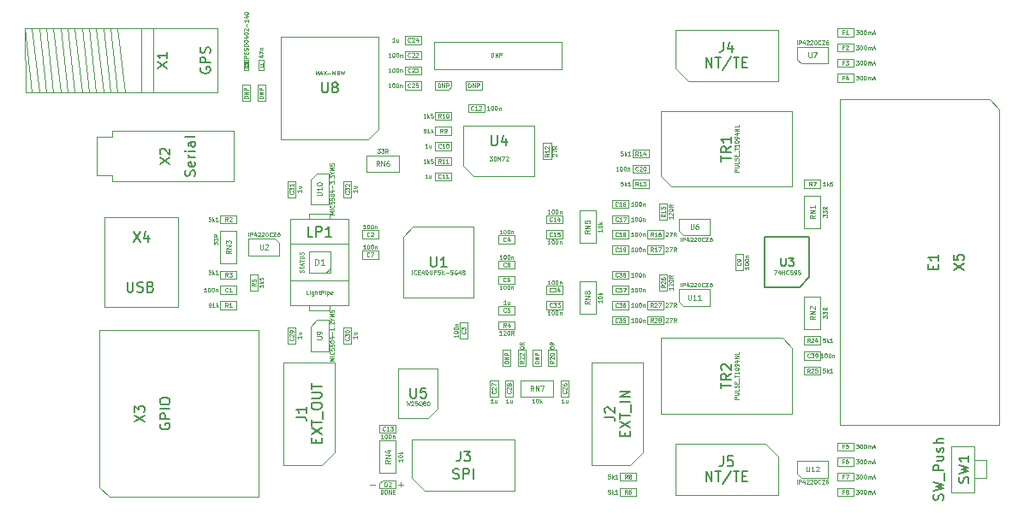
<source format=gbr>
G04 This is an RS-274x file exported by *
G04 gerbv version 2.7.0 *
G04 More information is available about gerbv at *
G04 http://gerbv.geda-project.org/ *
G04 --End of header info--*
%MOIN*%
%FSLAX36Y36*%
%IPPOS*%
G04 --Define apertures--*
%ADD10C,0.0020*%
%ADD11C,0.0039*%
%ADD12C,0.0059*%
%ADD13C,0.0024*%
%ADD14C,0.0030*%
%ADD15C,0.0016*%
G04 --Start main section--*
G54D10*
G01X-866142Y-039370D02*
G01X-856299Y-029528D01*
G01X-688976Y-866142D02*
G01X-698819Y-866142D01*
G01X-580709Y-856299D02*
G01X-580709Y-875984D01*
G01X-590551Y-866142D02*
G01X-570866Y-866142D01*
G01X-679134Y-866142D02*
G01X-688976Y-866142D01*
G54D11*
G01X-435039Y-569882D02*
G01X-473425Y-608268D01*
G01X-435039Y-415354D02*
G01X-435039Y-569882D01*
G01X-588583Y-415354D02*
G01X-435039Y-415354D01*
G01X-588583Y-608268D02*
G01X-588583Y-415354D01*
G01X-473425Y-608268D02*
G01X-588583Y-608268D01*
G01X-712598Y0415354D02*
G01X-586614Y0415354D01*
G01X-712598Y0352362D02*
G01X-712598Y0415354D01*
G01X-586614Y0352362D02*
G01X-712598Y0352362D01*
G01X-586614Y0415354D02*
G01X-586614Y0352362D01*
G01X1055118Y0289370D02*
G01X0992126Y0289370D01*
G01X1055118Y0320866D02*
G01X1055118Y0289370D01*
G01X0992126Y0320866D02*
G01X1055118Y0320866D01*
G01X0992126Y0289370D02*
G01X0992126Y0320866D01*
G01X-730315Y0045276D02*
G01X-667323Y0045276D01*
G01X-730315Y0013780D02*
G01X-730315Y0045276D01*
G01X-667323Y0013780D02*
G01X-730315Y0013780D01*
G01X-667323Y0045276D02*
G01X-667323Y0013780D01*
G01X-112205Y-460630D02*
G01X0013780Y-460630D01*
G01X-112205Y-523622D02*
G01X-112205Y-460630D01*
G01X0013780Y-523622D02*
G01X-112205Y-523622D01*
G01X0013780Y-460630D02*
G01X0013780Y-523622D01*
G01X-183071Y-405512D02*
G01X-183071Y-342520D01*
G01X-151575Y-405512D02*
G01X-183071Y-405512D01*
G01X-151575Y-342520D02*
G01X-151575Y-405512D01*
G01X-183071Y-342520D02*
G01X-151575Y-342520D01*
G01X-124016Y-405512D02*
G01X-124016Y-342520D01*
G01X-092520Y-405512D02*
G01X-124016Y-405512D01*
G01X-092520Y-342520D02*
G01X-092520Y-405512D01*
G01X-124016Y-342520D02*
G01X-092520Y-342520D01*
G01X-064961Y-405512D02*
G01X-064961Y-342520D01*
G01X-033465Y-405512D02*
G01X-064961Y-405512D01*
G01X-033465Y-342520D02*
G01X-033465Y-405512D01*
G01X-064961Y-342520D02*
G01X-033465Y-342520D01*
G01X-005906Y-405512D02*
G01X-005906Y-342520D01*
G01X0025591Y-405512D02*
G01X-005906Y-405512D01*
G01X0025591Y-342520D02*
G01X0025591Y-405512D01*
G01X-005906Y-342520D02*
G01X0025591Y-342520D01*
G01X-173228Y-523622D02*
G01X-173228Y-460630D01*
G01X-141732Y-523622D02*
G01X-173228Y-523622D01*
G01X-141732Y-460630D02*
G01X-141732Y-523622D01*
G01X-173228Y-460630D02*
G01X-141732Y-460630D01*
G01X-232283Y-523622D02*
G01X-232283Y-460630D01*
G01X-200787Y-523622D02*
G01X-232283Y-523622D01*
G01X-200787Y-460630D02*
G01X-200787Y-523622D01*
G01X-232283Y-460630D02*
G01X-200787Y-460630D01*
G01X0043307Y-523622D02*
G01X0043307Y-460630D01*
G01X0074803Y-523622D02*
G01X0043307Y-523622D01*
G01X0074803Y-460630D02*
G01X0074803Y-523622D01*
G01X0043307Y-460630D02*
G01X0074803Y-460630D01*
G01X-1702756Y0511811D02*
G01X-1230315Y0511811D01*
G01X-1230315Y0511811D02*
G01X-1230315Y0314961D01*
G01X-1230315Y0314961D02*
G01X-1702756Y0314961D01*
G01X-1702756Y0314961D02*
G01X-1702756Y0338583D01*
G01X-1702756Y0338583D02*
G01X-1761811Y0338583D01*
G01X-1761811Y0338583D02*
G01X-1761811Y0488189D01*
G01X-1761811Y0488189D02*
G01X-1702756Y0488189D01*
G01X-1702756Y0488189D02*
G01X-1702756Y0511811D01*
G01X1712598Y0635039D02*
G01X1751969Y0595669D01*
G01X1751969Y-635039D02*
G01X1131890Y-635039D01*
G01X1751969Y0595669D02*
G01X1751969Y-635039D01*
G01X1131890Y0635039D02*
G01X1131890Y-635039D01*
G01X1712598Y0635039D02*
G01X1131890Y0635039D01*
G01X0273622Y-820866D02*
G01X0336614Y-820866D01*
G01X0273622Y-852362D02*
G01X0273622Y-820866D01*
G01X0336614Y-852362D02*
G01X0273622Y-852362D01*
G01X0336614Y-820866D02*
G01X0336614Y-852362D01*
G01X0273622Y-879921D02*
G01X0336614Y-879921D01*
G01X0273622Y-911417D02*
G01X0273622Y-879921D01*
G01X0336614Y-911417D02*
G01X0273622Y-911417D01*
G01X0336614Y-879921D02*
G01X0336614Y-911417D01*
G01X-263780Y0673228D02*
G01X-326772Y0673228D01*
G01X-263780Y0704724D02*
G01X-263780Y0673228D01*
G01X-326772Y0704724D02*
G01X-263780Y0704724D01*
G01X-326772Y0673228D02*
G01X-326772Y0704724D01*
G01X-1106299Y0690945D02*
G01X-1106299Y0627953D01*
G01X-1137795Y0690945D02*
G01X-1106299Y0690945D01*
G01X-1137795Y0627953D02*
G01X-1137795Y0690945D01*
G01X-1106299Y0627953D02*
G01X-1137795Y0627953D01*
G01X-1112205Y0787402D02*
G01X-1112205Y0748031D01*
G01X-1131890Y0787402D02*
G01X-1112205Y0787402D01*
G01X-1131890Y0748031D02*
G01X-1131890Y0787402D01*
G01X-1112205Y0748031D02*
G01X-1131890Y0748031D01*
G01X-444882Y0704724D02*
G01X-444882Y0673228D01*
G01X-381890Y0704724D02*
G01X-444882Y0704724D01*
G01X-381890Y0685039D02*
G01X-381890Y0704724D01*
G01X-393701Y0673228D02*
G01X-381890Y0685039D01*
G01X-444882Y0673228D02*
G01X-393701Y0673228D01*
G01X-1190945Y0779528D02*
G01X-1171260Y0779528D01*
G01X-1190945Y0783465D02*
G01X-1171260Y0783465D01*
G01X-1190945Y0748031D02*
G01X-1190945Y0787402D01*
G01X-1171260Y0748031D02*
G01X-1190945Y0748031D01*
G01X-1171260Y0787402D02*
G01X-1171260Y0748031D01*
G01X-1190945Y0787402D02*
G01X-1171260Y0787402D01*
G01X-500000Y0673228D02*
G01X-562992Y0673228D01*
G01X-500000Y0704724D02*
G01X-500000Y0673228D01*
G01X-562992Y0704724D02*
G01X-500000Y0704724D01*
G01X-562992Y0673228D02*
G01X-562992Y0704724D01*
G01X-500000Y0850394D02*
G01X-562992Y0850394D01*
G01X-500000Y0881890D02*
G01X-500000Y0850394D01*
G01X-562992Y0881890D02*
G01X-500000Y0881890D01*
G01X-562992Y0850394D02*
G01X-562992Y0881890D01*
G01X-500000Y0732283D02*
G01X-562992Y0732283D01*
G01X-500000Y0763780D02*
G01X-500000Y0732283D01*
G01X-562992Y0763780D02*
G01X-500000Y0763780D01*
G01X-562992Y0732283D02*
G01X-562992Y0763780D01*
G01X-500000Y0791339D02*
G01X-562992Y0791339D01*
G01X-500000Y0822835D02*
G01X-500000Y0791339D01*
G01X-562992Y0822835D02*
G01X-500000Y0822835D01*
G01X-562992Y0791339D02*
G01X-562992Y0822835D01*
G01X-1196850Y0627953D02*
G01X-1196850Y0690945D01*
G01X-1165354Y0627953D02*
G01X-1196850Y0627953D01*
G01X-1165354Y0690945D02*
G01X-1165354Y0627953D01*
G01X-1196850Y0690945D02*
G01X-1165354Y0690945D01*
G01X0046260Y0753937D02*
G01X0046260Y0858268D01*
G01X-449803Y0753937D02*
G01X-449803Y0858268D01*
G01X-449803Y0858268D02*
G01X0046260Y0858268D01*
G01X-449803Y0753937D02*
G01X0046260Y0753937D01*
G01X1055118Y0259843D02*
G01X1055118Y0133858D01*
G01X0992126Y0259843D02*
G01X1055118Y0259843D01*
G01X0992126Y0133858D02*
G01X0992126Y0259843D01*
G01X1055118Y0133858D02*
G01X0992126Y0133858D01*
G54D12*
G01X1011811Y-059055D02*
G01X0972441Y-098425D01*
G01X1011811Y0098425D02*
G01X1011811Y-059055D01*
G01X0838583Y0098425D02*
G01X1011811Y0098425D01*
G01X0838583Y-098425D02*
G01X0838583Y0098425D01*
G01X0972441Y-098425D02*
G01X0838583Y-098425D01*
G54D11*
G01X0753937Y0031496D02*
G01X0753937Y-031496D01*
G01X0722441Y0031496D02*
G01X0753937Y0031496D01*
G01X0722441Y-031496D02*
G01X0722441Y0031496D01*
G01X0753937Y-031496D02*
G01X0722441Y-031496D01*
G01X0992126Y-407480D02*
G01X1055118Y-407480D01*
G01X0992126Y-438976D02*
G01X0992126Y-407480D01*
G01X1055118Y-438976D02*
G01X0992126Y-438976D01*
G01X1055118Y-407480D02*
G01X1055118Y-438976D01*
G01X1055118Y-320866D02*
G01X0992126Y-320866D01*
G01X1055118Y-289370D02*
G01X1055118Y-320866D01*
G01X0992126Y-289370D02*
G01X1055118Y-289370D01*
G01X0992126Y-320866D02*
G01X0992126Y-289370D01*
G01X0385827Y0407480D02*
G01X0322835Y0407480D01*
G01X0385827Y0438976D02*
G01X0385827Y0407480D01*
G01X0322835Y0438976D02*
G01X0385827Y0438976D01*
G01X0322835Y0407480D02*
G01X0322835Y0438976D01*
G01X0322835Y0320866D02*
G01X0385827Y0320866D01*
G01X0322835Y0289370D02*
G01X0322835Y0320866D01*
G01X0385827Y0289370D02*
G01X0322835Y0289370D01*
G01X0385827Y0320866D02*
G01X0385827Y0289370D01*
G01X1055118Y-379921D02*
G01X0992126Y-379921D01*
G01X1055118Y-348425D02*
G01X1055118Y-379921D01*
G01X0992126Y-348425D02*
G01X1055118Y-348425D01*
G01X0992126Y-379921D02*
G01X0992126Y-348425D01*
G01X-011811Y-092520D02*
G01X0051181Y-092520D01*
G01X-011811Y-124016D02*
G01X-011811Y-092520D01*
G01X0051181Y-124016D02*
G01X-011811Y-124016D01*
G01X0051181Y-092520D02*
G01X0051181Y-124016D01*
G01X-011811Y-151575D02*
G01X0051181Y-151575D01*
G01X-011811Y-183071D02*
G01X-011811Y-151575D01*
G01X0051181Y-183071D02*
G01X-011811Y-183071D01*
G01X0051181Y-151575D02*
G01X0051181Y-183071D01*
G01X0322835Y0379921D02*
G01X0385827Y0379921D01*
G01X0322835Y0348425D02*
G01X0322835Y0379921D01*
G01X0385827Y0348425D02*
G01X0322835Y0348425D01*
G01X0385827Y0379921D02*
G01X0385827Y0348425D01*
G01X-011811Y0124016D02*
G01X0051181Y0124016D01*
G01X-011811Y0092520D02*
G01X-011811Y0124016D01*
G01X0051181Y0092520D02*
G01X-011811Y0092520D01*
G01X0051181Y0124016D02*
G01X0051181Y0092520D01*
G01X-011811Y0183071D02*
G01X0051181Y0183071D01*
G01X-011811Y0151575D02*
G01X-011811Y0183071D01*
G01X0051181Y0151575D02*
G01X-011811Y0151575D01*
G01X0051181Y0183071D02*
G01X0051181Y0151575D01*
G01X0116142Y-200787D02*
G01X0116142Y-074803D01*
G01X0179134Y-200787D02*
G01X0116142Y-200787D01*
G01X0179134Y-074803D02*
G01X0179134Y-200787D01*
G01X0116142Y-074803D02*
G01X0179134Y-074803D01*
G01X0116142Y0074803D02*
G01X0116142Y0200787D01*
G01X0179134Y0074803D02*
G01X0116142Y0074803D01*
G01X0179134Y0200787D02*
G01X0179134Y0074803D01*
G01X0116142Y0200787D02*
G01X0179134Y0200787D01*
G01X1055118Y-133858D02*
G01X1055118Y-259843D01*
G01X0992126Y-133858D02*
G01X1055118Y-133858D01*
G01X0992126Y-259843D02*
G01X0992126Y-133858D01*
G01X1055118Y-259843D02*
G01X0992126Y-259843D01*
G01X-598425Y-694882D02*
G01X-598425Y-820866D01*
G01X-661417Y-694882D02*
G01X-598425Y-694882D01*
G01X-661417Y-820866D02*
G01X-661417Y-694882D01*
G01X-598425Y-820866D02*
G01X-661417Y-820866D01*
G01X-1281496Y-003937D02*
G01X-1281496Y0122047D01*
G01X-1218504Y-003937D02*
G01X-1281496Y-003937D01*
G01X-1218504Y0122047D02*
G01X-1218504Y-003937D01*
G01X-1281496Y0122047D02*
G01X-1218504Y0122047D01*
G01X0244094Y-151575D02*
G01X0307087Y-151575D01*
G01X0244094Y-183071D02*
G01X0244094Y-151575D01*
G01X0307087Y-183071D02*
G01X0244094Y-183071D01*
G01X0307087Y-151575D02*
G01X0307087Y-183071D01*
G01X0244094Y-092520D02*
G01X0307087Y-092520D01*
G01X0244094Y-124016D02*
G01X0244094Y-092520D01*
G01X0307087Y-124016D02*
G01X0244094Y-124016D01*
G01X0307087Y-092520D02*
G01X0307087Y-124016D01*
G01X0244094Y-033465D02*
G01X0307087Y-033465D01*
G01X0244094Y-064961D02*
G01X0244094Y-033465D01*
G01X0307087Y-064961D02*
G01X0244094Y-064961D01*
G01X0307087Y-033465D02*
G01X0307087Y-064961D01*
G01X0244094Y-210630D02*
G01X0307087Y-210630D01*
G01X0244094Y-242126D02*
G01X0244094Y-210630D01*
G01X0307087Y-242126D02*
G01X0244094Y-242126D01*
G01X0307087Y-210630D02*
G01X0307087Y-242126D01*
G01X0244094Y0183071D02*
G01X0307087Y0183071D01*
G01X0244094Y0151575D02*
G01X0244094Y0183071D01*
G01X0307087Y0151575D02*
G01X0244094Y0151575D01*
G01X0307087Y0183071D02*
G01X0307087Y0151575D01*
G01X0244094Y0124016D02*
G01X0307087Y0124016D01*
G01X0244094Y0092520D02*
G01X0244094Y0124016D01*
G01X0307087Y0092520D02*
G01X0244094Y0092520D01*
G01X0307087Y0124016D02*
G01X0307087Y0092520D01*
G01X0244094Y0064961D02*
G01X0307087Y0064961D01*
G01X0244094Y0033465D02*
G01X0244094Y0064961D01*
G01X0307087Y0033465D02*
G01X0244094Y0033465D01*
G01X0307087Y0064961D02*
G01X0307087Y0033465D01*
G01X0244094Y0242126D02*
G01X0307087Y0242126D01*
G01X0244094Y0210630D02*
G01X0244094Y0242126D01*
G01X0307087Y0210630D02*
G01X0244094Y0210630D01*
G01X0307087Y0242126D02*
G01X0307087Y0210630D01*
G01X0458661Y-047244D02*
G01X0458661Y-110236D01*
G01X0427165Y-047244D02*
G01X0458661Y-047244D01*
G01X0427165Y-110236D02*
G01X0427165Y-047244D01*
G01X0458661Y-110236D02*
G01X0427165Y-110236D01*
G01X0458661Y0228346D02*
G01X0458661Y0165354D01*
G01X0427165Y0228346D02*
G01X0458661Y0228346D01*
G01X0427165Y0165354D02*
G01X0427165Y0228346D01*
G01X0458661Y0165354D02*
G01X0427165Y0165354D01*
G01X1120079Y-879921D02*
G01X1183071Y-879921D01*
G01X1120079Y-911417D02*
G01X1120079Y-879921D01*
G01X1183071Y-911417D02*
G01X1120079Y-911417D01*
G01X1183071Y-879921D02*
G01X1183071Y-911417D01*
G01X1120079Y-820866D02*
G01X1183071Y-820866D01*
G01X1120079Y-852362D02*
G01X1120079Y-820866D01*
G01X1183071Y-852362D02*
G01X1120079Y-852362D01*
G01X1183071Y-820866D02*
G01X1183071Y-852362D01*
G01X1120079Y-761811D02*
G01X1183071Y-761811D01*
G01X1120079Y-793307D02*
G01X1120079Y-761811D01*
G01X1183071Y-793307D02*
G01X1120079Y-793307D01*
G01X1183071Y-761811D02*
G01X1183071Y-793307D01*
G01X1120079Y-702756D02*
G01X1183071Y-702756D01*
G01X1120079Y-734252D02*
G01X1120079Y-702756D01*
G01X1183071Y-734252D02*
G01X1120079Y-734252D01*
G01X1183071Y-702756D02*
G01X1183071Y-734252D01*
G01X1183071Y0734252D02*
G01X1183071Y0702756D01*
G01X1183071Y0702756D02*
G01X1120079Y0702756D01*
G01X1120079Y0702756D02*
G01X1120079Y0734252D01*
G01X1120079Y0734252D02*
G01X1183071Y0734252D01*
G01X1120079Y0793307D02*
G01X1183071Y0793307D01*
G01X1120079Y0761811D02*
G01X1120079Y0793307D01*
G01X1183071Y0761811D02*
G01X1120079Y0761811D01*
G01X1183071Y0793307D02*
G01X1183071Y0761811D01*
G01X1120079Y0852362D02*
G01X1183071Y0852362D01*
G01X1120079Y0820866D02*
G01X1120079Y0852362D01*
G01X1183071Y0820866D02*
G01X1120079Y0820866D01*
G01X1183071Y0852362D02*
G01X1183071Y0820866D01*
G01X1120079Y0911417D02*
G01X1183071Y0911417D01*
G01X1120079Y0879921D02*
G01X1120079Y0911417D01*
G01X1183071Y0879921D02*
G01X1120079Y0879921D01*
G01X1183071Y0911417D02*
G01X1183071Y0879921D01*
G01X0381890Y-151575D02*
G01X0444882Y-151575D01*
G01X0381890Y-183071D02*
G01X0381890Y-151575D01*
G01X0444882Y-183071D02*
G01X0381890Y-183071D01*
G01X0444882Y-151575D02*
G01X0444882Y-183071D01*
G01X0381890Y-210630D02*
G01X0444882Y-210630D01*
G01X0381890Y-242126D02*
G01X0381890Y-210630D01*
G01X0444882Y-242126D02*
G01X0381890Y-242126D01*
G01X0444882Y-210630D02*
G01X0444882Y-242126D01*
G01X0381890Y0124016D02*
G01X0444882Y0124016D01*
G01X0381890Y0092520D02*
G01X0381890Y0124016D01*
G01X0444882Y0092520D02*
G01X0381890Y0092520D01*
G01X0444882Y0124016D02*
G01X0444882Y0092520D01*
G01X0381890Y0064961D02*
G01X0444882Y0064961D01*
G01X0381890Y0033465D02*
G01X0381890Y0064961D01*
G01X0444882Y0033465D02*
G01X0381890Y0033465D01*
G01X0444882Y0064961D02*
G01X0444882Y0033465D01*
G01X0005906Y0464567D02*
G01X0005906Y0401575D01*
G01X-025591Y0464567D02*
G01X0005906Y0464567D01*
G01X-025591Y0401575D02*
G01X-025591Y0464567D01*
G01X0005906Y0401575D02*
G01X-025591Y0401575D01*
G01X-444882Y0409449D02*
G01X-381890Y0409449D01*
G01X-444882Y0377953D02*
G01X-444882Y0409449D01*
G01X-381890Y0377953D02*
G01X-444882Y0377953D01*
G01X-381890Y0409449D02*
G01X-381890Y0377953D01*
G01X-444882Y0586614D02*
G01X-381890Y0586614D01*
G01X-444882Y0555118D02*
G01X-444882Y0586614D01*
G01X-381890Y0555118D02*
G01X-444882Y0555118D01*
G01X-381890Y0586614D02*
G01X-381890Y0555118D01*
G01X-444882Y0527559D02*
G01X-381890Y0527559D01*
G01X-444882Y0496063D02*
G01X-444882Y0527559D01*
G01X-381890Y0496063D02*
G01X-444882Y0496063D01*
G01X-381890Y0527559D02*
G01X-381890Y0496063D01*
G01X-1167323Y-110236D02*
G01X-1167323Y-047244D01*
G01X-1135827Y-110236D02*
G01X-1167323Y-110236D01*
G01X-1135827Y-047244D02*
G01X-1135827Y-110236D01*
G01X-1167323Y-047244D02*
G01X-1135827Y-047244D01*
G01X-135827Y-261811D02*
G01X-198819Y-261811D01*
G01X-135827Y-230315D02*
G01X-135827Y-261811D01*
G01X-198819Y-230315D02*
G01X-135827Y-230315D01*
G01X-198819Y-261811D02*
G01X-198819Y-230315D01*
G01X-1281496Y-033465D02*
G01X-1218504Y-033465D01*
G01X-1281496Y-064961D02*
G01X-1281496Y-033465D01*
G01X-1218504Y-064961D02*
G01X-1281496Y-064961D01*
G01X-1218504Y-033465D02*
G01X-1218504Y-064961D01*
G01X-1281496Y0183071D02*
G01X-1218504Y0183071D01*
G01X-1281496Y0151575D02*
G01X-1281496Y0183071D01*
G01X-1218504Y0151575D02*
G01X-1281496Y0151575D01*
G01X-1218504Y0183071D02*
G01X-1218504Y0151575D01*
G01X-1218504Y-183071D02*
G01X-1281496Y-183071D01*
G01X-1218504Y-151575D02*
G01X-1218504Y-183071D01*
G01X-1281496Y-151575D02*
G01X-1218504Y-151575D01*
G01X-1281496Y-183071D02*
G01X-1281496Y-151575D01*
G01X0364961Y-740551D02*
G01X0314961Y-790551D01*
G01X0364961Y-390551D02*
G01X0364961Y-740551D01*
G01X0164961Y-390551D02*
G01X0364961Y-390551D01*
G01X0164961Y-790551D02*
G01X0164961Y-390551D01*
G01X0314961Y-790551D02*
G01X0164961Y-790551D01*
G01X-835039Y-740551D02*
G01X-885039Y-790551D01*
G01X-835039Y-390551D02*
G01X-835039Y-740551D01*
G01X-1035039Y-390551D02*
G01X-835039Y-390551D01*
G01X-1035039Y-790551D02*
G01X-1035039Y-390551D01*
G01X-885039Y-790551D02*
G01X-1035039Y-790551D01*
G01X-598425Y-881890D02*
G01X-598425Y-850394D01*
G01X-661417Y-881890D02*
G01X-598425Y-881890D01*
G01X-661417Y-862205D02*
G01X-661417Y-881890D01*
G01X-649606Y-850394D02*
G01X-661417Y-862205D01*
G01X-598425Y-850394D02*
G01X-649606Y-850394D01*
G01X-444882Y0350394D02*
G01X-381890Y0350394D01*
G01X-444882Y0318898D02*
G01X-444882Y0350394D01*
G01X-381890Y0318898D02*
G01X-444882Y0318898D01*
G01X-381890Y0350394D02*
G01X-381890Y0318898D01*
G01X-381890Y0437008D02*
G01X-444882Y0437008D01*
G01X-381890Y0468504D02*
G01X-381890Y0437008D01*
G01X-444882Y0468504D02*
G01X-381890Y0468504D01*
G01X-444882Y0437008D02*
G01X-444882Y0468504D01*
G01X-598425Y-665354D02*
G01X-661417Y-665354D01*
G01X-598425Y-633858D02*
G01X-598425Y-665354D01*
G01X-661417Y-633858D02*
G01X-598425Y-633858D01*
G01X-661417Y-665354D02*
G01X-661417Y-633858D01*
G01X-253937Y0584646D02*
G01X-316929Y0584646D01*
G01X-253937Y0616142D02*
G01X-253937Y0584646D01*
G01X-316929Y0616142D02*
G01X-253937Y0616142D01*
G01X-316929Y0584646D02*
G01X-316929Y0616142D01*
G01X-135827Y-025591D02*
G01X-198819Y-025591D01*
G01X-135827Y0005906D02*
G01X-135827Y-025591D01*
G01X-198819Y0005906D02*
G01X-135827Y0005906D01*
G01X-198819Y-025591D02*
G01X-198819Y0005906D01*
G01X-135827Y-084646D02*
G01X-198819Y-084646D01*
G01X-135827Y-053150D02*
G01X-135827Y-084646D01*
G01X-198819Y-053150D02*
G01X-135827Y-053150D01*
G01X-198819Y-084646D02*
G01X-198819Y-053150D01*
G01X-135827Y0072835D02*
G01X-198819Y0072835D01*
G01X-135827Y0104331D02*
G01X-135827Y0072835D01*
G01X-198819Y0104331D02*
G01X-135827Y0104331D01*
G01X-198819Y0072835D02*
G01X-198819Y0104331D01*
G01X-350394Y-297244D02*
G01X-350394Y-234252D01*
G01X-318898Y-297244D02*
G01X-350394Y-297244D01*
G01X-318898Y-234252D02*
G01X-318898Y-297244D01*
G01X-350394Y-234252D02*
G01X-318898Y-234252D01*
G01X-730315Y0124016D02*
G01X-667323Y0124016D01*
G01X-730315Y0092520D02*
G01X-730315Y0124016D01*
G01X-667323Y0092520D02*
G01X-730315Y0092520D01*
G01X-667323Y0124016D02*
G01X-667323Y0092520D01*
G01X-1281496Y-092520D02*
G01X-1218504Y-092520D01*
G01X-1281496Y-124016D02*
G01X-1281496Y-092520D01*
G01X-1218504Y-124016D02*
G01X-1281496Y-124016D01*
G01X-1218504Y-092520D02*
G01X-1218504Y-124016D01*
G01X-860236Y0346457D02*
G01X-860236Y0224409D01*
G01X-860236Y0224409D02*
G01X-931102Y0224409D01*
G01X-931102Y0320866D02*
G01X-931102Y0224409D01*
G01X-860236Y0346457D02*
G01X-905512Y0346457D01*
G01X-931102Y0320866D02*
G01X-905512Y0346457D01*
G01X-860236Y-224409D02*
G01X-860236Y-346457D01*
G01X-860236Y-346457D02*
G01X-931102Y-346457D01*
G01X-931102Y-250000D02*
G01X-931102Y-346457D01*
G01X-860236Y-224409D02*
G01X-905512Y-224409D01*
G01X-931102Y-250000D02*
G01X-905512Y-224409D01*
G01X-803150Y0253937D02*
G01X-803150Y0316929D01*
G01X-771654Y0253937D02*
G01X-803150Y0253937D01*
G01X-771654Y0316929D02*
G01X-771654Y0253937D01*
G01X-803150Y0316929D02*
G01X-771654Y0316929D01*
G01X-1019685Y0253937D02*
G01X-1019685Y0316929D01*
G01X-988189Y0253937D02*
G01X-1019685Y0253937D01*
G01X-988189Y0316929D02*
G01X-988189Y0253937D01*
G01X-1019685Y0316929D02*
G01X-988189Y0316929D01*
G01X-803150Y-316929D02*
G01X-803150Y-253937D01*
G01X-771654Y-316929D02*
G01X-803150Y-316929D01*
G01X-771654Y-253937D02*
G01X-771654Y-316929D01*
G01X-803150Y-253937D02*
G01X-771654Y-253937D01*
G01X-1019685Y-316929D02*
G01X-1019685Y-253937D01*
G01X-988189Y-316929D02*
G01X-1019685Y-316929D01*
G01X-988189Y-253937D02*
G01X-988189Y-316929D01*
G01X-1019685Y-253937D02*
G01X-988189Y-253937D01*
G01X-135827Y-202756D02*
G01X-198819Y-202756D01*
G01X-135827Y-171260D02*
G01X-135827Y-202756D01*
G01X-198819Y-171260D02*
G01X-135827Y-171260D01*
G01X-198819Y-202756D02*
G01X-198819Y-171260D01*
G01X-1653465Y0662402D02*
G01X-1681260Y0912402D01*
G01X-1681260Y0662402D02*
G01X-1709055Y0912402D01*
G01X-1709055Y0662402D02*
G01X-1736850Y0912402D01*
G01X-1736850Y0662402D02*
G01X-1764646Y0912402D01*
G01X-1764646Y0662402D02*
G01X-1792441Y0912402D01*
G01X-1792441Y0662402D02*
G01X-1820236Y0912402D01*
G01X-1820236Y0662402D02*
G01X-1848031Y0912402D01*
G01X-1848031Y0662402D02*
G01X-1875827Y0912402D01*
G01X-1875827Y0662402D02*
G01X-1903622Y0912402D01*
G01X-1903622Y0662402D02*
G01X-1931417Y0912402D01*
G01X-1931417Y0662402D02*
G01X-1959213Y0912402D01*
G01X-1959213Y0662402D02*
G01X-1987008Y0912402D01*
G01X-1987008Y0662402D02*
G01X-2014803Y0912402D01*
G01X-2014803Y0662402D02*
G01X-2042598Y0912402D01*
G01X-1543307Y0661417D02*
G01X-1291339Y0661417D01*
G01X-1291339Y0661417D02*
G01X-1291339Y0913386D01*
G01X-1543307Y0913386D02*
G01X-1291339Y0913386D01*
G01X-2039370Y0662402D02*
G01X-2042598Y0912402D01*
G01X-2039370Y0662402D02*
G01X-1590551Y0662402D01*
G01X-2039370Y0912402D02*
G01X-1590551Y0912402D01*
G01X-1543307Y0913386D02*
G01X-1590551Y0912402D01*
G01X-1590551Y0912402D02*
G01X-1590551Y0663386D01*
G01X-1590551Y0662402D02*
G01X-1543307Y0661417D01*
G01X-1543307Y0661417D02*
G01X-1543307Y0913386D01*
G01X0963583Y-774606D02*
G01X1083661Y-774606D01*
G01X1083661Y-774606D02*
G01X1083661Y-839567D01*
G01X0980315Y-839567D02*
G01X1083661Y-839567D01*
G01X0963583Y-774606D02*
G01X0963583Y-823819D01*
G01X0980315Y-839567D02*
G01X0963583Y-823819D01*
G01X0503937Y-105315D02*
G01X0624016Y-105315D01*
G01X0624016Y-105315D02*
G01X0624016Y-170276D01*
G01X0520669Y-170276D02*
G01X0624016Y-170276D01*
G01X0503937Y-105315D02*
G01X0503937Y-154528D01*
G01X0520669Y-170276D02*
G01X0503937Y-154528D01*
G01X0963583Y0839567D02*
G01X1083661Y0839567D01*
G01X1083661Y0839567D02*
G01X1083661Y0774606D01*
G01X0980315Y0774606D02*
G01X1083661Y0774606D01*
G01X0963583Y0839567D02*
G01X0963583Y0790354D01*
G01X0980315Y0774606D02*
G01X0963583Y0790354D01*
G01X0503937Y0170276D02*
G01X0624016Y0170276D01*
G01X0624016Y0170276D02*
G01X0624016Y0105315D01*
G01X0520669Y0105315D02*
G01X0624016Y0105315D01*
G01X0503937Y0170276D02*
G01X0503937Y0121063D01*
G01X0520669Y0105315D02*
G01X0503937Y0121063D01*
G01X-1052165Y0026575D02*
G01X-1172244Y0026575D01*
G01X-1172244Y0026575D02*
G01X-1172244Y0091535D01*
G01X-1068898Y0091535D02*
G01X-1172244Y0091535D01*
G01X-1052165Y0026575D02*
G01X-1052165Y0075787D01*
G01X-1068898Y0091535D02*
G01X-1052165Y0075787D01*
G01X0838976Y-707087D02*
G01X0888976Y-757087D01*
G01X0488976Y-707087D02*
G01X0838976Y-707087D01*
G01X0488976Y-907087D02*
G01X0488976Y-707087D01*
G01X0888976Y-907087D02*
G01X0488976Y-907087D01*
G01X0888976Y-757087D02*
G01X0888976Y-907087D01*
G01X0538976Y0707087D02*
G01X0488976Y0757087D01*
G01X0888976Y0707087D02*
G01X0538976Y0707087D01*
G01X0888976Y0907087D02*
G01X0888976Y0707087D01*
G01X0488976Y0907087D02*
G01X0888976Y0907087D01*
G01X0488976Y0757087D02*
G01X0488976Y0907087D01*
G01X-485039Y-890551D02*
G01X-535039Y-840551D01*
G01X-135039Y-890551D02*
G01X-485039Y-890551D01*
G01X-135039Y-690551D02*
G01X-135039Y-890551D01*
G01X-535039Y-690551D02*
G01X-135039Y-690551D01*
G01X-535039Y-840551D02*
G01X-535039Y-690551D01*
G01X-704724Y0480315D02*
G01X-665354Y0519685D01*
G01X-665354Y0877953D02*
G01X-1047244Y0877953D01*
G01X-704724Y0480315D02*
G01X-1047244Y0480315D01*
G01X-1047244Y0480315D02*
G01X-1047244Y0877953D01*
G01X-665354Y0519685D02*
G01X-665354Y0877953D01*
G01X-334646Y0531496D02*
G01X-334646Y0374016D01*
G01X-295276Y0334646D02*
G01X-059055Y0334646D01*
G01X-059055Y0334646D02*
G01X-059055Y0531496D01*
G01X-059055Y0531496D02*
G01X-334646Y0531496D01*
G01X-334646Y0374016D02*
G01X-295276Y0334646D01*
G01X0433071Y-295276D02*
G01X0905512Y-295276D01*
G01X0944882Y-334646D02*
G01X0905512Y-295276D01*
G01X0944882Y-334646D02*
G01X0944882Y-590551D01*
G01X0944882Y-590551D02*
G01X0433071Y-590551D01*
G01X0433071Y-590551D02*
G01X0433071Y-295276D01*
G01X0944882Y0295276D02*
G01X0472441Y0295276D01*
G01X0433071Y0334646D02*
G01X0472441Y0295276D01*
G01X0433071Y0334646D02*
G01X0433071Y0590551D01*
G01X0433071Y0590551D02*
G01X0944882Y0590551D01*
G01X0944882Y0590551D02*
G01X0944882Y0295276D01*
G01X1700787Y-842520D02*
G01X1653543Y-842520D01*
G01X1700787Y-771654D02*
G01X1700787Y-842520D01*
G01X1653543Y-771654D02*
G01X1700787Y-771654D01*
G01X1562992Y-716535D02*
G01X1653543Y-716535D01*
G01X1562992Y-897638D02*
G01X1562992Y-716535D01*
G01X1653543Y-897638D02*
G01X1562992Y-897638D01*
G01X1653543Y-716535D02*
G01X1653543Y-897638D01*
G01X-1009843Y-070866D02*
G01X-1009843Y0070866D01*
G01X-781496Y0070866D02*
G01X-781496Y-070866D01*
G01X-856299Y0188976D02*
G01X-935039Y0188976D01*
G01X-935039Y0188976D02*
G01X-935039Y0169291D01*
G01X-856299Y0188976D02*
G01X-856299Y0169291D01*
G01X-1009843Y0070866D02*
G01X-1009843Y0169291D01*
G01X-1009843Y0169291D02*
G01X-781496Y0169291D01*
G01X-781496Y0070866D02*
G01X-1009843Y0070866D01*
G01X-781496Y0169291D02*
G01X-781496Y0070866D01*
G01X-935039Y-188976D02*
G01X-935039Y-169291D01*
G01X-856299Y-188976D02*
G01X-935039Y-188976D01*
G01X-856299Y-169291D02*
G01X-856299Y-188976D01*
G01X-1009843Y-070866D02*
G01X-781496Y-070866D01*
G01X-1009843Y-169291D02*
G01X-1009843Y-070866D01*
G01X-781496Y-169291D02*
G01X-1009843Y-169291D01*
G01X-781496Y-070866D02*
G01X-781496Y-169291D01*
G01X-874016Y-041339D02*
G01X-854331Y-021654D01*
G01X-937008Y-041339D02*
G01X-854331Y-041339D01*
G01X-937008Y0041339D02*
G01X-937008Y-041339D01*
G01X-854331Y0041339D02*
G01X-937008Y0041339D01*
G01X-854331Y-041339D02*
G01X-854331Y0041339D01*
G01X-1712598Y-915945D02*
G01X-1751969Y-876575D01*
G01X-1751969Y-265945D02*
G01X-1131890Y-265945D01*
G01X-1751969Y-876575D02*
G01X-1751969Y-265945D01*
G01X-1131890Y-915945D02*
G01X-1131890Y-265945D01*
G01X-1712598Y-915945D02*
G01X-1131890Y-915945D01*
G01X-1444882Y0175984D02*
G01X-1444882Y-175984D01*
G01X-1444882Y0175984D02*
G01X-1732283Y0175984D01*
G01X-1732283Y0175984D02*
G01X-1732283Y-175984D01*
G01X-1444882Y-175984D02*
G01X-1732283Y-175984D01*
G01X-570866Y0098425D02*
G01X-531496Y0137795D01*
G01X-570866Y-137795D02*
G01X-570866Y0098425D01*
G01X-295276Y-137795D02*
G01X-570866Y-137795D01*
G01X-295276Y0137795D02*
G01X-295276Y-137795D01*
G01X-531496Y0137795D02*
G01X-295276Y0137795D01*
G54D13*
G01X-556805Y-542557D02*
G01X-553056Y-558305D01*
G01X-553056Y-558305D02*
G01X-550056Y-547057D01*
G01X-550056Y-547057D02*
G01X-547057Y-558305D01*
G01X-547057Y-558305D02*
G01X-543307Y-542557D01*
G01X-538058Y-544057D02*
G01X-537308Y-543307D01*
G01X-537308Y-543307D02*
G01X-535808Y-542557D01*
G01X-535808Y-542557D02*
G01X-532058Y-542557D01*
G01X-532058Y-542557D02*
G01X-530559Y-543307D01*
G01X-530559Y-543307D02*
G01X-529809Y-544057D01*
G01X-529809Y-544057D02*
G01X-529059Y-545557D01*
G01X-529059Y-545557D02*
G01X-529059Y-547057D01*
G01X-529059Y-547057D02*
G01X-529809Y-549306D01*
G01X-529809Y-549306D02*
G01X-538808Y-558305D01*
G01X-538808Y-558305D02*
G01X-529059Y-558305D01*
G01X-514811Y-542557D02*
G01X-522310Y-542557D01*
G01X-522310Y-542557D02*
G01X-523060Y-550056D01*
G01X-523060Y-550056D02*
G01X-522310Y-549306D01*
G01X-522310Y-549306D02*
G01X-520810Y-548556D01*
G01X-520810Y-548556D02*
G01X-517060Y-548556D01*
G01X-517060Y-548556D02*
G01X-515561Y-549306D01*
G01X-515561Y-549306D02*
G01X-514811Y-550056D01*
G01X-514811Y-550056D02*
G01X-514061Y-551556D01*
G01X-514061Y-551556D02*
G01X-514061Y-555306D01*
G01X-514061Y-555306D02*
G01X-514811Y-556805D01*
G01X-514811Y-556805D02*
G01X-515561Y-557555D01*
G01X-515561Y-557555D02*
G01X-517060Y-558305D01*
G01X-517060Y-558305D02*
G01X-520810Y-558305D01*
G01X-520810Y-558305D02*
G01X-522310Y-557555D01*
G01X-522310Y-557555D02*
G01X-523060Y-556805D01*
G01X-496813Y-559805D02*
G01X-498313Y-559055D01*
G01X-498313Y-559055D02*
G01X-499813Y-557555D01*
G01X-499813Y-557555D02*
G01X-502062Y-555306D01*
G01X-502062Y-555306D02*
G01X-503562Y-554556D01*
G01X-503562Y-554556D02*
G01X-505062Y-554556D01*
G01X-504312Y-558305D02*
G01X-505812Y-557555D01*
G01X-505812Y-557555D02*
G01X-507312Y-556055D01*
G01X-507312Y-556055D02*
G01X-508061Y-553056D01*
G01X-508061Y-553056D02*
G01X-508061Y-547806D01*
G01X-508061Y-547806D02*
G01X-507312Y-544807D01*
G01X-507312Y-544807D02*
G01X-505812Y-543307D01*
G01X-505812Y-543307D02*
G01X-504312Y-542557D01*
G01X-504312Y-542557D02*
G01X-501312Y-542557D01*
G01X-501312Y-542557D02*
G01X-499813Y-543307D01*
G01X-499813Y-543307D02*
G01X-498313Y-544807D01*
G01X-498313Y-544807D02*
G01X-497563Y-547806D01*
G01X-497563Y-547806D02*
G01X-497563Y-553056D01*
G01X-497563Y-553056D02*
G01X-498313Y-556055D01*
G01X-498313Y-556055D02*
G01X-499813Y-557555D01*
G01X-499813Y-557555D02*
G01X-501312Y-558305D01*
G01X-501312Y-558305D02*
G01X-504312Y-558305D01*
G01X-488564Y-549306D02*
G01X-490064Y-548556D01*
G01X-490064Y-548556D02*
G01X-490814Y-547806D01*
G01X-490814Y-547806D02*
G01X-491564Y-546307D01*
G01X-491564Y-546307D02*
G01X-491564Y-545557D01*
G01X-491564Y-545557D02*
G01X-490814Y-544057D01*
G01X-490814Y-544057D02*
G01X-490064Y-543307D01*
G01X-490064Y-543307D02*
G01X-488564Y-542557D01*
G01X-488564Y-542557D02*
G01X-485564Y-542557D01*
G01X-485564Y-542557D02*
G01X-484064Y-543307D01*
G01X-484064Y-543307D02*
G01X-483315Y-544057D01*
G01X-483315Y-544057D02*
G01X-482565Y-545557D01*
G01X-482565Y-545557D02*
G01X-482565Y-546307D01*
G01X-482565Y-546307D02*
G01X-483315Y-547806D01*
G01X-483315Y-547806D02*
G01X-484064Y-548556D01*
G01X-484064Y-548556D02*
G01X-485564Y-549306D01*
G01X-485564Y-549306D02*
G01X-488564Y-549306D01*
G01X-488564Y-549306D02*
G01X-490064Y-550056D01*
G01X-490064Y-550056D02*
G01X-490814Y-550806D01*
G01X-490814Y-550806D02*
G01X-491564Y-552306D01*
G01X-491564Y-552306D02*
G01X-491564Y-555306D01*
G01X-491564Y-555306D02*
G01X-490814Y-556805D01*
G01X-490814Y-556805D02*
G01X-490064Y-557555D01*
G01X-490064Y-557555D02*
G01X-488564Y-558305D01*
G01X-488564Y-558305D02*
G01X-485564Y-558305D01*
G01X-485564Y-558305D02*
G01X-484064Y-557555D01*
G01X-484064Y-557555D02*
G01X-483315Y-556805D01*
G01X-483315Y-556805D02*
G01X-482565Y-555306D01*
G01X-482565Y-555306D02*
G01X-482565Y-552306D01*
G01X-482565Y-552306D02*
G01X-483315Y-550806D01*
G01X-483315Y-550806D02*
G01X-484064Y-550056D01*
G01X-484064Y-550056D02*
G01X-485564Y-549306D01*
G01X-472816Y-542557D02*
G01X-471316Y-542557D01*
G01X-471316Y-542557D02*
G01X-469816Y-543307D01*
G01X-469816Y-543307D02*
G01X-469066Y-544057D01*
G01X-469066Y-544057D02*
G01X-468316Y-545557D01*
G01X-468316Y-545557D02*
G01X-467567Y-548556D01*
G01X-467567Y-548556D02*
G01X-467567Y-552306D01*
G01X-467567Y-552306D02*
G01X-468316Y-555306D01*
G01X-468316Y-555306D02*
G01X-469066Y-556805D01*
G01X-469066Y-556805D02*
G01X-469816Y-557555D01*
G01X-469816Y-557555D02*
G01X-471316Y-558305D01*
G01X-471316Y-558305D02*
G01X-472816Y-558305D01*
G01X-472816Y-558305D02*
G01X-474316Y-557555D01*
G01X-474316Y-557555D02*
G01X-475066Y-556805D01*
G01X-475066Y-556805D02*
G01X-475816Y-555306D01*
G01X-475816Y-555306D02*
G01X-476565Y-552306D01*
G01X-476565Y-552306D02*
G01X-476565Y-548556D01*
G01X-476565Y-548556D02*
G01X-475816Y-545557D01*
G01X-475816Y-545557D02*
G01X-475066Y-544057D01*
G01X-475066Y-544057D02*
G01X-474316Y-543307D01*
G01X-474316Y-543307D02*
G01X-472816Y-542557D01*
G54D12*
G01X-541807Y-490251D02*
G01X-541807Y-522122D01*
G01X-541807Y-522122D02*
G01X-539932Y-525872D01*
G01X-539932Y-525872D02*
G01X-538058Y-527746D01*
G01X-538058Y-527746D02*
G01X-534308Y-529621D01*
G01X-534308Y-529621D02*
G01X-526809Y-529621D01*
G01X-526809Y-529621D02*
G01X-523060Y-527746D01*
G01X-523060Y-527746D02*
G01X-521185Y-525872D01*
G01X-521185Y-525872D02*
G01X-519310Y-522122D01*
G01X-519310Y-522122D02*
G01X-519310Y-490251D01*
G01X-481815Y-490251D02*
G01X-500562Y-490251D01*
G01X-500562Y-490251D02*
G01X-502437Y-508999D01*
G01X-502437Y-508999D02*
G01X-500562Y-507124D01*
G01X-500562Y-507124D02*
G01X-496813Y-505249D01*
G01X-496813Y-505249D02*
G01X-487439Y-505249D01*
G01X-487439Y-505249D02*
G01X-483690Y-507124D01*
G01X-483690Y-507124D02*
G01X-481815Y-508999D01*
G01X-481815Y-508999D02*
G01X-479940Y-512748D01*
G01X-479940Y-512748D02*
G01X-479940Y-522122D01*
G01X-479940Y-522122D02*
G01X-481815Y-525872D01*
G01X-481815Y-525872D02*
G01X-483690Y-527746D01*
G01X-483690Y-527746D02*
G01X-487439Y-529621D01*
G01X-487439Y-529621D02*
G01X-496813Y-529621D01*
G01X-496813Y-529621D02*
G01X-500562Y-527746D01*
G01X-500562Y-527746D02*
G01X-502437Y-525872D01*
G54D13*
G01X-670229Y0441695D02*
G01X-660480Y0441695D01*
G01X-660480Y0441695D02*
G01X-665729Y0435696D01*
G01X-665729Y0435696D02*
G01X-663480Y0435696D01*
G01X-663480Y0435696D02*
G01X-661980Y0434946D01*
G01X-661980Y0434946D02*
G01X-661230Y0434196D01*
G01X-661230Y0434196D02*
G01X-660480Y0432696D01*
G01X-660480Y0432696D02*
G01X-660480Y0428946D01*
G01X-660480Y0428946D02*
G01X-661230Y0427447D01*
G01X-661230Y0427447D02*
G01X-661980Y0426697D01*
G01X-661980Y0426697D02*
G01X-663480Y0425947D01*
G01X-663480Y0425947D02*
G01X-667979Y0425947D01*
G01X-667979Y0425947D02*
G01X-669479Y0426697D01*
G01X-669479Y0426697D02*
G01X-670229Y0427447D01*
G01X-655231Y0441695D02*
G01X-645482Y0441695D01*
G01X-645482Y0441695D02*
G01X-650731Y0435696D01*
G01X-650731Y0435696D02*
G01X-648481Y0435696D01*
G01X-648481Y0435696D02*
G01X-646982Y0434946D01*
G01X-646982Y0434946D02*
G01X-646232Y0434196D01*
G01X-646232Y0434196D02*
G01X-645482Y0432696D01*
G01X-645482Y0432696D02*
G01X-645482Y0428946D01*
G01X-645482Y0428946D02*
G01X-646232Y0427447D01*
G01X-646232Y0427447D02*
G01X-646982Y0426697D01*
G01X-646982Y0426697D02*
G01X-648481Y0425947D01*
G01X-648481Y0425947D02*
G01X-652981Y0425947D01*
G01X-652981Y0425947D02*
G01X-654481Y0426697D01*
G01X-654481Y0426697D02*
G01X-655231Y0427447D01*
G01X-629734Y0425947D02*
G01X-634983Y0433446D01*
G01X-638733Y0425947D02*
G01X-638733Y0441695D01*
G01X-638733Y0441695D02*
G01X-632733Y0441695D01*
G01X-632733Y0441695D02*
G01X-631234Y0440945D01*
G01X-631234Y0440945D02*
G01X-630484Y0440195D01*
G01X-630484Y0440195D02*
G01X-629734Y0438695D01*
G01X-629734Y0438695D02*
G01X-629734Y0436445D01*
G01X-629734Y0436445D02*
G01X-630484Y0434946D01*
G01X-630484Y0434946D02*
G01X-631234Y0434196D01*
G01X-631234Y0434196D02*
G01X-632733Y0433446D01*
G01X-632733Y0433446D02*
G01X-638733Y0433446D01*
G54D14*
G01X-663198Y0374953D02*
G01X-669760Y0384327D01*
G01X-674447Y0374953D02*
G01X-674447Y0394638D01*
G01X-674447Y0394638D02*
G01X-666948Y0394638D01*
G01X-666948Y0394638D02*
G01X-665073Y0393701D01*
G01X-665073Y0393701D02*
G01X-664136Y0392763D01*
G01X-664136Y0392763D02*
G01X-663198Y0390889D01*
G01X-663198Y0390889D02*
G01X-663198Y0388076D01*
G01X-663198Y0388076D02*
G01X-664136Y0386202D01*
G01X-664136Y0386202D02*
G01X-665073Y0385264D01*
G01X-665073Y0385264D02*
G01X-666948Y0384327D01*
G01X-666948Y0384327D02*
G01X-674447Y0384327D01*
G01X-654762Y0374953D02*
G01X-654762Y0394638D01*
G01X-654762Y0394638D02*
G01X-643513Y0374953D01*
G01X-643513Y0374953D02*
G01X-643513Y0394638D01*
G01X-625703Y0394638D02*
G01X-629453Y0394638D01*
G01X-629453Y0394638D02*
G01X-631327Y0393701D01*
G01X-631327Y0393701D02*
G01X-632265Y0392763D01*
G01X-632265Y0392763D02*
G01X-634139Y0389951D01*
G01X-634139Y0389951D02*
G01X-635077Y0386202D01*
G01X-635077Y0386202D02*
G01X-635077Y0378703D01*
G01X-635077Y0378703D02*
G01X-634139Y0376828D01*
G01X-634139Y0376828D02*
G01X-633202Y0375891D01*
G01X-633202Y0375891D02*
G01X-631327Y0374953D01*
G01X-631327Y0374953D02*
G01X-627578Y0374953D01*
G01X-627578Y0374953D02*
G01X-625703Y0375891D01*
G01X-625703Y0375891D02*
G01X-624766Y0376828D01*
G01X-624766Y0376828D02*
G01X-623828Y0378703D01*
G01X-623828Y0378703D02*
G01X-623828Y0383390D01*
G01X-623828Y0383390D02*
G01X-624766Y0385264D01*
G01X-624766Y0385264D02*
G01X-625703Y0386202D01*
G01X-625703Y0386202D02*
G01X-627578Y0387139D01*
G01X-627578Y0387139D02*
G01X-631327Y0387139D01*
G01X-631327Y0387139D02*
G01X-633202Y0386202D01*
G01X-633202Y0386202D02*
G01X-634139Y0385264D01*
G01X-634139Y0385264D02*
G01X-635077Y0383390D01*
G54D13*
G01X1073303Y0297994D02*
G01X1064304Y0297994D01*
G01X1068804Y0297994D02*
G01X1068804Y0313742D01*
G01X1068804Y0313742D02*
G01X1067304Y0311492D01*
G01X1067304Y0311492D02*
G01X1065804Y0309992D01*
G01X1065804Y0309992D02*
G01X1064304Y0309243D01*
G01X1080052Y0297994D02*
G01X1080052Y0313742D01*
G01X1081552Y0303993D02*
G01X1086052Y0297994D01*
G01X1086052Y0308493D02*
G01X1080052Y0302493D01*
G01X1100300Y0313742D02*
G01X1092801Y0313742D01*
G01X1092801Y0313742D02*
G01X1092051Y0306243D01*
G01X1092051Y0306243D02*
G01X1092801Y0306993D01*
G01X1092801Y0306993D02*
G01X1094301Y0307743D01*
G01X1094301Y0307743D02*
G01X1098050Y0307743D01*
G01X1098050Y0307743D02*
G01X1099550Y0306993D01*
G01X1099550Y0306993D02*
G01X1100300Y0306243D01*
G01X1100300Y0306243D02*
G01X1101050Y0304743D01*
G01X1101050Y0304743D02*
G01X1101050Y0300994D01*
G01X1101050Y0300994D02*
G01X1100300Y0299494D01*
G01X1100300Y0299494D02*
G01X1099550Y0298744D01*
G01X1099550Y0298744D02*
G01X1098050Y0297994D01*
G01X1098050Y0297994D02*
G01X1094301Y0297994D01*
G01X1094301Y0297994D02*
G01X1092801Y0298744D01*
G01X1092801Y0298744D02*
G01X1092051Y0299494D01*
G01X1020997Y0297994D02*
G01X1015748Y0305493D01*
G01X1011998Y0297994D02*
G01X1011998Y0313742D01*
G01X1011998Y0313742D02*
G01X1017998Y0313742D01*
G01X1017998Y0313742D02*
G01X1019498Y0312992D01*
G01X1019498Y0312992D02*
G01X1020247Y0312242D01*
G01X1020247Y0312242D02*
G01X1020997Y0310742D01*
G01X1020997Y0310742D02*
G01X1020997Y0308493D01*
G01X1020997Y0308493D02*
G01X1020247Y0306993D01*
G01X1020247Y0306993D02*
G01X1019498Y0306243D01*
G01X1019498Y0306243D02*
G01X1017998Y0305493D01*
G01X1017998Y0305493D02*
G01X1011998Y0305493D01*
G01X1026247Y0313742D02*
G01X1036745Y0313742D01*
G01X1036745Y0313742D02*
G01X1029996Y0297994D01*
G01X-716442Y0051931D02*
G01X-725441Y0051931D01*
G01X-720941Y0051931D02*
G01X-720941Y0067679D01*
G01X-720941Y0067679D02*
G01X-722441Y0065429D01*
G01X-722441Y0065429D02*
G01X-723941Y0063929D01*
G01X-723941Y0063929D02*
G01X-725441Y0063180D01*
G01X-706693Y0067679D02*
G01X-705193Y0067679D01*
G01X-705193Y0067679D02*
G01X-703693Y0066929D01*
G01X-703693Y0066929D02*
G01X-702943Y0066179D01*
G01X-702943Y0066179D02*
G01X-702193Y0064679D01*
G01X-702193Y0064679D02*
G01X-701444Y0061680D01*
G01X-701444Y0061680D02*
G01X-701444Y0057930D01*
G01X-701444Y0057930D02*
G01X-702193Y0054931D01*
G01X-702193Y0054931D02*
G01X-702943Y0053431D01*
G01X-702943Y0053431D02*
G01X-703693Y0052681D01*
G01X-703693Y0052681D02*
G01X-705193Y0051931D01*
G01X-705193Y0051931D02*
G01X-706693Y0051931D01*
G01X-706693Y0051931D02*
G01X-708193Y0052681D01*
G01X-708193Y0052681D02*
G01X-708943Y0053431D01*
G01X-708943Y0053431D02*
G01X-709693Y0054931D01*
G01X-709693Y0054931D02*
G01X-710442Y0057930D01*
G01X-710442Y0057930D02*
G01X-710442Y0061680D01*
G01X-710442Y0061680D02*
G01X-709693Y0064679D01*
G01X-709693Y0064679D02*
G01X-708943Y0066179D01*
G01X-708943Y0066179D02*
G01X-708193Y0066929D01*
G01X-708193Y0066929D02*
G01X-706693Y0067679D01*
G01X-691695Y0067679D02*
G01X-690195Y0067679D01*
G01X-690195Y0067679D02*
G01X-688695Y0066929D01*
G01X-688695Y0066929D02*
G01X-687945Y0066179D01*
G01X-687945Y0066179D02*
G01X-687195Y0064679D01*
G01X-687195Y0064679D02*
G01X-686445Y0061680D01*
G01X-686445Y0061680D02*
G01X-686445Y0057930D01*
G01X-686445Y0057930D02*
G01X-687195Y0054931D01*
G01X-687195Y0054931D02*
G01X-687945Y0053431D01*
G01X-687945Y0053431D02*
G01X-688695Y0052681D01*
G01X-688695Y0052681D02*
G01X-690195Y0051931D01*
G01X-690195Y0051931D02*
G01X-691695Y0051931D01*
G01X-691695Y0051931D02*
G01X-693195Y0052681D01*
G01X-693195Y0052681D02*
G01X-693944Y0053431D01*
G01X-693944Y0053431D02*
G01X-694694Y0054931D01*
G01X-694694Y0054931D02*
G01X-695444Y0057930D01*
G01X-695444Y0057930D02*
G01X-695444Y0061680D01*
G01X-695444Y0061680D02*
G01X-694694Y0064679D01*
G01X-694694Y0064679D02*
G01X-693944Y0066179D01*
G01X-693944Y0066179D02*
G01X-693195Y0066929D01*
G01X-693195Y0066929D02*
G01X-691695Y0067679D01*
G01X-679696Y0062430D02*
G01X-679696Y0051931D01*
G01X-679696Y0060930D02*
G01X-678946Y0061680D01*
G01X-678946Y0061680D02*
G01X-677447Y0062430D01*
G01X-677447Y0062430D02*
G01X-675197Y0062430D01*
G01X-675197Y0062430D02*
G01X-673697Y0061680D01*
G01X-673697Y0061680D02*
G01X-672947Y0060180D01*
G01X-672947Y0060180D02*
G01X-672947Y0051931D01*
G01X-701444Y0023903D02*
G01X-702193Y0023153D01*
G01X-702193Y0023153D02*
G01X-704443Y0022403D01*
G01X-704443Y0022403D02*
G01X-705943Y0022403D01*
G01X-705943Y0022403D02*
G01X-708193Y0023153D01*
G01X-708193Y0023153D02*
G01X-709693Y0024653D01*
G01X-709693Y0024653D02*
G01X-710442Y0026153D01*
G01X-710442Y0026153D02*
G01X-711192Y0029153D01*
G01X-711192Y0029153D02*
G01X-711192Y0031402D01*
G01X-711192Y0031402D02*
G01X-710442Y0034402D01*
G01X-710442Y0034402D02*
G01X-709693Y0035902D01*
G01X-709693Y0035902D02*
G01X-708193Y0037402D01*
G01X-708193Y0037402D02*
G01X-705943Y0038151D01*
G01X-705943Y0038151D02*
G01X-704443Y0038151D01*
G01X-704443Y0038151D02*
G01X-702193Y0037402D01*
G01X-702193Y0037402D02*
G01X-701444Y0036652D01*
G01X-696194Y0038151D02*
G01X-685696Y0038151D01*
G01X-685696Y0038151D02*
G01X-692445Y0022403D01*
G01X-058586Y-548463D02*
G01X-067585Y-548463D01*
G01X-063086Y-548463D02*
G01X-063086Y-532715D01*
G01X-063086Y-532715D02*
G01X-064586Y-534964D01*
G01X-064586Y-534964D02*
G01X-066085Y-536464D01*
G01X-066085Y-536464D02*
G01X-067585Y-537214D01*
G01X-048838Y-532715D02*
G01X-047338Y-532715D01*
G01X-047338Y-532715D02*
G01X-045838Y-533465D01*
G01X-045838Y-533465D02*
G01X-045088Y-534214D01*
G01X-045088Y-534214D02*
G01X-044338Y-535714D01*
G01X-044338Y-535714D02*
G01X-043588Y-538714D01*
G01X-043588Y-538714D02*
G01X-043588Y-542463D01*
G01X-043588Y-542463D02*
G01X-044338Y-545463D01*
G01X-044338Y-545463D02*
G01X-045088Y-546963D01*
G01X-045088Y-546963D02*
G01X-045838Y-547713D01*
G01X-045838Y-547713D02*
G01X-047338Y-548463D01*
G01X-047338Y-548463D02*
G01X-048838Y-548463D01*
G01X-048838Y-548463D02*
G01X-050337Y-547713D01*
G01X-050337Y-547713D02*
G01X-051087Y-546963D01*
G01X-051087Y-546963D02*
G01X-051837Y-545463D01*
G01X-051837Y-545463D02*
G01X-052587Y-542463D01*
G01X-052587Y-542463D02*
G01X-052587Y-538714D01*
G01X-052587Y-538714D02*
G01X-051837Y-535714D01*
G01X-051837Y-535714D02*
G01X-051087Y-534214D01*
G01X-051087Y-534214D02*
G01X-050337Y-533465D01*
G01X-050337Y-533465D02*
G01X-048838Y-532715D01*
G01X-036839Y-548463D02*
G01X-036839Y-532715D01*
G01X-035339Y-542463D02*
G01X-030840Y-548463D01*
G01X-030840Y-537964D02*
G01X-036839Y-543963D01*
G54D14*
G01X-062805Y-501031D02*
G01X-069366Y-491657D01*
G01X-074053Y-501031D02*
G01X-074053Y-481346D01*
G01X-074053Y-481346D02*
G01X-066554Y-481346D01*
G01X-066554Y-481346D02*
G01X-064679Y-482283D01*
G01X-064679Y-482283D02*
G01X-063742Y-483221D01*
G01X-063742Y-483221D02*
G01X-062805Y-485096D01*
G01X-062805Y-485096D02*
G01X-062805Y-487908D01*
G01X-062805Y-487908D02*
G01X-063742Y-489783D01*
G01X-063742Y-489783D02*
G01X-064679Y-490720D01*
G01X-064679Y-490720D02*
G01X-066554Y-491657D01*
G01X-066554Y-491657D02*
G01X-074053Y-491657D01*
G01X-054368Y-501031D02*
G01X-054368Y-481346D01*
G01X-054368Y-481346D02*
G01X-043120Y-501031D01*
G01X-043120Y-501031D02*
G01X-043120Y-481346D01*
G01X-035621Y-481346D02*
G01X-022497Y-481346D01*
G01X-022497Y-481346D02*
G01X-030934Y-501031D01*
G54D13*
G01X-160199Y-394263D02*
G01X-175947Y-394263D01*
G01X-175947Y-394263D02*
G01X-175947Y-390514D01*
G01X-175947Y-390514D02*
G01X-175197Y-388264D01*
G01X-175197Y-388264D02*
G01X-173697Y-386764D01*
G01X-173697Y-386764D02*
G01X-172197Y-386014D01*
G01X-172197Y-386014D02*
G01X-169198Y-385264D01*
G01X-169198Y-385264D02*
G01X-166948Y-385264D01*
G01X-166948Y-385264D02*
G01X-163948Y-386014D01*
G01X-163948Y-386014D02*
G01X-162448Y-386764D01*
G01X-162448Y-386764D02*
G01X-160949Y-388264D01*
G01X-160949Y-388264D02*
G01X-160199Y-390514D01*
G01X-160199Y-390514D02*
G01X-160199Y-394263D01*
G01X-160199Y-378515D02*
G01X-175947Y-378515D01*
G01X-175947Y-378515D02*
G01X-160199Y-369516D01*
G01X-160199Y-369516D02*
G01X-175947Y-369516D01*
G01X-160199Y-362017D02*
G01X-175947Y-362017D01*
G01X-175947Y-362017D02*
G01X-175947Y-356018D01*
G01X-175947Y-356018D02*
G01X-175197Y-354518D01*
G01X-175197Y-354518D02*
G01X-174447Y-353768D01*
G01X-174447Y-353768D02*
G01X-172947Y-353018D01*
G01X-172947Y-353018D02*
G01X-170697Y-353018D01*
G01X-170697Y-353018D02*
G01X-169198Y-353768D01*
G01X-169198Y-353768D02*
G01X-168448Y-354518D01*
G01X-168448Y-354518D02*
G01X-167698Y-356018D01*
G01X-167698Y-356018D02*
G01X-167698Y-362017D01*
G01X-116892Y-333427D02*
G01X-116892Y-331927D01*
G01X-116892Y-331927D02*
G01X-116142Y-330427D01*
G01X-116142Y-330427D02*
G01X-115392Y-329678D01*
G01X-115392Y-329678D02*
G01X-113892Y-328928D01*
G01X-113892Y-328928D02*
G01X-110892Y-328178D01*
G01X-110892Y-328178D02*
G01X-107143Y-328178D01*
G01X-107143Y-328178D02*
G01X-104143Y-328928D01*
G01X-104143Y-328928D02*
G01X-102643Y-329678D01*
G01X-102643Y-329678D02*
G01X-101894Y-330427D01*
G01X-101894Y-330427D02*
G01X-101144Y-331927D01*
G01X-101144Y-331927D02*
G01X-101144Y-333427D01*
G01X-101144Y-333427D02*
G01X-101894Y-334927D01*
G01X-101894Y-334927D02*
G01X-102643Y-335677D01*
G01X-102643Y-335677D02*
G01X-104143Y-336427D01*
G01X-104143Y-336427D02*
G01X-107143Y-337177D01*
G01X-107143Y-337177D02*
G01X-110892Y-337177D01*
G01X-110892Y-337177D02*
G01X-113892Y-336427D01*
G01X-113892Y-336427D02*
G01X-115392Y-335677D01*
G01X-115392Y-335677D02*
G01X-116142Y-334927D01*
G01X-116142Y-334927D02*
G01X-116892Y-333427D01*
G01X-101144Y-312430D02*
G01X-108643Y-317679D01*
G01X-101144Y-321429D02*
G01X-116892Y-321429D01*
G01X-116892Y-321429D02*
G01X-116892Y-315429D01*
G01X-116892Y-315429D02*
G01X-116142Y-313929D01*
G01X-116142Y-313929D02*
G01X-115392Y-313180D01*
G01X-115392Y-313180D02*
G01X-113892Y-312430D01*
G01X-113892Y-312430D02*
G01X-111642Y-312430D01*
G01X-111642Y-312430D02*
G01X-110142Y-313180D01*
G01X-110142Y-313180D02*
G01X-109393Y-313929D01*
G01X-109393Y-313929D02*
G01X-108643Y-315429D01*
G01X-108643Y-315429D02*
G01X-108643Y-321429D01*
G01X-101144Y-384139D02*
G01X-108643Y-389389D01*
G01X-101144Y-393138D02*
G01X-116892Y-393138D01*
G01X-116892Y-393138D02*
G01X-116892Y-387139D01*
G01X-116892Y-387139D02*
G01X-116142Y-385639D01*
G01X-116142Y-385639D02*
G01X-115392Y-384889D01*
G01X-115392Y-384889D02*
G01X-113892Y-384139D01*
G01X-113892Y-384139D02*
G01X-111642Y-384139D01*
G01X-111642Y-384139D02*
G01X-110142Y-384889D01*
G01X-110142Y-384889D02*
G01X-109393Y-385639D01*
G01X-109393Y-385639D02*
G01X-108643Y-387139D01*
G01X-108643Y-387139D02*
G01X-108643Y-393138D01*
G01X-115392Y-378140D02*
G01X-116142Y-377390D01*
G01X-116142Y-377390D02*
G01X-116892Y-375891D01*
G01X-116892Y-375891D02*
G01X-116892Y-372141D01*
G01X-116892Y-372141D02*
G01X-116142Y-370641D01*
G01X-116142Y-370641D02*
G01X-115392Y-369891D01*
G01X-115392Y-369891D02*
G01X-113892Y-369141D01*
G01X-113892Y-369141D02*
G01X-112392Y-369141D01*
G01X-112392Y-369141D02*
G01X-110142Y-369891D01*
G01X-110142Y-369891D02*
G01X-101144Y-378890D01*
G01X-101144Y-378890D02*
G01X-101144Y-369141D01*
G01X-115392Y-363142D02*
G01X-116142Y-362392D01*
G01X-116142Y-362392D02*
G01X-116892Y-360892D01*
G01X-116892Y-360892D02*
G01X-116892Y-357143D01*
G01X-116892Y-357143D02*
G01X-116142Y-355643D01*
G01X-116142Y-355643D02*
G01X-115392Y-354893D01*
G01X-115392Y-354893D02*
G01X-113892Y-354143D01*
G01X-113892Y-354143D02*
G01X-112392Y-354143D01*
G01X-112392Y-354143D02*
G01X-110142Y-354893D01*
G01X-110142Y-354893D02*
G01X-101144Y-363892D01*
G01X-101144Y-363892D02*
G01X-101144Y-354143D01*
G01X-042088Y-394263D02*
G01X-057836Y-394263D01*
G01X-057836Y-394263D02*
G01X-057836Y-390514D01*
G01X-057836Y-390514D02*
G01X-057087Y-388264D01*
G01X-057087Y-388264D02*
G01X-055587Y-386764D01*
G01X-055587Y-386764D02*
G01X-054087Y-386014D01*
G01X-054087Y-386014D02*
G01X-051087Y-385264D01*
G01X-051087Y-385264D02*
G01X-048838Y-385264D01*
G01X-048838Y-385264D02*
G01X-045838Y-386014D01*
G01X-045838Y-386014D02*
G01X-044338Y-386764D01*
G01X-044338Y-386764D02*
G01X-042838Y-388264D01*
G01X-042838Y-388264D02*
G01X-042088Y-390514D01*
G01X-042088Y-390514D02*
G01X-042088Y-394263D01*
G01X-042088Y-378515D02*
G01X-057836Y-378515D01*
G01X-057836Y-378515D02*
G01X-042088Y-369516D01*
G01X-042088Y-369516D02*
G01X-057836Y-369516D01*
G01X-042088Y-362017D02*
G01X-057836Y-362017D01*
G01X-057836Y-362017D02*
G01X-057836Y-356018D01*
G01X-057836Y-356018D02*
G01X-057087Y-354518D01*
G01X-057087Y-354518D02*
G01X-056337Y-353768D01*
G01X-056337Y-353768D02*
G01X-054837Y-353018D01*
G01X-054837Y-353018D02*
G01X-052587Y-353018D01*
G01X-052587Y-353018D02*
G01X-051087Y-353768D01*
G01X-051087Y-353768D02*
G01X-050337Y-354518D01*
G01X-050337Y-354518D02*
G01X-049588Y-356018D01*
G01X-049588Y-356018D02*
G01X-049588Y-362017D01*
G01X0001219Y-333427D02*
G01X0001219Y-331927D01*
G01X0001219Y-331927D02*
G01X0001969Y-330427D01*
G01X0001969Y-330427D02*
G01X0002718Y-329678D01*
G01X0002718Y-329678D02*
G01X0004218Y-328928D01*
G01X0004218Y-328928D02*
G01X0007218Y-328178D01*
G01X0007218Y-328178D02*
G01X0010967Y-328178D01*
G01X0010967Y-328178D02*
G01X0013967Y-328928D01*
G01X0013967Y-328928D02*
G01X0015467Y-329678D01*
G01X0015467Y-329678D02*
G01X0016217Y-330427D01*
G01X0016217Y-330427D02*
G01X0016967Y-331927D01*
G01X0016967Y-331927D02*
G01X0016967Y-333427D01*
G01X0016967Y-333427D02*
G01X0016217Y-334927D01*
G01X0016217Y-334927D02*
G01X0015467Y-335677D01*
G01X0015467Y-335677D02*
G01X0013967Y-336427D01*
G01X0013967Y-336427D02*
G01X0010967Y-337177D01*
G01X0010967Y-337177D02*
G01X0007218Y-337177D01*
G01X0007218Y-337177D02*
G01X0004218Y-336427D01*
G01X0004218Y-336427D02*
G01X0002718Y-335677D01*
G01X0002718Y-335677D02*
G01X0001968Y-334927D01*
G01X0001968Y-334927D02*
G01X0001219Y-333427D01*
G01X0016967Y-312430D02*
G01X0009468Y-317679D01*
G01X0016967Y-321429D02*
G01X0001219Y-321429D01*
G01X0001219Y-321429D02*
G01X0001219Y-315429D01*
G01X0001219Y-315429D02*
G01X0001969Y-313929D01*
G01X0001969Y-313929D02*
G01X0002718Y-313180D01*
G01X0002718Y-313180D02*
G01X0004218Y-312430D01*
G01X0004218Y-312430D02*
G01X0006468Y-312430D01*
G01X0006468Y-312430D02*
G01X0007968Y-313180D01*
G01X0007968Y-313180D02*
G01X0008718Y-313929D01*
G01X0008718Y-313929D02*
G01X0009468Y-315429D01*
G01X0009468Y-315429D02*
G01X0009468Y-321429D01*
G01X0016967Y-384139D02*
G01X0009468Y-389389D01*
G01X0016967Y-393138D02*
G01X0001219Y-393138D01*
G01X0001219Y-393138D02*
G01X0001219Y-387139D01*
G01X0001219Y-387139D02*
G01X0001968Y-385639D01*
G01X0001968Y-385639D02*
G01X0002718Y-384889D01*
G01X0002718Y-384889D02*
G01X0004218Y-384139D01*
G01X0004218Y-384139D02*
G01X0006468Y-384139D01*
G01X0006468Y-384139D02*
G01X0007968Y-384889D01*
G01X0007968Y-384889D02*
G01X0008718Y-385639D01*
G01X0008718Y-385639D02*
G01X0009468Y-387139D01*
G01X0009468Y-387139D02*
G01X0009468Y-393138D01*
G01X0002718Y-378140D02*
G01X0001969Y-377390D01*
G01X0001969Y-377390D02*
G01X0001219Y-375891D01*
G01X0001219Y-375891D02*
G01X0001219Y-372141D01*
G01X0001219Y-372141D02*
G01X0001969Y-370641D01*
G01X0001969Y-370641D02*
G01X0002718Y-369891D01*
G01X0002718Y-369891D02*
G01X0004218Y-369141D01*
G01X0004218Y-369141D02*
G01X0005718Y-369141D01*
G01X0005718Y-369141D02*
G01X0007968Y-369891D01*
G01X0007968Y-369891D02*
G01X0016967Y-378890D01*
G01X0016967Y-378890D02*
G01X0016967Y-369141D01*
G01X0001219Y-359393D02*
G01X0001219Y-357893D01*
G01X0001219Y-357893D02*
G01X0001969Y-356393D01*
G01X0001969Y-356393D02*
G01X0002718Y-355643D01*
G01X0002718Y-355643D02*
G01X0004218Y-354893D01*
G01X0004218Y-354893D02*
G01X0007218Y-354143D01*
G01X0007218Y-354143D02*
G01X0010967Y-354143D01*
G01X0010967Y-354143D02*
G01X0013967Y-354893D01*
G01X0013967Y-354893D02*
G01X0015467Y-355643D01*
G01X0015467Y-355643D02*
G01X0016217Y-356393D01*
G01X0016217Y-356393D02*
G01X0016967Y-357893D01*
G01X0016967Y-357893D02*
G01X0016967Y-359393D01*
G01X0016967Y-359393D02*
G01X0016217Y-360892D01*
G01X0016217Y-360892D02*
G01X0015467Y-361642D01*
G01X0015467Y-361642D02*
G01X0013967Y-362392D01*
G01X0013967Y-362392D02*
G01X0010967Y-363142D01*
G01X0010967Y-363142D02*
G01X0007218Y-363142D01*
G01X0007218Y-363142D02*
G01X0004218Y-362392D01*
G01X0004218Y-362392D02*
G01X0002718Y-361642D01*
G01X0002718Y-361642D02*
G01X0001969Y-360892D01*
G01X0001969Y-360892D02*
G01X0001219Y-359393D01*
G01X-160105Y-548463D02*
G01X-169104Y-548463D01*
G01X-164604Y-548463D02*
G01X-164604Y-532715D01*
G01X-164604Y-532715D02*
G01X-166104Y-534964D01*
G01X-166104Y-534964D02*
G01X-167604Y-536464D01*
G01X-167604Y-536464D02*
G01X-169104Y-537214D01*
G01X-146607Y-537964D02*
G01X-146607Y-548463D01*
G01X-153356Y-537964D02*
G01X-153356Y-546213D01*
G01X-153356Y-546213D02*
G01X-152606Y-547713D01*
G01X-152606Y-547713D02*
G01X-151106Y-548463D01*
G01X-151106Y-548463D02*
G01X-148856Y-548463D01*
G01X-148856Y-548463D02*
G01X-147357Y-547713D01*
G01X-147357Y-547713D02*
G01X-146607Y-546963D01*
G01X-151856Y-502250D02*
G01X-151106Y-503000D01*
G01X-151106Y-503000D02*
G01X-150356Y-505249D01*
G01X-150356Y-505249D02*
G01X-150356Y-506749D01*
G01X-150356Y-506749D02*
G01X-151106Y-508999D01*
G01X-151106Y-508999D02*
G01X-152606Y-510499D01*
G01X-152606Y-510499D02*
G01X-154106Y-511249D01*
G01X-154106Y-511249D02*
G01X-157105Y-511998D01*
G01X-157105Y-511998D02*
G01X-159355Y-511998D01*
G01X-159355Y-511998D02*
G01X-162355Y-511249D01*
G01X-162355Y-511249D02*
G01X-163854Y-510499D01*
G01X-163854Y-510499D02*
G01X-165354Y-508999D01*
G01X-165354Y-508999D02*
G01X-166104Y-506749D01*
G01X-166104Y-506749D02*
G01X-166104Y-505249D01*
G01X-166104Y-505249D02*
G01X-165354Y-503000D01*
G01X-165354Y-503000D02*
G01X-164604Y-502250D01*
G01X-164604Y-496250D02*
G01X-165354Y-495501D01*
G01X-165354Y-495501D02*
G01X-166104Y-494001D01*
G01X-166104Y-494001D02*
G01X-166104Y-490251D01*
G01X-166104Y-490251D02*
G01X-165354Y-488751D01*
G01X-165354Y-488751D02*
G01X-164604Y-488001D01*
G01X-164604Y-488001D02*
G01X-163105Y-487252D01*
G01X-163105Y-487252D02*
G01X-161605Y-487252D01*
G01X-161605Y-487252D02*
G01X-159355Y-488001D01*
G01X-159355Y-488001D02*
G01X-150356Y-497000D01*
G01X-150356Y-497000D02*
G01X-150356Y-487252D01*
G01X-159355Y-478253D02*
G01X-160105Y-479753D01*
G01X-160105Y-479753D02*
G01X-160855Y-480502D01*
G01X-160855Y-480502D02*
G01X-162355Y-481252D01*
G01X-162355Y-481252D02*
G01X-163105Y-481252D01*
G01X-163105Y-481252D02*
G01X-164604Y-480502D01*
G01X-164604Y-480502D02*
G01X-165354Y-479753D01*
G01X-165354Y-479753D02*
G01X-166104Y-478253D01*
G01X-166104Y-478253D02*
G01X-166104Y-475253D01*
G01X-166104Y-475253D02*
G01X-165354Y-473753D01*
G01X-165354Y-473753D02*
G01X-164604Y-473003D01*
G01X-164604Y-473003D02*
G01X-163105Y-472253D01*
G01X-163105Y-472253D02*
G01X-162355Y-472253D01*
G01X-162355Y-472253D02*
G01X-160855Y-473003D01*
G01X-160855Y-473003D02*
G01X-160105Y-473753D01*
G01X-160105Y-473753D02*
G01X-159355Y-475253D01*
G01X-159355Y-475253D02*
G01X-159355Y-478253D01*
G01X-159355Y-478253D02*
G01X-158605Y-479753D01*
G01X-158605Y-479753D02*
G01X-157855Y-480502D01*
G01X-157855Y-480502D02*
G01X-156355Y-481252D01*
G01X-156355Y-481252D02*
G01X-153356Y-481252D01*
G01X-153356Y-481252D02*
G01X-151856Y-480502D01*
G01X-151856Y-480502D02*
G01X-151106Y-479753D01*
G01X-151106Y-479753D02*
G01X-150356Y-478253D01*
G01X-150356Y-478253D02*
G01X-150356Y-475253D01*
G01X-150356Y-475253D02*
G01X-151106Y-473753D01*
G01X-151106Y-473753D02*
G01X-151856Y-473003D01*
G01X-151856Y-473003D02*
G01X-153356Y-472253D01*
G01X-153356Y-472253D02*
G01X-156355Y-472253D01*
G01X-156355Y-472253D02*
G01X-157855Y-473003D01*
G01X-157855Y-473003D02*
G01X-158605Y-473753D01*
G01X-158605Y-473753D02*
G01X-159355Y-475253D01*
G01X-219160Y-548463D02*
G01X-228159Y-548463D01*
G01X-223660Y-548463D02*
G01X-223660Y-532715D01*
G01X-223660Y-532715D02*
G01X-225159Y-534964D01*
G01X-225159Y-534964D02*
G01X-226659Y-536464D01*
G01X-226659Y-536464D02*
G01X-228159Y-537214D01*
G01X-205662Y-537964D02*
G01X-205662Y-548463D01*
G01X-212411Y-537964D02*
G01X-212411Y-546213D01*
G01X-212411Y-546213D02*
G01X-211661Y-547713D01*
G01X-211661Y-547713D02*
G01X-210161Y-548463D01*
G01X-210161Y-548463D02*
G01X-207911Y-548463D01*
G01X-207911Y-548463D02*
G01X-206412Y-547713D01*
G01X-206412Y-547713D02*
G01X-205662Y-546963D01*
G01X-210911Y-502250D02*
G01X-210161Y-503000D01*
G01X-210161Y-503000D02*
G01X-209411Y-505249D01*
G01X-209411Y-505249D02*
G01X-209411Y-506749D01*
G01X-209411Y-506749D02*
G01X-210161Y-508999D01*
G01X-210161Y-508999D02*
G01X-211661Y-510499D01*
G01X-211661Y-510499D02*
G01X-213161Y-511249D01*
G01X-213161Y-511249D02*
G01X-216160Y-511998D01*
G01X-216160Y-511998D02*
G01X-218410Y-511998D01*
G01X-218410Y-511998D02*
G01X-221410Y-511249D01*
G01X-221410Y-511249D02*
G01X-222910Y-510499D01*
G01X-222910Y-510499D02*
G01X-224409Y-508999D01*
G01X-224409Y-508999D02*
G01X-225159Y-506749D01*
G01X-225159Y-506749D02*
G01X-225159Y-505249D01*
G01X-225159Y-505249D02*
G01X-224409Y-503000D01*
G01X-224409Y-503000D02*
G01X-223660Y-502250D01*
G01X-223660Y-496250D02*
G01X-224409Y-495501D01*
G01X-224409Y-495501D02*
G01X-225159Y-494001D01*
G01X-225159Y-494001D02*
G01X-225159Y-490251D01*
G01X-225159Y-490251D02*
G01X-224409Y-488751D01*
G01X-224409Y-488751D02*
G01X-223660Y-488001D01*
G01X-223660Y-488001D02*
G01X-222160Y-487252D01*
G01X-222160Y-487252D02*
G01X-220660Y-487252D01*
G01X-220660Y-487252D02*
G01X-218410Y-488001D01*
G01X-218410Y-488001D02*
G01X-209411Y-497000D01*
G01X-209411Y-497000D02*
G01X-209411Y-487252D01*
G01X-225159Y-482002D02*
G01X-225159Y-471504D01*
G01X-225159Y-471504D02*
G01X-209411Y-478253D01*
G01X0056430Y-548463D02*
G01X0047432Y-548463D01*
G01X0051931Y-548463D02*
G01X0051931Y-532715D01*
G01X0051931Y-532715D02*
G01X0050431Y-534964D01*
G01X0050431Y-534964D02*
G01X0048931Y-536464D01*
G01X0048931Y-536464D02*
G01X0047432Y-537214D01*
G01X0069929Y-537964D02*
G01X0069929Y-548463D01*
G01X0063180Y-537964D02*
G01X0063180Y-546213D01*
G01X0063180Y-546213D02*
G01X0063929Y-547713D01*
G01X0063929Y-547713D02*
G01X0065429Y-548463D01*
G01X0065429Y-548463D02*
G01X0067679Y-548463D01*
G01X0067679Y-548463D02*
G01X0069179Y-547713D01*
G01X0069179Y-547713D02*
G01X0069929Y-546963D01*
G01X0064679Y-502250D02*
G01X0065429Y-503000D01*
G01X0065429Y-503000D02*
G01X0066179Y-505249D01*
G01X0066179Y-505249D02*
G01X0066179Y-506749D01*
G01X0066179Y-506749D02*
G01X0065429Y-508999D01*
G01X0065429Y-508999D02*
G01X0063929Y-510499D01*
G01X0063929Y-510499D02*
G01X0062430Y-511249D01*
G01X0062430Y-511249D02*
G01X0059430Y-511998D01*
G01X0059430Y-511998D02*
G01X0057180Y-511998D01*
G01X0057180Y-511998D02*
G01X0054181Y-511249D01*
G01X0054181Y-511249D02*
G01X0052681Y-510499D01*
G01X0052681Y-510499D02*
G01X0051181Y-508999D01*
G01X0051181Y-508999D02*
G01X0050431Y-506749D01*
G01X0050431Y-506749D02*
G01X0050431Y-505249D01*
G01X0050431Y-505249D02*
G01X0051181Y-503000D01*
G01X0051181Y-503000D02*
G01X0051931Y-502250D01*
G01X0051931Y-496250D02*
G01X0051181Y-495501D01*
G01X0051181Y-495501D02*
G01X0050431Y-494001D01*
G01X0050431Y-494001D02*
G01X0050431Y-490251D01*
G01X0050431Y-490251D02*
G01X0051181Y-488751D01*
G01X0051181Y-488751D02*
G01X0051931Y-488001D01*
G01X0051931Y-488001D02*
G01X0053431Y-487252D01*
G01X0053431Y-487252D02*
G01X0054931Y-487252D01*
G01X0054931Y-487252D02*
G01X0057180Y-488001D01*
G01X0057180Y-488001D02*
G01X0066179Y-497000D01*
G01X0066179Y-497000D02*
G01X0066179Y-487252D01*
G01X0050431Y-473753D02*
G01X0050431Y-476753D01*
G01X0050431Y-476753D02*
G01X0051181Y-478253D01*
G01X0051181Y-478253D02*
G01X0051931Y-479003D01*
G01X0051931Y-479003D02*
G01X0054181Y-480502D01*
G01X0054181Y-480502D02*
G01X0057180Y-481252D01*
G01X0057180Y-481252D02*
G01X0063180Y-481252D01*
G01X0063180Y-481252D02*
G01X0064679Y-480502D01*
G01X0064679Y-480502D02*
G01X0065429Y-479753D01*
G01X0065429Y-479753D02*
G01X0066179Y-478253D01*
G01X0066179Y-478253D02*
G01X0066179Y-475253D01*
G01X0066179Y-475253D02*
G01X0065429Y-473753D01*
G01X0065429Y-473753D02*
G01X0064679Y-473003D01*
G01X0064679Y-473003D02*
G01X0063180Y-472253D01*
G01X0063180Y-472253D02*
G01X0059430Y-472253D01*
G01X0059430Y-472253D02*
G01X0057930Y-473003D01*
G01X0057930Y-473003D02*
G01X0057180Y-473753D01*
G01X0057180Y-473753D02*
G01X0056430Y-475253D01*
G01X0056430Y-475253D02*
G01X0056430Y-478253D01*
G01X0056430Y-478253D02*
G01X0057180Y-479753D01*
G01X0057180Y-479753D02*
G01X0057930Y-480502D01*
G01X0057930Y-480502D02*
G01X0059430Y-481252D01*
G54D12*
G01X-1381702Y0335583D02*
G01X-1379828Y0341207D01*
G01X-1379828Y0341207D02*
G01X-1379828Y0350581D01*
G01X-1379828Y0350581D02*
G01X-1381702Y0354331D01*
G01X-1381702Y0354331D02*
G01X-1383577Y0356205D01*
G01X-1383577Y0356205D02*
G01X-1387327Y0358080D01*
G01X-1387327Y0358080D02*
G01X-1391076Y0358080D01*
G01X-1391076Y0358080D02*
G01X-1394826Y0356205D01*
G01X-1394826Y0356205D02*
G01X-1396700Y0354331D01*
G01X-1396700Y0354331D02*
G01X-1398575Y0350581D01*
G01X-1398575Y0350581D02*
G01X-1400450Y0343082D01*
G01X-1400450Y0343082D02*
G01X-1402325Y0339333D01*
G01X-1402325Y0339333D02*
G01X-1404199Y0337458D01*
G01X-1404199Y0337458D02*
G01X-1407949Y0335583D01*
G01X-1407949Y0335583D02*
G01X-1411699Y0335583D01*
G01X-1411699Y0335583D02*
G01X-1415448Y0337458D01*
G01X-1415448Y0337458D02*
G01X-1417323Y0339333D01*
G01X-1417323Y0339333D02*
G01X-1419198Y0343082D01*
G01X-1419198Y0343082D02*
G01X-1419198Y0352456D01*
G01X-1419198Y0352456D02*
G01X-1417323Y0358080D01*
G01X-1381702Y0389951D02*
G01X-1379828Y0386202D01*
G01X-1379828Y0386202D02*
G01X-1379828Y0378703D01*
G01X-1379828Y0378703D02*
G01X-1381702Y0374953D01*
G01X-1381702Y0374953D02*
G01X-1385452Y0373078D01*
G01X-1385452Y0373078D02*
G01X-1400450Y0373078D01*
G01X-1400450Y0373078D02*
G01X-1404199Y0374953D01*
G01X-1404199Y0374953D02*
G01X-1406074Y0378703D01*
G01X-1406074Y0378703D02*
G01X-1406074Y0386202D01*
G01X-1406074Y0386202D02*
G01X-1404199Y0389951D01*
G01X-1404199Y0389951D02*
G01X-1400450Y0391826D01*
G01X-1400450Y0391826D02*
G01X-1396700Y0391826D01*
G01X-1396700Y0391826D02*
G01X-1392951Y0373078D01*
G01X-1379828Y0408699D02*
G01X-1406074Y0408699D01*
G01X-1398575Y0408699D02*
G01X-1402325Y0410574D01*
G01X-1402325Y0410574D02*
G01X-1404199Y0412448D01*
G01X-1404199Y0412448D02*
G01X-1406074Y0416198D01*
G01X-1406074Y0416198D02*
G01X-1406074Y0419947D01*
G01X-1379828Y0433071D02*
G01X-1406074Y0433071D01*
G01X-1419198Y0433071D02*
G01X-1417323Y0431196D01*
G01X-1417323Y0431196D02*
G01X-1415448Y0433071D01*
G01X-1415448Y0433071D02*
G01X-1417323Y0434946D01*
G01X-1417323Y0434946D02*
G01X-1419198Y0433071D01*
G01X-1419198Y0433071D02*
G01X-1415448Y0433071D01*
G01X-1379828Y0468691D02*
G01X-1400450Y0468691D01*
G01X-1400450Y0468691D02*
G01X-1404199Y0466817D01*
G01X-1404199Y0466817D02*
G01X-1406074Y0463067D01*
G01X-1406074Y0463067D02*
G01X-1406074Y0455568D01*
G01X-1406074Y0455568D02*
G01X-1404199Y0451819D01*
G01X-1381702Y0468691D02*
G01X-1379828Y0464942D01*
G01X-1379828Y0464942D02*
G01X-1379828Y0455568D01*
G01X-1379828Y0455568D02*
G01X-1381702Y0451819D01*
G01X-1381702Y0451819D02*
G01X-1385452Y0449944D01*
G01X-1385452Y0449944D02*
G01X-1389201Y0449944D01*
G01X-1389201Y0449944D02*
G01X-1392951Y0451819D01*
G01X-1392951Y0451819D02*
G01X-1394826Y0455568D01*
G01X-1394826Y0455568D02*
G01X-1394826Y0464942D01*
G01X-1394826Y0464942D02*
G01X-1396700Y0468691D01*
G01X-1379828Y0493063D02*
G01X-1381702Y0489314D01*
G01X-1381702Y0489314D02*
G01X-1385452Y0487439D01*
G01X-1385452Y0487439D02*
G01X-1419198Y0487439D01*
G01X-1517623Y0381515D02*
G01X-1478253Y0407761D01*
G01X-1517623Y0407761D02*
G01X-1478253Y0381515D01*
G01X-1513873Y0420885D02*
G01X-1515748Y0422760D01*
G01X-1515748Y0422760D02*
G01X-1517623Y0426509D01*
G01X-1517623Y0426509D02*
G01X-1517623Y0435883D01*
G01X-1517623Y0435883D02*
G01X-1515748Y0439633D01*
G01X-1515748Y0439633D02*
G01X-1513873Y0441507D01*
G01X-1513873Y0441507D02*
G01X-1510124Y0443382D01*
G01X-1510124Y0443382D02*
G01X-1506374Y0443382D01*
G01X-1506374Y0443382D02*
G01X-1500750Y0441507D01*
G01X-1500750Y0441507D02*
G01X-1478253Y0419010D01*
G01X-1478253Y0419010D02*
G01X-1478253Y0443382D01*
G01X1493251Y-026987D02*
G01X1493251Y-013864D01*
G01X1513873Y-008240D02*
G01X1513873Y-026987D01*
G01X1513873Y-026987D02*
G01X1474503Y-026987D01*
G01X1474503Y-026987D02*
G01X1474503Y-008240D01*
G01X1513873Y0029256D02*
G01X1513873Y0006759D01*
G01X1513873Y0018007D02*
G01X1474503Y0018007D01*
G01X1474503Y0018007D02*
G01X1480127Y0014258D01*
G01X1480127Y0014258D02*
G01X1483877Y0010508D01*
G01X1483877Y0010508D02*
G01X1485752Y0006759D01*
G01X1572928Y-031871D02*
G01X1612298Y-005624D01*
G01X1572928Y-005624D02*
G01X1612298Y-031871D01*
G01X1572928Y0028121D02*
G01X1572928Y0009374D01*
G01X1572928Y0009374D02*
G01X1591676Y0007499D01*
G01X1591676Y0007499D02*
G01X1589801Y0009374D01*
G01X1589801Y0009374D02*
G01X1587926Y0013123D01*
G01X1587926Y0013123D02*
G01X1587926Y0022497D01*
G01X1587926Y0022497D02*
G01X1589801Y0026247D01*
G01X1589801Y0026247D02*
G01X1591676Y0028121D01*
G01X1591676Y0028121D02*
G01X1595426Y0029996D01*
G01X1595426Y0029996D02*
G01X1604799Y0029996D01*
G01X1604799Y0029996D02*
G01X1608549Y0028121D01*
G01X1608549Y0028121D02*
G01X1610424Y0026247D01*
G01X1610424Y0026247D02*
G01X1612298Y0022497D01*
G01X1612298Y0022497D02*
G01X1612298Y0013123D01*
G01X1612298Y0013123D02*
G01X1610424Y0009374D01*
G01X1610424Y0009374D02*
G01X1608549Y0007499D01*
G54D13*
G01X0235939Y-827990D02*
G01X0228440Y-827990D01*
G01X0228440Y-827990D02*
G01X0227690Y-835489D01*
G01X0227690Y-835489D02*
G01X0228440Y-834739D01*
G01X0228440Y-834739D02*
G01X0229940Y-833989D01*
G01X0229940Y-833989D02*
G01X0233690Y-833989D01*
G01X0233690Y-833989D02*
G01X0235189Y-834739D01*
G01X0235189Y-834739D02*
G01X0235939Y-835489D01*
G01X0235939Y-835489D02*
G01X0236689Y-836989D01*
G01X0236689Y-836989D02*
G01X0236689Y-840739D01*
G01X0236689Y-840739D02*
G01X0235939Y-842238D01*
G01X0235939Y-842238D02*
G01X0235189Y-842988D01*
G01X0235189Y-842988D02*
G01X0233690Y-843738D01*
G01X0233690Y-843738D02*
G01X0229940Y-843738D01*
G01X0229940Y-843738D02*
G01X0228440Y-842988D01*
G01X0228440Y-842988D02*
G01X0227690Y-842238D01*
G01X0243438Y-843738D02*
G01X0243438Y-827990D01*
G01X0244938Y-837739D02*
G01X0249438Y-843738D01*
G01X0249438Y-833240D02*
G01X0243438Y-839239D01*
G01X0264436Y-843738D02*
G01X0255437Y-843738D01*
G01X0259936Y-843738D02*
G01X0259936Y-827990D01*
G01X0259936Y-827990D02*
G01X0258436Y-830240D01*
G01X0258436Y-830240D02*
G01X0256937Y-831740D01*
G01X0256937Y-831740D02*
G01X0255437Y-832490D01*
G01X0302493Y-843738D02*
G01X0297244Y-836239D01*
G01X0293495Y-843738D02*
G01X0293495Y-827990D01*
G01X0293495Y-827990D02*
G01X0299494Y-827990D01*
G01X0299494Y-827990D02*
G01X0300994Y-828740D01*
G01X0300994Y-828740D02*
G01X0301744Y-829490D01*
G01X0301744Y-829490D02*
G01X0302493Y-830990D01*
G01X0302493Y-830990D02*
G01X0302493Y-833240D01*
G01X0302493Y-833240D02*
G01X0301744Y-834739D01*
G01X0301744Y-834739D02*
G01X0300994Y-835489D01*
G01X0300994Y-835489D02*
G01X0299494Y-836239D01*
G01X0299494Y-836239D02*
G01X0293495Y-836239D01*
G01X0311492Y-834739D02*
G01X0309992Y-833989D01*
G01X0309992Y-833989D02*
G01X0309243Y-833240D01*
G01X0309243Y-833240D02*
G01X0308493Y-831740D01*
G01X0308493Y-831740D02*
G01X0308493Y-830990D01*
G01X0308493Y-830990D02*
G01X0309243Y-829490D01*
G01X0309243Y-829490D02*
G01X0309992Y-828740D01*
G01X0309992Y-828740D02*
G01X0311492Y-827990D01*
G01X0311492Y-827990D02*
G01X0314492Y-827990D01*
G01X0314492Y-827990D02*
G01X0315992Y-828740D01*
G01X0315992Y-828740D02*
G01X0316742Y-829490D01*
G01X0316742Y-829490D02*
G01X0317492Y-830990D01*
G01X0317492Y-830990D02*
G01X0317492Y-831740D01*
G01X0317492Y-831740D02*
G01X0316742Y-833240D01*
G01X0316742Y-833240D02*
G01X0315992Y-833989D01*
G01X0315992Y-833989D02*
G01X0314492Y-834739D01*
G01X0314492Y-834739D02*
G01X0311492Y-834739D01*
G01X0311492Y-834739D02*
G01X0309992Y-835489D01*
G01X0309992Y-835489D02*
G01X0309243Y-836239D01*
G01X0309243Y-836239D02*
G01X0308493Y-837739D01*
G01X0308493Y-837739D02*
G01X0308493Y-840739D01*
G01X0308493Y-840739D02*
G01X0309243Y-842238D01*
G01X0309243Y-842238D02*
G01X0309992Y-842988D01*
G01X0309992Y-842988D02*
G01X0311492Y-843738D01*
G01X0311492Y-843738D02*
G01X0314492Y-843738D01*
G01X0314492Y-843738D02*
G01X0315992Y-842988D01*
G01X0315992Y-842988D02*
G01X0316742Y-842238D01*
G01X0316742Y-842238D02*
G01X0317492Y-840739D01*
G01X0317492Y-840739D02*
G01X0317492Y-837739D01*
G01X0317492Y-837739D02*
G01X0316742Y-836239D01*
G01X0316742Y-836239D02*
G01X0315992Y-835489D01*
G01X0315992Y-835489D02*
G01X0314492Y-834739D01*
G01X0235939Y-887045D02*
G01X0228440Y-887045D01*
G01X0228440Y-887045D02*
G01X0227690Y-894544D01*
G01X0227690Y-894544D02*
G01X0228440Y-893794D01*
G01X0228440Y-893794D02*
G01X0229940Y-893045D01*
G01X0229940Y-893045D02*
G01X0233690Y-893045D01*
G01X0233690Y-893045D02*
G01X0235189Y-893794D01*
G01X0235189Y-893794D02*
G01X0235939Y-894544D01*
G01X0235939Y-894544D02*
G01X0236689Y-896044D01*
G01X0236689Y-896044D02*
G01X0236689Y-899794D01*
G01X0236689Y-899794D02*
G01X0235939Y-901294D01*
G01X0235939Y-901294D02*
G01X0235189Y-902043D01*
G01X0235189Y-902043D02*
G01X0233690Y-902793D01*
G01X0233690Y-902793D02*
G01X0229940Y-902793D01*
G01X0229940Y-902793D02*
G01X0228440Y-902043D01*
G01X0228440Y-902043D02*
G01X0227690Y-901294D01*
G01X0243438Y-902793D02*
G01X0243438Y-887045D01*
G01X0244938Y-896794D02*
G01X0249438Y-902793D01*
G01X0249438Y-892295D02*
G01X0243438Y-898294D01*
G01X0264436Y-902793D02*
G01X0255437Y-902793D01*
G01X0259936Y-902793D02*
G01X0259936Y-887045D01*
G01X0259936Y-887045D02*
G01X0258436Y-889295D01*
G01X0258436Y-889295D02*
G01X0256937Y-890795D01*
G01X0256937Y-890795D02*
G01X0255437Y-891545D01*
G01X0302493Y-902793D02*
G01X0297244Y-895294D01*
G01X0293495Y-902793D02*
G01X0293495Y-887045D01*
G01X0293495Y-887045D02*
G01X0299494Y-887045D01*
G01X0299494Y-887045D02*
G01X0300994Y-887795D01*
G01X0300994Y-887795D02*
G01X0301744Y-888545D01*
G01X0301744Y-888545D02*
G01X0302493Y-890045D01*
G01X0302493Y-890045D02*
G01X0302493Y-892295D01*
G01X0302493Y-892295D02*
G01X0301744Y-893794D01*
G01X0301744Y-893794D02*
G01X0300994Y-894544D01*
G01X0300994Y-894544D02*
G01X0299494Y-895294D01*
G01X0299494Y-895294D02*
G01X0293495Y-895294D01*
G01X0315992Y-887045D02*
G01X0312992Y-887045D01*
G01X0312992Y-887045D02*
G01X0311492Y-887795D01*
G01X0311492Y-887795D02*
G01X0310742Y-888545D01*
G01X0310742Y-888545D02*
G01X0309243Y-890795D01*
G01X0309243Y-890795D02*
G01X0308493Y-893794D01*
G01X0308493Y-893794D02*
G01X0308493Y-899794D01*
G01X0308493Y-899794D02*
G01X0309243Y-901294D01*
G01X0309243Y-901294D02*
G01X0309992Y-902043D01*
G01X0309992Y-902043D02*
G01X0311492Y-902793D01*
G01X0311492Y-902793D02*
G01X0314492Y-902793D01*
G01X0314492Y-902793D02*
G01X0315992Y-902043D01*
G01X0315992Y-902043D02*
G01X0316742Y-901294D01*
G01X0316742Y-901294D02*
G01X0317492Y-899794D01*
G01X0317492Y-899794D02*
G01X0317492Y-896044D01*
G01X0317492Y-896044D02*
G01X0316742Y-894544D01*
G01X0316742Y-894544D02*
G01X0315992Y-893794D01*
G01X0315992Y-893794D02*
G01X0314492Y-893045D01*
G01X0314492Y-893045D02*
G01X0311492Y-893045D01*
G01X0311492Y-893045D02*
G01X0309992Y-893794D01*
G01X0309992Y-893794D02*
G01X0309243Y-894544D01*
G01X0309243Y-894544D02*
G01X0308493Y-896044D01*
G01X-315523Y0681852D02*
G01X-315523Y0697600D01*
G01X-315523Y0697600D02*
G01X-311774Y0697600D01*
G01X-311774Y0697600D02*
G01X-309524Y0696850D01*
G01X-309524Y0696850D02*
G01X-308024Y0695351D01*
G01X-308024Y0695351D02*
G01X-307274Y0693851D01*
G01X-307274Y0693851D02*
G01X-306524Y0690851D01*
G01X-306524Y0690851D02*
G01X-306524Y0688601D01*
G01X-306524Y0688601D02*
G01X-307274Y0685602D01*
G01X-307274Y0685602D02*
G01X-308024Y0684102D01*
G01X-308024Y0684102D02*
G01X-309524Y0682602D01*
G01X-309524Y0682602D02*
G01X-311774Y0681852D01*
G01X-311774Y0681852D02*
G01X-315523Y0681852D01*
G01X-299775Y0681852D02*
G01X-299775Y0697600D01*
G01X-299775Y0697600D02*
G01X-290776Y0681852D01*
G01X-290776Y0681852D02*
G01X-290776Y0697600D01*
G01X-283277Y0681852D02*
G01X-283277Y0697600D01*
G01X-283277Y0697600D02*
G01X-277278Y0697600D01*
G01X-277278Y0697600D02*
G01X-275778Y0696850D01*
G01X-275778Y0696850D02*
G01X-275028Y0696100D01*
G01X-275028Y0696100D02*
G01X-274278Y0694601D01*
G01X-274278Y0694601D02*
G01X-274278Y0692351D01*
G01X-274278Y0692351D02*
G01X-275028Y0690851D01*
G01X-275028Y0690851D02*
G01X-275778Y0690101D01*
G01X-275778Y0690101D02*
G01X-277278Y0689351D01*
G01X-277278Y0689351D02*
G01X-283277Y0689351D01*
G01X-1114923Y0639201D02*
G01X-1130671Y0639201D01*
G01X-1130671Y0639201D02*
G01X-1130671Y0642951D01*
G01X-1130671Y0642951D02*
G01X-1129921Y0645201D01*
G01X-1129921Y0645201D02*
G01X-1128421Y0646700D01*
G01X-1128421Y0646700D02*
G01X-1126922Y0647450D01*
G01X-1126922Y0647450D02*
G01X-1123922Y0648200D01*
G01X-1123922Y0648200D02*
G01X-1121672Y0648200D01*
G01X-1121672Y0648200D02*
G01X-1118673Y0647450D01*
G01X-1118673Y0647450D02*
G01X-1117173Y0646700D01*
G01X-1117173Y0646700D02*
G01X-1115673Y0645201D01*
G01X-1115673Y0645201D02*
G01X-1114923Y0642951D01*
G01X-1114923Y0642951D02*
G01X-1114923Y0639201D01*
G01X-1114923Y0654949D02*
G01X-1130671Y0654949D01*
G01X-1130671Y0654949D02*
G01X-1114923Y0663948D01*
G01X-1114923Y0663948D02*
G01X-1130671Y0663948D01*
G01X-1114923Y0671447D02*
G01X-1130671Y0671447D01*
G01X-1130671Y0671447D02*
G01X-1130671Y0677447D01*
G01X-1130671Y0677447D02*
G01X-1129921Y0678946D01*
G01X-1129921Y0678946D02*
G01X-1129171Y0679696D01*
G01X-1129171Y0679696D02*
G01X-1127672Y0680446D01*
G01X-1127672Y0680446D02*
G01X-1125422Y0680446D01*
G01X-1125422Y0680446D02*
G01X-1123922Y0679696D01*
G01X-1123922Y0679696D02*
G01X-1123172Y0678946D01*
G01X-1123172Y0678946D02*
G01X-1122422Y0677447D01*
G01X-1122422Y0677447D02*
G01X-1122422Y0671447D01*
G01X-1125422Y0805306D02*
G01X-1114923Y0805306D01*
G01X-1131421Y0801556D02*
G01X-1120172Y0797806D01*
G01X-1120172Y0797806D02*
G01X-1120172Y0807555D01*
G01X-1130671Y0812055D02*
G01X-1130671Y0822553D01*
G01X-1130671Y0822553D02*
G01X-1114923Y0815804D01*
G01X-1125422Y0828553D02*
G01X-1114923Y0828553D01*
G01X-1123922Y0828553D02*
G01X-1124672Y0829303D01*
G01X-1124672Y0829303D02*
G01X-1125422Y0830802D01*
G01X-1125422Y0830802D02*
G01X-1125422Y0833052D01*
G01X-1125422Y0833052D02*
G01X-1124672Y0834552D01*
G01X-1124672Y0834552D02*
G01X-1123172Y0835302D01*
G01X-1123172Y0835302D02*
G01X-1114923Y0835302D01*
G54D15*
G01X-1117595Y0766076D02*
G01X-1117595Y0761389D01*
G01X-1117595Y0761389D02*
G01X-1127437Y0761389D01*
G01X-1117595Y0774513D02*
G01X-1117595Y0768888D01*
G01X-1117595Y0771700D02*
G01X-1127437Y0771700D01*
G01X-1127437Y0771700D02*
G01X-1126031Y0770763D01*
G01X-1126031Y0770763D02*
G01X-1125094Y0769826D01*
G01X-1125094Y0769826D02*
G01X-1124625Y0768888D01*
G54D13*
G01X-433633Y0681852D02*
G01X-433633Y0697600D01*
G01X-433633Y0697600D02*
G01X-429884Y0697600D01*
G01X-429884Y0697600D02*
G01X-427634Y0696850D01*
G01X-427634Y0696850D02*
G01X-426134Y0695351D01*
G01X-426134Y0695351D02*
G01X-425384Y0693851D01*
G01X-425384Y0693851D02*
G01X-424634Y0690851D01*
G01X-424634Y0690851D02*
G01X-424634Y0688601D01*
G01X-424634Y0688601D02*
G01X-425384Y0685602D01*
G01X-425384Y0685602D02*
G01X-426134Y0684102D01*
G01X-426134Y0684102D02*
G01X-427634Y0682602D01*
G01X-427634Y0682602D02*
G01X-429884Y0681852D01*
G01X-429884Y0681852D02*
G01X-433633Y0681852D01*
G01X-417885Y0681852D02*
G01X-417885Y0697600D01*
G01X-417885Y0697600D02*
G01X-408886Y0681852D01*
G01X-408886Y0681852D02*
G01X-408886Y0697600D01*
G01X-401387Y0681852D02*
G01X-401387Y0697600D01*
G01X-401387Y0697600D02*
G01X-395388Y0697600D01*
G01X-395388Y0697600D02*
G01X-393888Y0696850D01*
G01X-393888Y0696850D02*
G01X-393138Y0696100D01*
G01X-393138Y0696100D02*
G01X-392388Y0694601D01*
G01X-392388Y0694601D02*
G01X-392388Y0692351D01*
G01X-392388Y0692351D02*
G01X-393138Y0690851D01*
G01X-393138Y0690851D02*
G01X-393888Y0690101D01*
G01X-393888Y0690101D02*
G01X-395388Y0689351D01*
G01X-395388Y0689351D02*
G01X-401387Y0689351D01*
G01X-1173978Y0796963D02*
G01X-1189726Y0796963D01*
G01X-1189726Y0796963D02*
G01X-1189726Y0802962D01*
G01X-1189726Y0802962D02*
G01X-1188976Y0804462D01*
G01X-1188976Y0804462D02*
G01X-1188226Y0805212D01*
G01X-1188226Y0805212D02*
G01X-1186727Y0805962D01*
G01X-1186727Y0805962D02*
G01X-1184477Y0805962D01*
G01X-1184477Y0805962D02*
G01X-1182977Y0805212D01*
G01X-1182977Y0805212D02*
G01X-1182227Y0804462D01*
G01X-1182227Y0804462D02*
G01X-1181477Y0802962D01*
G01X-1181477Y0802962D02*
G01X-1181477Y0796963D01*
G01X-1182227Y0812711D02*
G01X-1182227Y0817960D01*
G01X-1173978Y0820210D02*
G01X-1173978Y0812711D01*
G01X-1173978Y0812711D02*
G01X-1189726Y0812711D01*
G01X-1189726Y0812711D02*
G01X-1189726Y0820210D01*
G01X-1174728Y0826209D02*
G01X-1173978Y0828459D01*
G01X-1173978Y0828459D02*
G01X-1173978Y0832208D01*
G01X-1173978Y0832208D02*
G01X-1174728Y0833708D01*
G01X-1174728Y0833708D02*
G01X-1175478Y0834458D01*
G01X-1175478Y0834458D02*
G01X-1176978Y0835208D01*
G01X-1176978Y0835208D02*
G01X-1178478Y0835208D01*
G01X-1178478Y0835208D02*
G01X-1179977Y0834458D01*
G01X-1179977Y0834458D02*
G01X-1180727Y0833708D01*
G01X-1180727Y0833708D02*
G01X-1181477Y0832208D01*
G01X-1181477Y0832208D02*
G01X-1182227Y0829209D01*
G01X-1182227Y0829209D02*
G01X-1182977Y0827709D01*
G01X-1182977Y0827709D02*
G01X-1183727Y0826959D01*
G01X-1183727Y0826959D02*
G01X-1185227Y0826209D01*
G01X-1185227Y0826209D02*
G01X-1186727Y0826209D01*
G01X-1186727Y0826209D02*
G01X-1188226Y0826959D01*
G01X-1188226Y0826959D02*
G01X-1188976Y0827709D01*
G01X-1188976Y0827709D02*
G01X-1189726Y0829209D01*
G01X-1189726Y0829209D02*
G01X-1189726Y0832958D01*
G01X-1189726Y0832958D02*
G01X-1188976Y0835208D01*
G01X-1173978Y0841957D02*
G01X-1189726Y0841957D01*
G01X-1189726Y0841957D02*
G01X-1189726Y0845707D01*
G01X-1189726Y0845707D02*
G01X-1188976Y0847956D01*
G01X-1188976Y0847956D02*
G01X-1187477Y0849456D01*
G01X-1187477Y0849456D02*
G01X-1185977Y0850206D01*
G01X-1185977Y0850206D02*
G01X-1182977Y0850956D01*
G01X-1182977Y0850956D02*
G01X-1180727Y0850956D01*
G01X-1180727Y0850956D02*
G01X-1177728Y0850206D01*
G01X-1177728Y0850206D02*
G01X-1176228Y0849456D01*
G01X-1176228Y0849456D02*
G01X-1174728Y0847956D01*
G01X-1174728Y0847956D02*
G01X-1173978Y0845707D01*
G01X-1173978Y0845707D02*
G01X-1173978Y0841957D01*
G01X-1189726Y0860705D02*
G01X-1189726Y0862205D01*
G01X-1189726Y0862205D02*
G01X-1188976Y0863705D01*
G01X-1188976Y0863705D02*
G01X-1188226Y0864454D01*
G01X-1188226Y0864454D02*
G01X-1186727Y0865204D01*
G01X-1186727Y0865204D02*
G01X-1183727Y0865954D01*
G01X-1183727Y0865954D02*
G01X-1179977Y0865954D01*
G01X-1179977Y0865954D02*
G01X-1176978Y0865204D01*
G01X-1176978Y0865204D02*
G01X-1175478Y0864454D01*
G01X-1175478Y0864454D02*
G01X-1174728Y0863705D01*
G01X-1174728Y0863705D02*
G01X-1173978Y0862205D01*
G01X-1173978Y0862205D02*
G01X-1173978Y0860705D01*
G01X-1173978Y0860705D02*
G01X-1174728Y0859205D01*
G01X-1174728Y0859205D02*
G01X-1175478Y0858455D01*
G01X-1175478Y0858455D02*
G01X-1176978Y0857705D01*
G01X-1176978Y0857705D02*
G01X-1179977Y0856955D01*
G01X-1179977Y0856955D02*
G01X-1183727Y0856955D01*
G01X-1183727Y0856955D02*
G01X-1186727Y0857705D01*
G01X-1186727Y0857705D02*
G01X-1188226Y0858455D01*
G01X-1188226Y0858455D02*
G01X-1188976Y0859205D01*
G01X-1188976Y0859205D02*
G01X-1189726Y0860705D01*
G01X-1184477Y0879453D02*
G01X-1173978Y0879453D01*
G01X-1190476Y0875703D02*
G01X-1179228Y0871954D01*
G01X-1179228Y0871954D02*
G01X-1179228Y0881702D01*
G01X-1189726Y0890701D02*
G01X-1189726Y0892201D01*
G01X-1189726Y0892201D02*
G01X-1188976Y0893701D01*
G01X-1188976Y0893701D02*
G01X-1188226Y0894451D01*
G01X-1188226Y0894451D02*
G01X-1186727Y0895201D01*
G01X-1186727Y0895201D02*
G01X-1183727Y0895950D01*
G01X-1183727Y0895950D02*
G01X-1179977Y0895950D01*
G01X-1179977Y0895950D02*
G01X-1176978Y0895201D01*
G01X-1176978Y0895201D02*
G01X-1175478Y0894451D01*
G01X-1175478Y0894451D02*
G01X-1174728Y0893701D01*
G01X-1174728Y0893701D02*
G01X-1173978Y0892201D01*
G01X-1173978Y0892201D02*
G01X-1173978Y0890701D01*
G01X-1173978Y0890701D02*
G01X-1174728Y0889201D01*
G01X-1174728Y0889201D02*
G01X-1175478Y0888451D01*
G01X-1175478Y0888451D02*
G01X-1176978Y0887702D01*
G01X-1176978Y0887702D02*
G01X-1179977Y0886952D01*
G01X-1179977Y0886952D02*
G01X-1183727Y0886952D01*
G01X-1183727Y0886952D02*
G01X-1186727Y0887702D01*
G01X-1186727Y0887702D02*
G01X-1188226Y0888451D01*
G01X-1188226Y0888451D02*
G01X-1188976Y0889201D01*
G01X-1188976Y0889201D02*
G01X-1189726Y0890701D01*
G01X-1188226Y0901950D02*
G01X-1188976Y0902700D01*
G01X-1188976Y0902700D02*
G01X-1189726Y0904199D01*
G01X-1189726Y0904199D02*
G01X-1189726Y0907949D01*
G01X-1189726Y0907949D02*
G01X-1188976Y0909449D01*
G01X-1188976Y0909449D02*
G01X-1188226Y0910199D01*
G01X-1188226Y0910199D02*
G01X-1186727Y0910949D01*
G01X-1186727Y0910949D02*
G01X-1185227Y0910949D01*
G01X-1185227Y0910949D02*
G01X-1182977Y0910199D01*
G01X-1182977Y0910199D02*
G01X-1173978Y0901200D01*
G01X-1173978Y0901200D02*
G01X-1173978Y0910949D01*
G01X-1179977Y0917698D02*
G01X-1179977Y0929696D01*
G01X-1173978Y0945444D02*
G01X-1173978Y0936445D01*
G01X-1173978Y0940945D02*
G01X-1189726Y0940945D01*
G01X-1189726Y0940945D02*
G01X-1187477Y0939445D01*
G01X-1187477Y0939445D02*
G01X-1185977Y0937945D01*
G01X-1185977Y0937945D02*
G01X-1185227Y0936445D01*
G01X-1184477Y0958943D02*
G01X-1173978Y0958943D01*
G01X-1190476Y0955193D02*
G01X-1179228Y0951444D01*
G01X-1179228Y0951444D02*
G01X-1179228Y0961192D01*
G01X-1189726Y0970191D02*
G01X-1189726Y0971691D01*
G01X-1189726Y0971691D02*
G01X-1188976Y0973191D01*
G01X-1188976Y0973191D02*
G01X-1188226Y0973941D01*
G01X-1188226Y0973941D02*
G01X-1186727Y0974691D01*
G01X-1186727Y0974691D02*
G01X-1183727Y0975441D01*
G01X-1183727Y0975441D02*
G01X-1179977Y0975441D01*
G01X-1179977Y0975441D02*
G01X-1176978Y0974691D01*
G01X-1176978Y0974691D02*
G01X-1175478Y0973941D01*
G01X-1175478Y0973941D02*
G01X-1174728Y0973191D01*
G01X-1174728Y0973191D02*
G01X-1173978Y0971691D01*
G01X-1173978Y0971691D02*
G01X-1173978Y0970191D01*
G01X-1173978Y0970191D02*
G01X-1174728Y0968691D01*
G01X-1174728Y0968691D02*
G01X-1175478Y0967941D01*
G01X-1175478Y0967941D02*
G01X-1176978Y0967192D01*
G01X-1176978Y0967192D02*
G01X-1179977Y0966442D01*
G01X-1179977Y0966442D02*
G01X-1183727Y0966442D01*
G01X-1183727Y0966442D02*
G01X-1186727Y0967192D01*
G01X-1186727Y0967192D02*
G01X-1188226Y0967941D01*
G01X-1188226Y0967941D02*
G01X-1188976Y0968691D01*
G01X-1188976Y0968691D02*
G01X-1189726Y0970191D01*
G54D15*
G01X-1176650Y0760452D02*
G01X-1186492Y0760452D01*
G01X-1186492Y0760452D02*
G01X-1186492Y0762795D01*
G01X-1186492Y0762795D02*
G01X-1186024Y0764201D01*
G01X-1186024Y0764201D02*
G01X-1185086Y0765139D01*
G01X-1185086Y0765139D02*
G01X-1184149Y0765607D01*
G01X-1184149Y0765607D02*
G01X-1182274Y0766076D01*
G01X-1182274Y0766076D02*
G01X-1180868Y0766076D01*
G01X-1180868Y0766076D02*
G01X-1178993Y0765607D01*
G01X-1178993Y0765607D02*
G01X-1178056Y0765139D01*
G01X-1178056Y0765139D02*
G01X-1177118Y0764201D01*
G01X-1177118Y0764201D02*
G01X-1176650Y0762795D01*
G01X-1176650Y0762795D02*
G01X-1176650Y0760452D01*
G01X-1186492Y0769357D02*
G01X-1186492Y0775450D01*
G01X-1186492Y0775450D02*
G01X-1182743Y0772169D01*
G01X-1182743Y0772169D02*
G01X-1182743Y0773575D01*
G01X-1182743Y0773575D02*
G01X-1182274Y0774513D01*
G01X-1182274Y0774513D02*
G01X-1181805Y0774981D01*
G01X-1181805Y0774981D02*
G01X-1180868Y0775450D01*
G01X-1180868Y0775450D02*
G01X-1178525Y0775450D01*
G01X-1178525Y0775450D02*
G01X-1177587Y0774981D01*
G01X-1177587Y0774981D02*
G01X-1177118Y0774513D01*
G01X-1177118Y0774513D02*
G01X-1176650Y0773575D01*
G01X-1176650Y0773575D02*
G01X-1176650Y0770763D01*
G01X-1176650Y0770763D02*
G01X-1177118Y0769826D01*
G01X-1177118Y0769826D02*
G01X-1177587Y0769357D01*
G54D13*
G01X-618016Y0681852D02*
G01X-627015Y0681852D01*
G01X-622516Y0681852D02*
G01X-622516Y0697600D01*
G01X-622516Y0697600D02*
G01X-624016Y0695351D01*
G01X-624016Y0695351D02*
G01X-625516Y0693851D01*
G01X-625516Y0693851D02*
G01X-627015Y0693101D01*
G01X-608268Y0697600D02*
G01X-606768Y0697600D01*
G01X-606768Y0697600D02*
G01X-605268Y0696850D01*
G01X-605268Y0696850D02*
G01X-604518Y0696100D01*
G01X-604518Y0696100D02*
G01X-603768Y0694601D01*
G01X-603768Y0694601D02*
G01X-603018Y0691601D01*
G01X-603018Y0691601D02*
G01X-603018Y0687851D01*
G01X-603018Y0687851D02*
G01X-603768Y0684852D01*
G01X-603768Y0684852D02*
G01X-604518Y0683352D01*
G01X-604518Y0683352D02*
G01X-605268Y0682602D01*
G01X-605268Y0682602D02*
G01X-606768Y0681852D01*
G01X-606768Y0681852D02*
G01X-608268Y0681852D01*
G01X-608268Y0681852D02*
G01X-609768Y0682602D01*
G01X-609768Y0682602D02*
G01X-610517Y0683352D01*
G01X-610517Y0683352D02*
G01X-611267Y0684852D01*
G01X-611267Y0684852D02*
G01X-612017Y0687851D01*
G01X-612017Y0687851D02*
G01X-612017Y0691601D01*
G01X-612017Y0691601D02*
G01X-611267Y0694601D01*
G01X-611267Y0694601D02*
G01X-610517Y0696100D01*
G01X-610517Y0696100D02*
G01X-609768Y0696850D01*
G01X-609768Y0696850D02*
G01X-608268Y0697600D01*
G01X-593270Y0697600D02*
G01X-591770Y0697600D01*
G01X-591770Y0697600D02*
G01X-590270Y0696850D01*
G01X-590270Y0696850D02*
G01X-589520Y0696100D01*
G01X-589520Y0696100D02*
G01X-588770Y0694601D01*
G01X-588770Y0694601D02*
G01X-588020Y0691601D01*
G01X-588020Y0691601D02*
G01X-588020Y0687851D01*
G01X-588020Y0687851D02*
G01X-588770Y0684852D01*
G01X-588770Y0684852D02*
G01X-589520Y0683352D01*
G01X-589520Y0683352D02*
G01X-590270Y0682602D01*
G01X-590270Y0682602D02*
G01X-591770Y0681852D01*
G01X-591770Y0681852D02*
G01X-593270Y0681852D01*
G01X-593270Y0681852D02*
G01X-594769Y0682602D01*
G01X-594769Y0682602D02*
G01X-595519Y0683352D01*
G01X-595519Y0683352D02*
G01X-596269Y0684852D01*
G01X-596269Y0684852D02*
G01X-597019Y0687851D01*
G01X-597019Y0687851D02*
G01X-597019Y0691601D01*
G01X-597019Y0691601D02*
G01X-596269Y0694601D01*
G01X-596269Y0694601D02*
G01X-595519Y0696100D01*
G01X-595519Y0696100D02*
G01X-594769Y0696850D01*
G01X-594769Y0696850D02*
G01X-593270Y0697600D01*
G01X-581271Y0692351D02*
G01X-581271Y0681852D01*
G01X-581271Y0690851D02*
G01X-580521Y0691601D01*
G01X-580521Y0691601D02*
G01X-579021Y0692351D01*
G01X-579021Y0692351D02*
G01X-576772Y0692351D01*
G01X-576772Y0692351D02*
G01X-575272Y0691601D01*
G01X-575272Y0691601D02*
G01X-574522Y0690101D01*
G01X-574522Y0690101D02*
G01X-574522Y0681852D01*
G01X-541620Y0683352D02*
G01X-542370Y0682602D01*
G01X-542370Y0682602D02*
G01X-544619Y0681852D01*
G01X-544619Y0681852D02*
G01X-546119Y0681852D01*
G01X-546119Y0681852D02*
G01X-548369Y0682602D01*
G01X-548369Y0682602D02*
G01X-549869Y0684102D01*
G01X-549869Y0684102D02*
G01X-550619Y0685602D01*
G01X-550619Y0685602D02*
G01X-551369Y0688601D01*
G01X-551369Y0688601D02*
G01X-551369Y0690851D01*
G01X-551369Y0690851D02*
G01X-550619Y0693851D01*
G01X-550619Y0693851D02*
G01X-549869Y0695351D01*
G01X-549869Y0695351D02*
G01X-548369Y0696850D01*
G01X-548369Y0696850D02*
G01X-546119Y0697600D01*
G01X-546119Y0697600D02*
G01X-544619Y0697600D01*
G01X-544619Y0697600D02*
G01X-542370Y0696850D01*
G01X-542370Y0696850D02*
G01X-541620Y0696100D01*
G01X-535621Y0696100D02*
G01X-534871Y0696850D01*
G01X-534871Y0696850D02*
G01X-533371Y0697600D01*
G01X-533371Y0697600D02*
G01X-529621Y0697600D01*
G01X-529621Y0697600D02*
G01X-528121Y0696850D01*
G01X-528121Y0696850D02*
G01X-527372Y0696100D01*
G01X-527372Y0696100D02*
G01X-526622Y0694601D01*
G01X-526622Y0694601D02*
G01X-526622Y0693101D01*
G01X-526622Y0693101D02*
G01X-527372Y0690851D01*
G01X-527372Y0690851D02*
G01X-536370Y0681852D01*
G01X-536370Y0681852D02*
G01X-526622Y0681852D01*
G01X-512373Y0697600D02*
G01X-519872Y0697600D01*
G01X-519872Y0697600D02*
G01X-520622Y0690101D01*
G01X-520622Y0690101D02*
G01X-519872Y0690851D01*
G01X-519872Y0690851D02*
G01X-518373Y0691601D01*
G01X-518373Y0691601D02*
G01X-514623Y0691601D01*
G01X-514623Y0691601D02*
G01X-513123Y0690851D01*
G01X-513123Y0690851D02*
G01X-512373Y0690101D01*
G01X-512373Y0690101D02*
G01X-511624Y0688601D01*
G01X-511624Y0688601D02*
G01X-511624Y0684852D01*
G01X-511624Y0684852D02*
G01X-512373Y0683352D01*
G01X-512373Y0683352D02*
G01X-513123Y0682602D01*
G01X-513123Y0682602D02*
G01X-514623Y0681852D01*
G01X-514623Y0681852D02*
G01X-518373Y0681852D01*
G01X-518373Y0681852D02*
G01X-519872Y0682602D01*
G01X-519872Y0682602D02*
G01X-520622Y0683352D01*
G01X-603018Y0859018D02*
G01X-612017Y0859018D01*
G01X-607518Y0859018D02*
G01X-607518Y0874766D01*
G01X-607518Y0874766D02*
G01X-609018Y0872516D01*
G01X-609018Y0872516D02*
G01X-610517Y0871016D01*
G01X-610517Y0871016D02*
G01X-612017Y0870266D01*
G01X-589520Y0869516D02*
G01X-589520Y0859018D01*
G01X-596269Y0869516D02*
G01X-596269Y0861267D01*
G01X-596269Y0861267D02*
G01X-595519Y0859768D01*
G01X-595519Y0859768D02*
G01X-594019Y0859018D01*
G01X-594019Y0859018D02*
G01X-591770Y0859018D01*
G01X-591770Y0859018D02*
G01X-590270Y0859768D01*
G01X-590270Y0859768D02*
G01X-589520Y0860517D01*
G01X-541620Y0860517D02*
G01X-542370Y0859768D01*
G01X-542370Y0859768D02*
G01X-544619Y0859018D01*
G01X-544619Y0859018D02*
G01X-546119Y0859018D01*
G01X-546119Y0859018D02*
G01X-548369Y0859768D01*
G01X-548369Y0859768D02*
G01X-549869Y0861267D01*
G01X-549869Y0861267D02*
G01X-550619Y0862767D01*
G01X-550619Y0862767D02*
G01X-551369Y0865767D01*
G01X-551369Y0865767D02*
G01X-551369Y0868016D01*
G01X-551369Y0868016D02*
G01X-550619Y0871016D01*
G01X-550619Y0871016D02*
G01X-549869Y0872516D01*
G01X-549869Y0872516D02*
G01X-548369Y0874016D01*
G01X-548369Y0874016D02*
G01X-546119Y0874766D01*
G01X-546119Y0874766D02*
G01X-544619Y0874766D01*
G01X-544619Y0874766D02*
G01X-542370Y0874016D01*
G01X-542370Y0874016D02*
G01X-541620Y0873266D01*
G01X-535621Y0873266D02*
G01X-534871Y0874016D01*
G01X-534871Y0874016D02*
G01X-533371Y0874766D01*
G01X-533371Y0874766D02*
G01X-529621Y0874766D01*
G01X-529621Y0874766D02*
G01X-528121Y0874016D01*
G01X-528121Y0874016D02*
G01X-527372Y0873266D01*
G01X-527372Y0873266D02*
G01X-526622Y0871766D01*
G01X-526622Y0871766D02*
G01X-526622Y0870266D01*
G01X-526622Y0870266D02*
G01X-527372Y0868016D01*
G01X-527372Y0868016D02*
G01X-536370Y0859018D01*
G01X-536370Y0859018D02*
G01X-526622Y0859018D01*
G01X-513123Y0869516D02*
G01X-513123Y0859018D01*
G01X-516873Y0875516D02*
G01X-520622Y0864267D01*
G01X-520622Y0864267D02*
G01X-510874Y0864267D01*
G01X-618016Y0740907D02*
G01X-627015Y0740907D01*
G01X-622516Y0740907D02*
G01X-622516Y0756655D01*
G01X-622516Y0756655D02*
G01X-624016Y0754406D01*
G01X-624016Y0754406D02*
G01X-625516Y0752906D01*
G01X-625516Y0752906D02*
G01X-627015Y0752156D01*
G01X-608268Y0756655D02*
G01X-606768Y0756655D01*
G01X-606768Y0756655D02*
G01X-605268Y0755906D01*
G01X-605268Y0755906D02*
G01X-604518Y0755156D01*
G01X-604518Y0755156D02*
G01X-603768Y0753656D01*
G01X-603768Y0753656D02*
G01X-603018Y0750656D01*
G01X-603018Y0750656D02*
G01X-603018Y0746907D01*
G01X-603018Y0746907D02*
G01X-603768Y0743907D01*
G01X-603768Y0743907D02*
G01X-604518Y0742407D01*
G01X-604518Y0742407D02*
G01X-605268Y0741657D01*
G01X-605268Y0741657D02*
G01X-606768Y0740907D01*
G01X-606768Y0740907D02*
G01X-608268Y0740907D01*
G01X-608268Y0740907D02*
G01X-609768Y0741657D01*
G01X-609768Y0741657D02*
G01X-610517Y0742407D01*
G01X-610517Y0742407D02*
G01X-611267Y0743907D01*
G01X-611267Y0743907D02*
G01X-612017Y0746907D01*
G01X-612017Y0746907D02*
G01X-612017Y0750656D01*
G01X-612017Y0750656D02*
G01X-611267Y0753656D01*
G01X-611267Y0753656D02*
G01X-610517Y0755156D01*
G01X-610517Y0755156D02*
G01X-609768Y0755906D01*
G01X-609768Y0755906D02*
G01X-608268Y0756655D01*
G01X-593270Y0756655D02*
G01X-591770Y0756655D01*
G01X-591770Y0756655D02*
G01X-590270Y0755906D01*
G01X-590270Y0755906D02*
G01X-589520Y0755156D01*
G01X-589520Y0755156D02*
G01X-588770Y0753656D01*
G01X-588770Y0753656D02*
G01X-588020Y0750656D01*
G01X-588020Y0750656D02*
G01X-588020Y0746907D01*
G01X-588020Y0746907D02*
G01X-588770Y0743907D01*
G01X-588770Y0743907D02*
G01X-589520Y0742407D01*
G01X-589520Y0742407D02*
G01X-590270Y0741657D01*
G01X-590270Y0741657D02*
G01X-591770Y0740907D01*
G01X-591770Y0740907D02*
G01X-593270Y0740907D01*
G01X-593270Y0740907D02*
G01X-594769Y0741657D01*
G01X-594769Y0741657D02*
G01X-595519Y0742407D01*
G01X-595519Y0742407D02*
G01X-596269Y0743907D01*
G01X-596269Y0743907D02*
G01X-597019Y0746907D01*
G01X-597019Y0746907D02*
G01X-597019Y0750656D01*
G01X-597019Y0750656D02*
G01X-596269Y0753656D01*
G01X-596269Y0753656D02*
G01X-595519Y0755156D01*
G01X-595519Y0755156D02*
G01X-594769Y0755906D01*
G01X-594769Y0755906D02*
G01X-593270Y0756655D01*
G01X-581271Y0751406D02*
G01X-581271Y0740907D01*
G01X-581271Y0749906D02*
G01X-580521Y0750656D01*
G01X-580521Y0750656D02*
G01X-579021Y0751406D01*
G01X-579021Y0751406D02*
G01X-576772Y0751406D01*
G01X-576772Y0751406D02*
G01X-575272Y0750656D01*
G01X-575272Y0750656D02*
G01X-574522Y0749156D01*
G01X-574522Y0749156D02*
G01X-574522Y0740907D01*
G01X-541620Y0742407D02*
G01X-542370Y0741657D01*
G01X-542370Y0741657D02*
G01X-544619Y0740907D01*
G01X-544619Y0740907D02*
G01X-546119Y0740907D01*
G01X-546119Y0740907D02*
G01X-548369Y0741657D01*
G01X-548369Y0741657D02*
G01X-549869Y0743157D01*
G01X-549869Y0743157D02*
G01X-550619Y0744657D01*
G01X-550619Y0744657D02*
G01X-551369Y0747657D01*
G01X-551369Y0747657D02*
G01X-551369Y0749906D01*
G01X-551369Y0749906D02*
G01X-550619Y0752906D01*
G01X-550619Y0752906D02*
G01X-549869Y0754406D01*
G01X-549869Y0754406D02*
G01X-548369Y0755906D01*
G01X-548369Y0755906D02*
G01X-546119Y0756655D01*
G01X-546119Y0756655D02*
G01X-544619Y0756655D01*
G01X-544619Y0756655D02*
G01X-542370Y0755906D01*
G01X-542370Y0755906D02*
G01X-541620Y0755156D01*
G01X-535621Y0755156D02*
G01X-534871Y0755906D01*
G01X-534871Y0755906D02*
G01X-533371Y0756655D01*
G01X-533371Y0756655D02*
G01X-529621Y0756655D01*
G01X-529621Y0756655D02*
G01X-528121Y0755906D01*
G01X-528121Y0755906D02*
G01X-527372Y0755156D01*
G01X-527372Y0755156D02*
G01X-526622Y0753656D01*
G01X-526622Y0753656D02*
G01X-526622Y0752156D01*
G01X-526622Y0752156D02*
G01X-527372Y0749906D01*
G01X-527372Y0749906D02*
G01X-536370Y0740907D01*
G01X-536370Y0740907D02*
G01X-526622Y0740907D01*
G01X-521372Y0756655D02*
G01X-511624Y0756655D01*
G01X-511624Y0756655D02*
G01X-516873Y0750656D01*
G01X-516873Y0750656D02*
G01X-514623Y0750656D01*
G01X-514623Y0750656D02*
G01X-513123Y0749906D01*
G01X-513123Y0749906D02*
G01X-512373Y0749156D01*
G01X-512373Y0749156D02*
G01X-511624Y0747657D01*
G01X-511624Y0747657D02*
G01X-511624Y0743907D01*
G01X-511624Y0743907D02*
G01X-512373Y0742407D01*
G01X-512373Y0742407D02*
G01X-513123Y0741657D01*
G01X-513123Y0741657D02*
G01X-514623Y0740907D01*
G01X-514623Y0740907D02*
G01X-519123Y0740907D01*
G01X-519123Y0740907D02*
G01X-520622Y0741657D01*
G01X-520622Y0741657D02*
G01X-521372Y0742407D01*
G01X-618016Y0799962D02*
G01X-627015Y0799962D01*
G01X-622516Y0799962D02*
G01X-622516Y0815711D01*
G01X-622516Y0815711D02*
G01X-624016Y0813461D01*
G01X-624016Y0813461D02*
G01X-625516Y0811961D01*
G01X-625516Y0811961D02*
G01X-627015Y0811211D01*
G01X-608268Y0815711D02*
G01X-606768Y0815711D01*
G01X-606768Y0815711D02*
G01X-605268Y0814961D01*
G01X-605268Y0814961D02*
G01X-604518Y0814211D01*
G01X-604518Y0814211D02*
G01X-603768Y0812711D01*
G01X-603768Y0812711D02*
G01X-603018Y0809711D01*
G01X-603018Y0809711D02*
G01X-603018Y0805962D01*
G01X-603018Y0805962D02*
G01X-603768Y0802962D01*
G01X-603768Y0802962D02*
G01X-604518Y0801462D01*
G01X-604518Y0801462D02*
G01X-605268Y0800712D01*
G01X-605268Y0800712D02*
G01X-606768Y0799962D01*
G01X-606768Y0799962D02*
G01X-608268Y0799962D01*
G01X-608268Y0799962D02*
G01X-609768Y0800712D01*
G01X-609768Y0800712D02*
G01X-610517Y0801462D01*
G01X-610517Y0801462D02*
G01X-611267Y0802962D01*
G01X-611267Y0802962D02*
G01X-612017Y0805962D01*
G01X-612017Y0805962D02*
G01X-612017Y0809711D01*
G01X-612017Y0809711D02*
G01X-611267Y0812711D01*
G01X-611267Y0812711D02*
G01X-610517Y0814211D01*
G01X-610517Y0814211D02*
G01X-609768Y0814961D01*
G01X-609768Y0814961D02*
G01X-608268Y0815711D01*
G01X-593270Y0815711D02*
G01X-591770Y0815711D01*
G01X-591770Y0815711D02*
G01X-590270Y0814961D01*
G01X-590270Y0814961D02*
G01X-589520Y0814211D01*
G01X-589520Y0814211D02*
G01X-588770Y0812711D01*
G01X-588770Y0812711D02*
G01X-588020Y0809711D01*
G01X-588020Y0809711D02*
G01X-588020Y0805962D01*
G01X-588020Y0805962D02*
G01X-588770Y0802962D01*
G01X-588770Y0802962D02*
G01X-589520Y0801462D01*
G01X-589520Y0801462D02*
G01X-590270Y0800712D01*
G01X-590270Y0800712D02*
G01X-591770Y0799962D01*
G01X-591770Y0799962D02*
G01X-593270Y0799962D01*
G01X-593270Y0799962D02*
G01X-594769Y0800712D01*
G01X-594769Y0800712D02*
G01X-595519Y0801462D01*
G01X-595519Y0801462D02*
G01X-596269Y0802962D01*
G01X-596269Y0802962D02*
G01X-597019Y0805962D01*
G01X-597019Y0805962D02*
G01X-597019Y0809711D01*
G01X-597019Y0809711D02*
G01X-596269Y0812711D01*
G01X-596269Y0812711D02*
G01X-595519Y0814211D01*
G01X-595519Y0814211D02*
G01X-594769Y0814961D01*
G01X-594769Y0814961D02*
G01X-593270Y0815711D01*
G01X-581271Y0810461D02*
G01X-581271Y0799962D01*
G01X-581271Y0808961D02*
G01X-580521Y0809711D01*
G01X-580521Y0809711D02*
G01X-579021Y0810461D01*
G01X-579021Y0810461D02*
G01X-576772Y0810461D01*
G01X-576772Y0810461D02*
G01X-575272Y0809711D01*
G01X-575272Y0809711D02*
G01X-574522Y0808211D01*
G01X-574522Y0808211D02*
G01X-574522Y0799962D01*
G01X-541620Y0801462D02*
G01X-542370Y0800712D01*
G01X-542370Y0800712D02*
G01X-544619Y0799962D01*
G01X-544619Y0799962D02*
G01X-546119Y0799962D01*
G01X-546119Y0799962D02*
G01X-548369Y0800712D01*
G01X-548369Y0800712D02*
G01X-549869Y0802212D01*
G01X-549869Y0802212D02*
G01X-550619Y0803712D01*
G01X-550619Y0803712D02*
G01X-551369Y0806712D01*
G01X-551369Y0806712D02*
G01X-551369Y0808961D01*
G01X-551369Y0808961D02*
G01X-550619Y0811961D01*
G01X-550619Y0811961D02*
G01X-549869Y0813461D01*
G01X-549869Y0813461D02*
G01X-548369Y0814961D01*
G01X-548369Y0814961D02*
G01X-546119Y0815711D01*
G01X-546119Y0815711D02*
G01X-544619Y0815711D01*
G01X-544619Y0815711D02*
G01X-542370Y0814961D01*
G01X-542370Y0814961D02*
G01X-541620Y0814211D01*
G01X-535621Y0814211D02*
G01X-534871Y0814961D01*
G01X-534871Y0814961D02*
G01X-533371Y0815711D01*
G01X-533371Y0815711D02*
G01X-529621Y0815711D01*
G01X-529621Y0815711D02*
G01X-528121Y0814961D01*
G01X-528121Y0814961D02*
G01X-527372Y0814211D01*
G01X-527372Y0814211D02*
G01X-526622Y0812711D01*
G01X-526622Y0812711D02*
G01X-526622Y0811211D01*
G01X-526622Y0811211D02*
G01X-527372Y0808961D01*
G01X-527372Y0808961D02*
G01X-536370Y0799962D01*
G01X-536370Y0799962D02*
G01X-526622Y0799962D01*
G01X-520622Y0814211D02*
G01X-519872Y0814961D01*
G01X-519872Y0814961D02*
G01X-518373Y0815711D01*
G01X-518373Y0815711D02*
G01X-514623Y0815711D01*
G01X-514623Y0815711D02*
G01X-513123Y0814961D01*
G01X-513123Y0814961D02*
G01X-512373Y0814211D01*
G01X-512373Y0814211D02*
G01X-511624Y0812711D01*
G01X-511624Y0812711D02*
G01X-511624Y0811211D01*
G01X-511624Y0811211D02*
G01X-512373Y0808961D01*
G01X-512373Y0808961D02*
G01X-521372Y0799962D01*
G01X-521372Y0799962D02*
G01X-511624Y0799962D01*
G01X-1173978Y0639201D02*
G01X-1189726Y0639201D01*
G01X-1189726Y0639201D02*
G01X-1189726Y0642951D01*
G01X-1189726Y0642951D02*
G01X-1188976Y0645201D01*
G01X-1188976Y0645201D02*
G01X-1187477Y0646700D01*
G01X-1187477Y0646700D02*
G01X-1185977Y0647450D01*
G01X-1185977Y0647450D02*
G01X-1182977Y0648200D01*
G01X-1182977Y0648200D02*
G01X-1180727Y0648200D01*
G01X-1180727Y0648200D02*
G01X-1177728Y0647450D01*
G01X-1177728Y0647450D02*
G01X-1176228Y0646700D01*
G01X-1176228Y0646700D02*
G01X-1174728Y0645201D01*
G01X-1174728Y0645201D02*
G01X-1173978Y0642951D01*
G01X-1173978Y0642951D02*
G01X-1173978Y0639201D01*
G01X-1173978Y0654949D02*
G01X-1189726Y0654949D01*
G01X-1189726Y0654949D02*
G01X-1173978Y0663948D01*
G01X-1173978Y0663948D02*
G01X-1189726Y0663948D01*
G01X-1173978Y0671447D02*
G01X-1189726Y0671447D01*
G01X-1189726Y0671447D02*
G01X-1189726Y0677447D01*
G01X-1189726Y0677447D02*
G01X-1188976Y0678946D01*
G01X-1188976Y0678946D02*
G01X-1188226Y0679696D01*
G01X-1188226Y0679696D02*
G01X-1186727Y0680446D01*
G01X-1186727Y0680446D02*
G01X-1184477Y0680446D01*
G01X-1184477Y0680446D02*
G01X-1182977Y0679696D01*
G01X-1182977Y0679696D02*
G01X-1182227Y0678946D01*
G01X-1182227Y0678946D02*
G01X-1181477Y0677447D01*
G01X-1181477Y0677447D02*
G01X-1181477Y0671447D01*
G01X-226940Y0799962D02*
G01X-226940Y0815711D01*
G01X-226940Y0815711D02*
G01X-223191Y0815711D01*
G01X-223191Y0815711D02*
G01X-220941Y0814961D01*
G01X-220941Y0814961D02*
G01X-219441Y0813461D01*
G01X-219441Y0813461D02*
G01X-218691Y0811961D01*
G01X-218691Y0811961D02*
G01X-217941Y0808961D01*
G01X-217941Y0808961D02*
G01X-217941Y0806712D01*
G01X-217941Y0806712D02*
G01X-218691Y0803712D01*
G01X-218691Y0803712D02*
G01X-219441Y0802212D01*
G01X-219441Y0802212D02*
G01X-220941Y0800712D01*
G01X-220941Y0800712D02*
G01X-223191Y0799962D01*
G01X-223191Y0799962D02*
G01X-226940Y0799962D01*
G01X-211192Y0799962D02*
G01X-211192Y0815711D01*
G01X-211192Y0815711D02*
G01X-202193Y0799962D01*
G01X-202193Y0799962D02*
G01X-202193Y0815711D01*
G01X-194694Y0799962D02*
G01X-194694Y0815711D01*
G01X-194694Y0815711D02*
G01X-188695Y0815711D01*
G01X-188695Y0815711D02*
G01X-187195Y0814961D01*
G01X-187195Y0814961D02*
G01X-186445Y0814211D01*
G01X-186445Y0814211D02*
G01X-185696Y0812711D01*
G01X-185696Y0812711D02*
G01X-185696Y0810461D01*
G01X-185696Y0810461D02*
G01X-186445Y0808961D01*
G01X-186445Y0808961D02*
G01X-187195Y0808211D01*
G01X-187195Y0808211D02*
G01X-188695Y0807462D01*
G01X-188695Y0807462D02*
G01X-194694Y0807462D01*
G01X1064211Y0176228D02*
G01X1064211Y0185977D01*
G01X1064211Y0185977D02*
G01X1070210Y0180727D01*
G01X1070210Y0180727D02*
G01X1070210Y0182977D01*
G01X1070210Y0182977D02*
G01X1070960Y0184477D01*
G01X1070960Y0184477D02*
G01X1071710Y0185227D01*
G01X1071710Y0185227D02*
G01X1073210Y0185977D01*
G01X1073210Y0185977D02*
G01X1076959Y0185977D01*
G01X1076959Y0185977D02*
G01X1078459Y0185227D01*
G01X1078459Y0185227D02*
G01X1079209Y0184477D01*
G01X1079209Y0184477D02*
G01X1079959Y0182977D01*
G01X1079959Y0182977D02*
G01X1079959Y0178478D01*
G01X1079959Y0178478D02*
G01X1079209Y0176978D01*
G01X1079209Y0176978D02*
G01X1078459Y0176228D01*
G01X1064211Y0191226D02*
G01X1064211Y0200975D01*
G01X1064211Y0200975D02*
G01X1070210Y0195726D01*
G01X1070210Y0195726D02*
G01X1070210Y0197975D01*
G01X1070210Y0197975D02*
G01X1070960Y0199475D01*
G01X1070960Y0199475D02*
G01X1071710Y0200225D01*
G01X1071710Y0200225D02*
G01X1073210Y0200975D01*
G01X1073210Y0200975D02*
G01X1076959Y0200975D01*
G01X1076959Y0200975D02*
G01X1078459Y0200225D01*
G01X1078459Y0200225D02*
G01X1079209Y0199475D01*
G01X1079209Y0199475D02*
G01X1079959Y0197975D01*
G01X1079959Y0197975D02*
G01X1079959Y0193476D01*
G01X1079959Y0193476D02*
G01X1079209Y0191976D01*
G01X1079209Y0191976D02*
G01X1078459Y0191226D01*
G01X1079959Y0216723D02*
G01X1072460Y0211474D01*
G01X1079959Y0207724D02*
G01X1064211Y0207724D01*
G01X1064211Y0207724D02*
G01X1064211Y0213723D01*
G01X1064211Y0213723D02*
G01X1064961Y0215223D01*
G01X1064961Y0215223D02*
G01X1065711Y0215973D01*
G01X1065711Y0215973D02*
G01X1067210Y0216723D01*
G01X1067210Y0216723D02*
G01X1069460Y0216723D01*
G01X1069460Y0216723D02*
G01X1070960Y0215973D01*
G01X1070960Y0215973D02*
G01X1071710Y0215223D01*
G01X1071710Y0215223D02*
G01X1072460Y0213723D01*
G01X1072460Y0213723D02*
G01X1072460Y0207724D01*
G54D14*
G01X1032527Y0183258D02*
G01X1023153Y0176697D01*
G01X1032527Y0172010D02*
G01X1012842Y0172010D01*
G01X1012842Y0172010D02*
G01X1012842Y0179509D01*
G01X1012842Y0179509D02*
G01X1013780Y0181384D01*
G01X1013780Y0181384D02*
G01X1014717Y0182321D01*
G01X1014717Y0182321D02*
G01X1016592Y0183258D01*
G01X1016592Y0183258D02*
G01X1019404Y0183258D01*
G01X1019404Y0183258D02*
G01X1021279Y0182321D01*
G01X1021279Y0182321D02*
G01X1022216Y0181384D01*
G01X1022216Y0181384D02*
G01X1023153Y0179509D01*
G01X1023153Y0179509D02*
G01X1023153Y0172010D01*
G01X1032527Y0191695D02*
G01X1012842Y0191695D01*
G01X1012842Y0191695D02*
G01X1032527Y0202943D01*
G01X1032527Y0202943D02*
G01X1012842Y0202943D01*
G01X1032527Y0222628D02*
G01X1032527Y0211380D01*
G01X1032527Y0217004D02*
G01X1012842Y0217004D01*
G01X1012842Y0217004D02*
G01X1015654Y0215129D01*
G01X1015654Y0215129D02*
G01X1017529Y0213255D01*
G01X1017529Y0213255D02*
G01X1018466Y0211380D01*
G54D13*
G01X0873828Y-030746D02*
G01X0884327Y-030746D01*
G01X0884327Y-030746D02*
G01X0877578Y-046494D01*
G01X0897075Y-035995D02*
G01X0897075Y-046494D01*
G01X0893326Y-029996D02*
G01X0889576Y-041245D01*
G01X0889576Y-041245D02*
G01X0899325Y-041245D01*
G01X0905324Y-046494D02*
G01X0905324Y-030746D01*
G01X0905324Y-038245D02*
G01X0914323Y-038245D01*
G01X0914323Y-046494D02*
G01X0914323Y-030746D01*
G01X0930821Y-044994D02*
G01X0930071Y-045744D01*
G01X0930071Y-045744D02*
G01X0927821Y-046494D01*
G01X0927821Y-046494D02*
G01X0926322Y-046494D01*
G01X0926322Y-046494D02*
G01X0924072Y-045744D01*
G01X0924072Y-045744D02*
G01X0922572Y-044244D01*
G01X0922572Y-044244D02*
G01X0921822Y-042745D01*
G01X0921822Y-042745D02*
G01X0921072Y-039745D01*
G01X0921072Y-039745D02*
G01X0921072Y-037495D01*
G01X0921072Y-037495D02*
G01X0921822Y-034496D01*
G01X0921822Y-034496D02*
G01X0922572Y-032996D01*
G01X0922572Y-032996D02*
G01X0924072Y-031496D01*
G01X0924072Y-031496D02*
G01X0926322Y-030746D01*
G01X0926322Y-030746D02*
G01X0927821Y-030746D01*
G01X0927821Y-030746D02*
G01X0930071Y-031496D01*
G01X0930071Y-031496D02*
G01X0930821Y-032246D01*
G01X0945069Y-030746D02*
G01X0937570Y-030746D01*
G01X0937570Y-030746D02*
G01X0936820Y-038245D01*
G01X0936820Y-038245D02*
G01X0937570Y-037495D01*
G01X0937570Y-037495D02*
G01X0939070Y-036745D01*
G01X0939070Y-036745D02*
G01X0942820Y-036745D01*
G01X0942820Y-036745D02*
G01X0944319Y-037495D01*
G01X0944319Y-037495D02*
G01X0945069Y-038245D01*
G01X0945069Y-038245D02*
G01X0945819Y-039745D01*
G01X0945819Y-039745D02*
G01X0945819Y-043495D01*
G01X0945819Y-043495D02*
G01X0945069Y-044994D01*
G01X0945069Y-044994D02*
G01X0944319Y-045744D01*
G01X0944319Y-045744D02*
G01X0942820Y-046494D01*
G01X0942820Y-046494D02*
G01X0939070Y-046494D01*
G01X0939070Y-046494D02*
G01X0937570Y-045744D01*
G01X0937570Y-045744D02*
G01X0936820Y-044994D01*
G01X0953318Y-046494D02*
G01X0956318Y-046494D01*
G01X0956318Y-046494D02*
G01X0957818Y-045744D01*
G01X0957818Y-045744D02*
G01X0958568Y-044994D01*
G01X0958568Y-044994D02*
G01X0960067Y-042745D01*
G01X0960067Y-042745D02*
G01X0960817Y-039745D01*
G01X0960817Y-039745D02*
G01X0960817Y-033746D01*
G01X0960817Y-033746D02*
G01X0960067Y-032246D01*
G01X0960067Y-032246D02*
G01X0959318Y-031496D01*
G01X0959318Y-031496D02*
G01X0957818Y-030746D01*
G01X0957818Y-030746D02*
G01X0954818Y-030746D01*
G01X0954818Y-030746D02*
G01X0953318Y-031496D01*
G01X0953318Y-031496D02*
G01X0952568Y-032246D01*
G01X0952568Y-032246D02*
G01X0951819Y-033746D01*
G01X0951819Y-033746D02*
G01X0951819Y-037495D01*
G01X0951819Y-037495D02*
G01X0952568Y-038995D01*
G01X0952568Y-038995D02*
G01X0953318Y-039745D01*
G01X0953318Y-039745D02*
G01X0954818Y-040495D01*
G01X0954818Y-040495D02*
G01X0957818Y-040495D01*
G01X0957818Y-040495D02*
G01X0959318Y-039745D01*
G01X0959318Y-039745D02*
G01X0960067Y-038995D01*
G01X0960067Y-038995D02*
G01X0960817Y-037495D01*
G01X0975066Y-030746D02*
G01X0967567Y-030746D01*
G01X0967567Y-030746D02*
G01X0966817Y-038245D01*
G01X0966817Y-038245D02*
G01X0967567Y-037495D01*
G01X0967567Y-037495D02*
G01X0969066Y-036745D01*
G01X0969066Y-036745D02*
G01X0972816Y-036745D01*
G01X0972816Y-036745D02*
G01X0974316Y-037495D01*
G01X0974316Y-037495D02*
G01X0975066Y-038245D01*
G01X0975066Y-038245D02*
G01X0975816Y-039745D01*
G01X0975816Y-039745D02*
G01X0975816Y-043495D01*
G01X0975816Y-043495D02*
G01X0975066Y-044994D01*
G01X0975066Y-044994D02*
G01X0974316Y-045744D01*
G01X0974316Y-045744D02*
G01X0972816Y-046494D01*
G01X0972816Y-046494D02*
G01X0969066Y-046494D01*
G01X0969066Y-046494D02*
G01X0967567Y-045744D01*
G01X0967567Y-045744D02*
G01X0966817Y-044994D01*
G54D12*
G01X0901200Y0017248D02*
G01X0901200Y-008249D01*
G01X0901200Y-008249D02*
G01X0902700Y-011249D01*
G01X0902700Y-011249D02*
G01X0904199Y-012748D01*
G01X0904199Y-012748D02*
G01X0907199Y-014248D01*
G01X0907199Y-014248D02*
G01X0913198Y-014248D01*
G01X0913198Y-014248D02*
G01X0916198Y-012748D01*
G01X0916198Y-012748D02*
G01X0917698Y-011249D01*
G01X0917698Y-011249D02*
G01X0919198Y-008249D01*
G01X0919198Y-008249D02*
G01X0919198Y0017248D01*
G01X0931196Y0017248D02*
G01X0950694Y0017248D01*
G01X0950694Y0017248D02*
G01X0940195Y0005249D01*
G01X0940195Y0005249D02*
G01X0944694Y0005249D01*
G01X0944694Y0005249D02*
G01X0947694Y0003750D01*
G01X0947694Y0003750D02*
G01X0949194Y0002250D01*
G01X0949194Y0002250D02*
G01X0950694Y-000750D01*
G01X0950694Y-000750D02*
G01X0950694Y-008249D01*
G01X0950694Y-008249D02*
G01X0949194Y-011249D01*
G01X0949194Y-011249D02*
G01X0947694Y-012748D01*
G01X0947694Y-012748D02*
G01X0944694Y-014248D01*
G01X0944694Y-014248D02*
G01X0935696Y-014248D01*
G01X0935696Y-014248D02*
G01X0932696Y-012748D01*
G01X0932696Y-012748D02*
G01X0931196Y-011249D01*
G54D13*
G01X0774841Y-017623D02*
G01X0774841Y-026622D01*
G01X0774841Y-022122D02*
G01X0759093Y-022122D01*
G01X0759093Y-022122D02*
G01X0761342Y-023622D01*
G01X0761342Y-023622D02*
G01X0762842Y-025122D01*
G01X0762842Y-025122D02*
G01X0763592Y-026622D01*
G01X0759093Y-007874D02*
G01X0759093Y-006374D01*
G01X0759093Y-006374D02*
G01X0759843Y-004874D01*
G01X0759843Y-004874D02*
G01X0760592Y-004124D01*
G01X0760592Y-004124D02*
G01X0762092Y-003375D01*
G01X0762092Y-003375D02*
G01X0765092Y-002625D01*
G01X0765092Y-002625D02*
G01X0768841Y-002625D01*
G01X0768841Y-002625D02*
G01X0771841Y-003375D01*
G01X0771841Y-003375D02*
G01X0773341Y-004124D01*
G01X0773341Y-004124D02*
G01X0774091Y-004874D01*
G01X0774091Y-004874D02*
G01X0774841Y-006374D01*
G01X0774841Y-006374D02*
G01X0774841Y-007874D01*
G01X0774841Y-007874D02*
G01X0774091Y-009374D01*
G01X0774091Y-009374D02*
G01X0773341Y-010124D01*
G01X0773341Y-010124D02*
G01X0771841Y-010874D01*
G01X0771841Y-010874D02*
G01X0768841Y-011624D01*
G01X0768841Y-011624D02*
G01X0765092Y-011624D01*
G01X0765092Y-011624D02*
G01X0762092Y-010874D01*
G01X0762092Y-010874D02*
G01X0760592Y-010124D01*
G01X0760592Y-010124D02*
G01X0759843Y-009374D01*
G01X0759843Y-009374D02*
G01X0759093Y-007874D01*
G01X0759093Y0007124D02*
G01X0759093Y0008624D01*
G01X0759093Y0008624D02*
G01X0759843Y0010124D01*
G01X0759843Y0010124D02*
G01X0760592Y0010874D01*
G01X0760592Y0010874D02*
G01X0762092Y0011624D01*
G01X0762092Y0011624D02*
G01X0765092Y0012373D01*
G01X0765092Y0012373D02*
G01X0768841Y0012373D01*
G01X0768841Y0012373D02*
G01X0771841Y0011624D01*
G01X0771841Y0011624D02*
G01X0773341Y0010874D01*
G01X0773341Y0010874D02*
G01X0774091Y0010124D01*
G01X0774091Y0010124D02*
G01X0774841Y0008624D01*
G01X0774841Y0008624D02*
G01X0774841Y0007124D01*
G01X0774841Y0007124D02*
G01X0774091Y0005624D01*
G01X0774091Y0005624D02*
G01X0773341Y0004874D01*
G01X0773341Y0004874D02*
G01X0771841Y0004124D01*
G01X0771841Y0004124D02*
G01X0768841Y0003375D01*
G01X0768841Y0003375D02*
G01X0765092Y0003375D01*
G01X0765092Y0003375D02*
G01X0762092Y0004124D01*
G01X0762092Y0004124D02*
G01X0760592Y0004874D01*
G01X0760592Y0004874D02*
G01X0759843Y0005624D01*
G01X0759843Y0005624D02*
G01X0759093Y0007124D01*
G01X0764342Y0019123D02*
G01X0774841Y0019123D01*
G01X0765842Y0019123D02*
G01X0765092Y0019872D01*
G01X0765092Y0019872D02*
G01X0764342Y0021372D01*
G01X0764342Y0021372D02*
G01X0764342Y0023622D01*
G01X0764342Y0023622D02*
G01X0765092Y0025122D01*
G01X0765092Y0025122D02*
G01X0766592Y0025872D01*
G01X0766592Y0025872D02*
G01X0774841Y0025872D01*
G01X0743813Y-002625D02*
G01X0744563Y-003375D01*
G01X0744563Y-003375D02*
G01X0745313Y-005624D01*
G01X0745313Y-005624D02*
G01X0745313Y-007124D01*
G01X0745313Y-007124D02*
G01X0744563Y-009374D01*
G01X0744563Y-009374D02*
G01X0743063Y-010874D01*
G01X0743063Y-010874D02*
G01X0741564Y-011624D01*
G01X0741564Y-011624D02*
G01X0738564Y-012373D01*
G01X0738564Y-012373D02*
G01X0736314Y-012373D01*
G01X0736314Y-012373D02*
G01X0733315Y-011624D01*
G01X0733315Y-011624D02*
G01X0731815Y-010874D01*
G01X0731815Y-010874D02*
G01X0730315Y-009374D01*
G01X0730315Y-009374D02*
G01X0729565Y-007124D01*
G01X0729565Y-007124D02*
G01X0729565Y-005624D01*
G01X0729565Y-005624D02*
G01X0730315Y-003375D01*
G01X0730315Y-003375D02*
G01X0731065Y-002625D01*
G01X0745313Y0004874D02*
G01X0745313Y0007874D01*
G01X0745313Y0007874D02*
G01X0744563Y0009374D01*
G01X0744563Y0009374D02*
G01X0743813Y0010124D01*
G01X0743813Y0010124D02*
G01X0741564Y0011624D01*
G01X0741564Y0011624D02*
G01X0738564Y0012373D01*
G01X0738564Y0012373D02*
G01X0732565Y0012373D01*
G01X0732565Y0012373D02*
G01X0731065Y0011624D01*
G01X0731065Y0011624D02*
G01X0730315Y0010874D01*
G01X0730315Y0010874D02*
G01X0729565Y0009374D01*
G01X0729565Y0009374D02*
G01X0729565Y0006374D01*
G01X0729565Y0006374D02*
G01X0730315Y0004874D01*
G01X0730315Y0004874D02*
G01X0731065Y0004124D01*
G01X0731065Y0004124D02*
G01X0732565Y0003375D01*
G01X0732565Y0003375D02*
G01X0736314Y0003375D01*
G01X0736314Y0003375D02*
G01X0737814Y0004124D01*
G01X0737814Y0004124D02*
G01X0738564Y0004874D01*
G01X0738564Y0004874D02*
G01X0739314Y0006374D01*
G01X0739314Y0006374D02*
G01X0739314Y0009374D01*
G01X0739314Y0009374D02*
G01X0738564Y0010874D01*
G01X0738564Y0010874D02*
G01X0737814Y0011624D01*
G01X0737814Y0011624D02*
G01X0736314Y0012373D01*
G01X1072553Y-414604D02*
G01X1065054Y-414604D01*
G01X1065054Y-414604D02*
G01X1064304Y-422103D01*
G01X1064304Y-422103D02*
G01X1065054Y-421354D01*
G01X1065054Y-421354D02*
G01X1066554Y-420604D01*
G01X1066554Y-420604D02*
G01X1070304Y-420604D01*
G01X1070304Y-420604D02*
G01X1071804Y-421354D01*
G01X1071804Y-421354D02*
G01X1072553Y-422103D01*
G01X1072553Y-422103D02*
G01X1073303Y-423603D01*
G01X1073303Y-423603D02*
G01X1073303Y-427353D01*
G01X1073303Y-427353D02*
G01X1072553Y-428853D01*
G01X1072553Y-428853D02*
G01X1071804Y-429603D01*
G01X1071804Y-429603D02*
G01X1070304Y-430352D01*
G01X1070304Y-430352D02*
G01X1066554Y-430352D01*
G01X1066554Y-430352D02*
G01X1065054Y-429603D01*
G01X1065054Y-429603D02*
G01X1064304Y-428853D01*
G01X1080052Y-430352D02*
G01X1080052Y-414604D01*
G01X1081552Y-424353D02*
G01X1086052Y-430352D01*
G01X1086052Y-419854D02*
G01X1080052Y-425853D01*
G01X1101050Y-430352D02*
G01X1092051Y-430352D01*
G01X1096550Y-430352D02*
G01X1096550Y-414604D01*
G01X1096550Y-414604D02*
G01X1095051Y-416854D01*
G01X1095051Y-416854D02*
G01X1093551Y-418354D01*
G01X1093551Y-418354D02*
G01X1092051Y-419104D01*
G01X1013498Y-430352D02*
G01X1008249Y-422853D01*
G01X1004499Y-430352D02*
G01X1004499Y-414604D01*
G01X1004499Y-414604D02*
G01X1010499Y-414604D01*
G01X1010499Y-414604D02*
G01X1011998Y-415354D01*
G01X1011998Y-415354D02*
G01X1012748Y-416104D01*
G01X1012748Y-416104D02*
G01X1013498Y-417604D01*
G01X1013498Y-417604D02*
G01X1013498Y-419854D01*
G01X1013498Y-419854D02*
G01X1012748Y-421354D01*
G01X1012748Y-421354D02*
G01X1011998Y-422103D01*
G01X1011998Y-422103D02*
G01X1010499Y-422853D01*
G01X1010499Y-422853D02*
G01X1004499Y-422853D01*
G01X1019498Y-416104D02*
G01X1020247Y-415354D01*
G01X1020247Y-415354D02*
G01X1021747Y-414604D01*
G01X1021747Y-414604D02*
G01X1025497Y-414604D01*
G01X1025497Y-414604D02*
G01X1026997Y-415354D01*
G01X1026997Y-415354D02*
G01X1027746Y-416104D01*
G01X1027746Y-416104D02*
G01X1028496Y-417604D01*
G01X1028496Y-417604D02*
G01X1028496Y-419104D01*
G01X1028496Y-419104D02*
G01X1027746Y-421354D01*
G01X1027746Y-421354D02*
G01X1018748Y-430352D01*
G01X1018748Y-430352D02*
G01X1028496Y-430352D01*
G01X1042745Y-414604D02*
G01X1035246Y-414604D01*
G01X1035246Y-414604D02*
G01X1034496Y-422103D01*
G01X1034496Y-422103D02*
G01X1035246Y-421354D01*
G01X1035246Y-421354D02*
G01X1036745Y-420604D01*
G01X1036745Y-420604D02*
G01X1040495Y-420604D01*
G01X1040495Y-420604D02*
G01X1041995Y-421354D01*
G01X1041995Y-421354D02*
G01X1042745Y-422103D01*
G01X1042745Y-422103D02*
G01X1043495Y-423603D01*
G01X1043495Y-423603D02*
G01X1043495Y-427353D01*
G01X1043495Y-427353D02*
G01X1042745Y-428853D01*
G01X1042745Y-428853D02*
G01X1041995Y-429603D01*
G01X1041995Y-429603D02*
G01X1040495Y-430352D01*
G01X1040495Y-430352D02*
G01X1036745Y-430352D01*
G01X1036745Y-430352D02*
G01X1035246Y-429603D01*
G01X1035246Y-429603D02*
G01X1034496Y-428853D01*
G01X1072553Y-296494D02*
G01X1065054Y-296494D01*
G01X1065054Y-296494D02*
G01X1064304Y-303993D01*
G01X1064304Y-303993D02*
G01X1065054Y-303243D01*
G01X1065054Y-303243D02*
G01X1066554Y-302493D01*
G01X1066554Y-302493D02*
G01X1070304Y-302493D01*
G01X1070304Y-302493D02*
G01X1071804Y-303243D01*
G01X1071804Y-303243D02*
G01X1072553Y-303993D01*
G01X1072553Y-303993D02*
G01X1073303Y-305493D01*
G01X1073303Y-305493D02*
G01X1073303Y-309243D01*
G01X1073303Y-309243D02*
G01X1072553Y-310742D01*
G01X1072553Y-310742D02*
G01X1071804Y-311492D01*
G01X1071804Y-311492D02*
G01X1070304Y-312242D01*
G01X1070304Y-312242D02*
G01X1066554Y-312242D01*
G01X1066554Y-312242D02*
G01X1065054Y-311492D01*
G01X1065054Y-311492D02*
G01X1064304Y-310742D01*
G01X1080052Y-312242D02*
G01X1080052Y-296494D01*
G01X1081552Y-306243D02*
G01X1086052Y-312242D01*
G01X1086052Y-301744D02*
G01X1080052Y-307743D01*
G01X1101050Y-312242D02*
G01X1092051Y-312242D01*
G01X1096550Y-312242D02*
G01X1096550Y-296494D01*
G01X1096550Y-296494D02*
G01X1095051Y-298744D01*
G01X1095051Y-298744D02*
G01X1093551Y-300244D01*
G01X1093551Y-300244D02*
G01X1092051Y-300994D01*
G01X1013498Y-312242D02*
G01X1008249Y-304743D01*
G01X1004499Y-312242D02*
G01X1004499Y-296494D01*
G01X1004499Y-296494D02*
G01X1010499Y-296494D01*
G01X1010499Y-296494D02*
G01X1011998Y-297244D01*
G01X1011998Y-297244D02*
G01X1012748Y-297994D01*
G01X1012748Y-297994D02*
G01X1013498Y-299494D01*
G01X1013498Y-299494D02*
G01X1013498Y-301744D01*
G01X1013498Y-301744D02*
G01X1012748Y-303243D01*
G01X1012748Y-303243D02*
G01X1011998Y-303993D01*
G01X1011998Y-303993D02*
G01X1010499Y-304743D01*
G01X1010499Y-304743D02*
G01X1004499Y-304743D01*
G01X1019498Y-297994D02*
G01X1020247Y-297244D01*
G01X1020247Y-297244D02*
G01X1021747Y-296494D01*
G01X1021747Y-296494D02*
G01X1025497Y-296494D01*
G01X1025497Y-296494D02*
G01X1026997Y-297244D01*
G01X1026997Y-297244D02*
G01X1027746Y-297994D01*
G01X1027746Y-297994D02*
G01X1028496Y-299494D01*
G01X1028496Y-299494D02*
G01X1028496Y-300994D01*
G01X1028496Y-300994D02*
G01X1027746Y-303243D01*
G01X1027746Y-303243D02*
G01X1018748Y-312242D01*
G01X1018748Y-312242D02*
G01X1028496Y-312242D01*
G01X1041995Y-301744D02*
G01X1041995Y-312242D01*
G01X1038245Y-295744D02*
G01X1034496Y-306993D01*
G01X1034496Y-306993D02*
G01X1044244Y-306993D01*
G01X0285152Y0431852D02*
G01X0277653Y0431852D01*
G01X0277653Y0431852D02*
G01X0276903Y0424353D01*
G01X0276903Y0424353D02*
G01X0277653Y0425103D01*
G01X0277653Y0425103D02*
G01X0279153Y0425853D01*
G01X0279153Y0425853D02*
G01X0282902Y0425853D01*
G01X0282902Y0425853D02*
G01X0284402Y0425103D01*
G01X0284402Y0425103D02*
G01X0285152Y0424353D01*
G01X0285152Y0424353D02*
G01X0285902Y0422853D01*
G01X0285902Y0422853D02*
G01X0285902Y0419104D01*
G01X0285902Y0419104D02*
G01X0285152Y0417604D01*
G01X0285152Y0417604D02*
G01X0284402Y0416854D01*
G01X0284402Y0416854D02*
G01X0282902Y0416104D01*
G01X0282902Y0416104D02*
G01X0279153Y0416104D01*
G01X0279153Y0416104D02*
G01X0277653Y0416854D01*
G01X0277653Y0416854D02*
G01X0276903Y0417604D01*
G01X0292651Y0416104D02*
G01X0292651Y0431852D01*
G01X0294151Y0422103D02*
G01X0298650Y0416104D01*
G01X0298650Y0426603D02*
G01X0292651Y0420604D01*
G01X0313648Y0416104D02*
G01X0304649Y0416104D01*
G01X0309149Y0416104D02*
G01X0309149Y0431852D01*
G01X0309149Y0431852D02*
G01X0307649Y0429603D01*
G01X0307649Y0429603D02*
G01X0306149Y0428103D01*
G01X0306149Y0428103D02*
G01X0304649Y0427353D01*
G01X0344207Y0416104D02*
G01X0338958Y0423603D01*
G01X0335208Y0416104D02*
G01X0335208Y0431852D01*
G01X0335208Y0431852D02*
G01X0341207Y0431852D01*
G01X0341207Y0431852D02*
G01X0342707Y0431102D01*
G01X0342707Y0431102D02*
G01X0343457Y0430352D01*
G01X0343457Y0430352D02*
G01X0344207Y0428853D01*
G01X0344207Y0428853D02*
G01X0344207Y0426603D01*
G01X0344207Y0426603D02*
G01X0343457Y0425103D01*
G01X0343457Y0425103D02*
G01X0342707Y0424353D01*
G01X0342707Y0424353D02*
G01X0341207Y0423603D01*
G01X0341207Y0423603D02*
G01X0335208Y0423603D01*
G01X0359205Y0416104D02*
G01X0350206Y0416104D01*
G01X0354706Y0416104D02*
G01X0354706Y0431852D01*
G01X0354706Y0431852D02*
G01X0353206Y0429603D01*
G01X0353206Y0429603D02*
G01X0351706Y0428103D01*
G01X0351706Y0428103D02*
G01X0350206Y0427353D01*
G01X0372703Y0426603D02*
G01X0372703Y0416104D01*
G01X0368954Y0432602D02*
G01X0365204Y0421354D01*
G01X0365204Y0421354D02*
G01X0374953Y0421354D01*
G01X0285152Y0313742D02*
G01X0277653Y0313742D01*
G01X0277653Y0313742D02*
G01X0276903Y0306243D01*
G01X0276903Y0306243D02*
G01X0277653Y0306993D01*
G01X0277653Y0306993D02*
G01X0279153Y0307743D01*
G01X0279153Y0307743D02*
G01X0282902Y0307743D01*
G01X0282902Y0307743D02*
G01X0284402Y0306993D01*
G01X0284402Y0306993D02*
G01X0285152Y0306243D01*
G01X0285152Y0306243D02*
G01X0285902Y0304743D01*
G01X0285902Y0304743D02*
G01X0285902Y0300994D01*
G01X0285902Y0300994D02*
G01X0285152Y0299494D01*
G01X0285152Y0299494D02*
G01X0284402Y0298744D01*
G01X0284402Y0298744D02*
G01X0282902Y0297994D01*
G01X0282902Y0297994D02*
G01X0279153Y0297994D01*
G01X0279153Y0297994D02*
G01X0277653Y0298744D01*
G01X0277653Y0298744D02*
G01X0276903Y0299494D01*
G01X0292651Y0297994D02*
G01X0292651Y0313742D01*
G01X0294151Y0303993D02*
G01X0298650Y0297994D01*
G01X0298650Y0308493D02*
G01X0292651Y0302493D01*
G01X0313648Y0297994D02*
G01X0304649Y0297994D01*
G01X0309149Y0297994D02*
G01X0309149Y0313742D01*
G01X0309149Y0313742D02*
G01X0307649Y0311492D01*
G01X0307649Y0311492D02*
G01X0306149Y0309992D01*
G01X0306149Y0309992D02*
G01X0304649Y0309243D01*
G01X0344207Y0297994D02*
G01X0338958Y0305493D01*
G01X0335208Y0297994D02*
G01X0335208Y0313742D01*
G01X0335208Y0313742D02*
G01X0341207Y0313742D01*
G01X0341207Y0313742D02*
G01X0342707Y0312992D01*
G01X0342707Y0312992D02*
G01X0343457Y0312242D01*
G01X0343457Y0312242D02*
G01X0344207Y0310742D01*
G01X0344207Y0310742D02*
G01X0344207Y0308493D01*
G01X0344207Y0308493D02*
G01X0343457Y0306993D01*
G01X0343457Y0306993D02*
G01X0342707Y0306243D01*
G01X0342707Y0306243D02*
G01X0341207Y0305493D01*
G01X0341207Y0305493D02*
G01X0335208Y0305493D01*
G01X0359205Y0297994D02*
G01X0350206Y0297994D01*
G01X0354706Y0297994D02*
G01X0354706Y0313742D01*
G01X0354706Y0313742D02*
G01X0353206Y0311492D01*
G01X0353206Y0311492D02*
G01X0351706Y0309992D01*
G01X0351706Y0309992D02*
G01X0350206Y0309243D01*
G01X0364454Y0313742D02*
G01X0374203Y0313742D01*
G01X0374203Y0313742D02*
G01X0368954Y0307743D01*
G01X0368954Y0307743D02*
G01X0371204Y0307743D01*
G01X0371204Y0307743D02*
G01X0372703Y0306993D01*
G01X0372703Y0306993D02*
G01X0373453Y0306243D01*
G01X0373453Y0306243D02*
G01X0374203Y0304743D01*
G01X0374203Y0304743D02*
G01X0374203Y0300994D01*
G01X0374203Y0300994D02*
G01X0373453Y0299494D01*
G01X0373453Y0299494D02*
G01X0372703Y0298744D01*
G01X0372703Y0298744D02*
G01X0371204Y0297994D01*
G01X0371204Y0297994D02*
G01X0366704Y0297994D01*
G01X0366704Y0297994D02*
G01X0365204Y0298744D01*
G01X0365204Y0298744D02*
G01X0364454Y0299494D01*
G01X1065054Y-371297D02*
G01X1056055Y-371297D01*
G01X1060555Y-371297D02*
G01X1060555Y-355549D01*
G01X1060555Y-355549D02*
G01X1059055Y-357799D01*
G01X1059055Y-357799D02*
G01X1057555Y-359299D01*
G01X1057555Y-359299D02*
G01X1056055Y-360049D01*
G01X1074803Y-355549D02*
G01X1076303Y-355549D01*
G01X1076303Y-355549D02*
G01X1077803Y-356299D01*
G01X1077803Y-356299D02*
G01X1078553Y-357049D01*
G01X1078553Y-357049D02*
G01X1079303Y-358549D01*
G01X1079303Y-358549D02*
G01X1080052Y-361549D01*
G01X1080052Y-361549D02*
G01X1080052Y-365298D01*
G01X1080052Y-365298D02*
G01X1079303Y-368298D01*
G01X1079303Y-368298D02*
G01X1078553Y-369798D01*
G01X1078553Y-369798D02*
G01X1077803Y-370547D01*
G01X1077803Y-370547D02*
G01X1076303Y-371297D01*
G01X1076303Y-371297D02*
G01X1074803Y-371297D01*
G01X1074803Y-371297D02*
G01X1073303Y-370547D01*
G01X1073303Y-370547D02*
G01X1072553Y-369798D01*
G01X1072553Y-369798D02*
G01X1071804Y-368298D01*
G01X1071804Y-368298D02*
G01X1071054Y-365298D01*
G01X1071054Y-365298D02*
G01X1071054Y-361549D01*
G01X1071054Y-361549D02*
G01X1071804Y-358549D01*
G01X1071804Y-358549D02*
G01X1072553Y-357049D01*
G01X1072553Y-357049D02*
G01X1073303Y-356299D01*
G01X1073303Y-356299D02*
G01X1074803Y-355549D01*
G01X1089801Y-355549D02*
G01X1091301Y-355549D01*
G01X1091301Y-355549D02*
G01X1092801Y-356299D01*
G01X1092801Y-356299D02*
G01X1093551Y-357049D01*
G01X1093551Y-357049D02*
G01X1094301Y-358549D01*
G01X1094301Y-358549D02*
G01X1095051Y-361549D01*
G01X1095051Y-361549D02*
G01X1095051Y-365298D01*
G01X1095051Y-365298D02*
G01X1094301Y-368298D01*
G01X1094301Y-368298D02*
G01X1093551Y-369798D01*
G01X1093551Y-369798D02*
G01X1092801Y-370547D01*
G01X1092801Y-370547D02*
G01X1091301Y-371297D01*
G01X1091301Y-371297D02*
G01X1089801Y-371297D01*
G01X1089801Y-371297D02*
G01X1088301Y-370547D01*
G01X1088301Y-370547D02*
G01X1087552Y-369798D01*
G01X1087552Y-369798D02*
G01X1086802Y-368298D01*
G01X1086802Y-368298D02*
G01X1086052Y-365298D01*
G01X1086052Y-365298D02*
G01X1086052Y-361549D01*
G01X1086052Y-361549D02*
G01X1086802Y-358549D01*
G01X1086802Y-358549D02*
G01X1087552Y-357049D01*
G01X1087552Y-357049D02*
G01X1088301Y-356299D01*
G01X1088301Y-356299D02*
G01X1089801Y-355549D01*
G01X1101800Y-360799D02*
G01X1101800Y-371297D01*
G01X1101800Y-362298D02*
G01X1102550Y-361549D01*
G01X1102550Y-361549D02*
G01X1104049Y-360799D01*
G01X1104049Y-360799D02*
G01X1106299Y-360799D01*
G01X1106299Y-360799D02*
G01X1107799Y-361549D01*
G01X1107799Y-361549D02*
G01X1108549Y-363048D01*
G01X1108549Y-363048D02*
G01X1108549Y-371297D01*
G01X1013498Y-369798D02*
G01X1012748Y-370547D01*
G01X1012748Y-370547D02*
G01X1010499Y-371297D01*
G01X1010499Y-371297D02*
G01X1008999Y-371297D01*
G01X1008999Y-371297D02*
G01X1006749Y-370547D01*
G01X1006749Y-370547D02*
G01X1005249Y-369048D01*
G01X1005249Y-369048D02*
G01X1004499Y-367548D01*
G01X1004499Y-367548D02*
G01X1003750Y-364548D01*
G01X1003750Y-364548D02*
G01X1003750Y-362298D01*
G01X1003750Y-362298D02*
G01X1004499Y-359299D01*
G01X1004499Y-359299D02*
G01X1005249Y-357799D01*
G01X1005249Y-357799D02*
G01X1006749Y-356299D01*
G01X1006749Y-356299D02*
G01X1008999Y-355549D01*
G01X1008999Y-355549D02*
G01X1010499Y-355549D01*
G01X1010499Y-355549D02*
G01X1012748Y-356299D01*
G01X1012748Y-356299D02*
G01X1013498Y-357049D01*
G01X1018748Y-355549D02*
G01X1028496Y-355549D01*
G01X1028496Y-355549D02*
G01X1023247Y-361549D01*
G01X1023247Y-361549D02*
G01X1025497Y-361549D01*
G01X1025497Y-361549D02*
G01X1026997Y-362298D01*
G01X1026997Y-362298D02*
G01X1027746Y-363048D01*
G01X1027746Y-363048D02*
G01X1028496Y-364548D01*
G01X1028496Y-364548D02*
G01X1028496Y-368298D01*
G01X1028496Y-368298D02*
G01X1027746Y-369798D01*
G01X1027746Y-369798D02*
G01X1026997Y-370547D01*
G01X1026997Y-370547D02*
G01X1025497Y-371297D01*
G01X1025497Y-371297D02*
G01X1020997Y-371297D01*
G01X1020997Y-371297D02*
G01X1019498Y-370547D01*
G01X1019498Y-370547D02*
G01X1018748Y-369798D01*
G01X1035995Y-371297D02*
G01X1038995Y-371297D01*
G01X1038995Y-371297D02*
G01X1040495Y-370547D01*
G01X1040495Y-370547D02*
G01X1041245Y-369798D01*
G01X1041245Y-369798D02*
G01X1042745Y-367548D01*
G01X1042745Y-367548D02*
G01X1043495Y-364548D01*
G01X1043495Y-364548D02*
G01X1043495Y-358549D01*
G01X1043495Y-358549D02*
G01X1042745Y-357049D01*
G01X1042745Y-357049D02*
G01X1041995Y-356299D01*
G01X1041995Y-356299D02*
G01X1040495Y-355549D01*
G01X1040495Y-355549D02*
G01X1037495Y-355549D01*
G01X1037495Y-355549D02*
G01X1035995Y-356299D01*
G01X1035995Y-356299D02*
G01X1035246Y-357049D01*
G01X1035246Y-357049D02*
G01X1034496Y-358549D01*
G01X1034496Y-358549D02*
G01X1034496Y-362298D01*
G01X1034496Y-362298D02*
G01X1035246Y-363798D01*
G01X1035246Y-363798D02*
G01X1035995Y-364548D01*
G01X1035995Y-364548D02*
G01X1037495Y-365298D01*
G01X1037495Y-365298D02*
G01X1040495Y-365298D01*
G01X1040495Y-365298D02*
G01X1041995Y-364548D01*
G01X1041995Y-364548D02*
G01X1042745Y-363798D01*
G01X1042745Y-363798D02*
G01X1043495Y-362298D01*
G01X0002062Y-085864D02*
G01X-006937Y-085864D01*
G01X-002437Y-085864D02*
G01X-002437Y-070116D01*
G01X-002437Y-070116D02*
G01X-003937Y-072366D01*
G01X-003937Y-072366D02*
G01X-005437Y-073866D01*
G01X-005437Y-073866D02*
G01X-006937Y-074616D01*
G01X0011811Y-070116D02*
G01X0013311Y-070116D01*
G01X0013311Y-070116D02*
G01X0014811Y-070866D01*
G01X0014811Y-070866D02*
G01X0015561Y-071616D01*
G01X0015561Y-071616D02*
G01X0016310Y-073116D01*
G01X0016310Y-073116D02*
G01X0017060Y-076115D01*
G01X0017060Y-076115D02*
G01X0017060Y-079865D01*
G01X0017060Y-079865D02*
G01X0016310Y-082865D01*
G01X0016310Y-082865D02*
G01X0015561Y-084364D01*
G01X0015561Y-084364D02*
G01X0014811Y-085114D01*
G01X0014811Y-085114D02*
G01X0013311Y-085864D01*
G01X0013311Y-085864D02*
G01X0011811Y-085864D01*
G01X0011811Y-085864D02*
G01X0010311Y-085114D01*
G01X0010311Y-085114D02*
G01X0009561Y-084364D01*
G01X0009561Y-084364D02*
G01X0008811Y-082865D01*
G01X0008811Y-082865D02*
G01X0008061Y-079865D01*
G01X0008061Y-079865D02*
G01X0008061Y-076115D01*
G01X0008061Y-076115D02*
G01X0008811Y-073116D01*
G01X0008811Y-073116D02*
G01X0009561Y-071616D01*
G01X0009561Y-071616D02*
G01X0010311Y-070866D01*
G01X0010311Y-070866D02*
G01X0011811Y-070116D01*
G01X0026809Y-070116D02*
G01X0028309Y-070116D01*
G01X0028309Y-070116D02*
G01X0029809Y-070866D01*
G01X0029809Y-070866D02*
G01X0030559Y-071616D01*
G01X0030559Y-071616D02*
G01X0031309Y-073116D01*
G01X0031309Y-073116D02*
G01X0032058Y-076115D01*
G01X0032058Y-076115D02*
G01X0032058Y-079865D01*
G01X0032058Y-079865D02*
G01X0031309Y-082865D01*
G01X0031309Y-082865D02*
G01X0030559Y-084364D01*
G01X0030559Y-084364D02*
G01X0029809Y-085114D01*
G01X0029809Y-085114D02*
G01X0028309Y-085864D01*
G01X0028309Y-085864D02*
G01X0026809Y-085864D01*
G01X0026809Y-085864D02*
G01X0025309Y-085114D01*
G01X0025309Y-085114D02*
G01X0024559Y-084364D01*
G01X0024559Y-084364D02*
G01X0023809Y-082865D01*
G01X0023809Y-082865D02*
G01X0023060Y-079865D01*
G01X0023060Y-079865D02*
G01X0023060Y-076115D01*
G01X0023060Y-076115D02*
G01X0023809Y-073116D01*
G01X0023809Y-073116D02*
G01X0024559Y-071616D01*
G01X0024559Y-071616D02*
G01X0025309Y-070866D01*
G01X0025309Y-070866D02*
G01X0026809Y-070116D01*
G01X0038808Y-075366D02*
G01X0038808Y-085864D01*
G01X0038808Y-076865D02*
G01X0039558Y-076115D01*
G01X0039558Y-076115D02*
G01X0041057Y-075366D01*
G01X0041057Y-075366D02*
G01X0043307Y-075366D01*
G01X0043307Y-075366D02*
G01X0044807Y-076115D01*
G01X0044807Y-076115D02*
G01X0045557Y-077615D01*
G01X0045557Y-077615D02*
G01X0045557Y-085864D01*
G01X0009561Y-113892D02*
G01X0008811Y-114642D01*
G01X0008811Y-114642D02*
G01X0006562Y-115392D01*
G01X0006562Y-115392D02*
G01X0005062Y-115392D01*
G01X0005062Y-115392D02*
G01X0002812Y-114642D01*
G01X0002812Y-114642D02*
G01X0001312Y-113142D01*
G01X0001312Y-113142D02*
G01X0000562Y-111642D01*
G01X0000562Y-111642D02*
G01X-000187Y-108643D01*
G01X-000187Y-108643D02*
G01X-000187Y-106393D01*
G01X-000187Y-106393D02*
G01X0000562Y-103393D01*
G01X0000562Y-103393D02*
G01X0001312Y-101894D01*
G01X0001312Y-101894D02*
G01X0002812Y-100394D01*
G01X0002812Y-100394D02*
G01X0005062Y-099644D01*
G01X0005062Y-099644D02*
G01X0006562Y-099644D01*
G01X0006562Y-099644D02*
G01X0008811Y-100394D01*
G01X0008811Y-100394D02*
G01X0009561Y-101144D01*
G01X0014811Y-099644D02*
G01X0024559Y-099644D01*
G01X0024559Y-099644D02*
G01X0019310Y-105643D01*
G01X0019310Y-105643D02*
G01X0021560Y-105643D01*
G01X0021560Y-105643D02*
G01X0023060Y-106393D01*
G01X0023060Y-106393D02*
G01X0023809Y-107143D01*
G01X0023809Y-107143D02*
G01X0024559Y-108643D01*
G01X0024559Y-108643D02*
G01X0024559Y-112392D01*
G01X0024559Y-112392D02*
G01X0023809Y-113892D01*
G01X0023809Y-113892D02*
G01X0023060Y-114642D01*
G01X0023060Y-114642D02*
G01X0021560Y-115392D01*
G01X0021560Y-115392D02*
G01X0017060Y-115392D01*
G01X0017060Y-115392D02*
G01X0015561Y-114642D01*
G01X0015561Y-114642D02*
G01X0014811Y-113892D01*
G01X0038058Y-104893D02*
G01X0038058Y-115392D01*
G01X0034308Y-098894D02*
G01X0030559Y-110142D01*
G01X0030559Y-110142D02*
G01X0040307Y-110142D01*
G01X0002062Y-203974D02*
G01X-006937Y-203974D01*
G01X-002437Y-203974D02*
G01X-002437Y-188226D01*
G01X-002437Y-188226D02*
G01X-003937Y-190476D01*
G01X-003937Y-190476D02*
G01X-005437Y-191976D01*
G01X-005437Y-191976D02*
G01X-006937Y-192726D01*
G01X0011811Y-188226D02*
G01X0013311Y-188226D01*
G01X0013311Y-188226D02*
G01X0014811Y-188976D01*
G01X0014811Y-188976D02*
G01X0015561Y-189726D01*
G01X0015561Y-189726D02*
G01X0016310Y-191226D01*
G01X0016310Y-191226D02*
G01X0017060Y-194226D01*
G01X0017060Y-194226D02*
G01X0017060Y-197975D01*
G01X0017060Y-197975D02*
G01X0016310Y-200975D01*
G01X0016310Y-200975D02*
G01X0015561Y-202475D01*
G01X0015561Y-202475D02*
G01X0014811Y-203225D01*
G01X0014811Y-203225D02*
G01X0013311Y-203974D01*
G01X0013311Y-203974D02*
G01X0011811Y-203974D01*
G01X0011811Y-203974D02*
G01X0010311Y-203225D01*
G01X0010311Y-203225D02*
G01X0009561Y-202475D01*
G01X0009561Y-202475D02*
G01X0008811Y-200975D01*
G01X0008811Y-200975D02*
G01X0008061Y-197975D01*
G01X0008061Y-197975D02*
G01X0008061Y-194226D01*
G01X0008061Y-194226D02*
G01X0008811Y-191226D01*
G01X0008811Y-191226D02*
G01X0009561Y-189726D01*
G01X0009561Y-189726D02*
G01X0010311Y-188976D01*
G01X0010311Y-188976D02*
G01X0011811Y-188226D01*
G01X0026809Y-188226D02*
G01X0028309Y-188226D01*
G01X0028309Y-188226D02*
G01X0029809Y-188976D01*
G01X0029809Y-188976D02*
G01X0030559Y-189726D01*
G01X0030559Y-189726D02*
G01X0031309Y-191226D01*
G01X0031309Y-191226D02*
G01X0032058Y-194226D01*
G01X0032058Y-194226D02*
G01X0032058Y-197975D01*
G01X0032058Y-197975D02*
G01X0031309Y-200975D01*
G01X0031309Y-200975D02*
G01X0030559Y-202475D01*
G01X0030559Y-202475D02*
G01X0029809Y-203225D01*
G01X0029809Y-203225D02*
G01X0028309Y-203974D01*
G01X0028309Y-203974D02*
G01X0026809Y-203974D01*
G01X0026809Y-203974D02*
G01X0025309Y-203225D01*
G01X0025309Y-203225D02*
G01X0024559Y-202475D01*
G01X0024559Y-202475D02*
G01X0023809Y-200975D01*
G01X0023809Y-200975D02*
G01X0023060Y-197975D01*
G01X0023060Y-197975D02*
G01X0023060Y-194226D01*
G01X0023060Y-194226D02*
G01X0023809Y-191226D01*
G01X0023809Y-191226D02*
G01X0024559Y-189726D01*
G01X0024559Y-189726D02*
G01X0025309Y-188976D01*
G01X0025309Y-188976D02*
G01X0026809Y-188226D01*
G01X0038808Y-193476D02*
G01X0038808Y-203974D01*
G01X0038808Y-194976D02*
G01X0039558Y-194226D01*
G01X0039558Y-194226D02*
G01X0041057Y-193476D01*
G01X0041057Y-193476D02*
G01X0043307Y-193476D01*
G01X0043307Y-193476D02*
G01X0044807Y-194226D01*
G01X0044807Y-194226D02*
G01X0045557Y-195726D01*
G01X0045557Y-195726D02*
G01X0045557Y-203974D01*
G01X0009561Y-172947D02*
G01X0008811Y-173697D01*
G01X0008811Y-173697D02*
G01X0006562Y-174447D01*
G01X0006562Y-174447D02*
G01X0005062Y-174447D01*
G01X0005062Y-174447D02*
G01X0002812Y-173697D01*
G01X0002812Y-173697D02*
G01X0001312Y-172197D01*
G01X0001312Y-172197D02*
G01X0000562Y-170697D01*
G01X0000562Y-170697D02*
G01X-000187Y-167698D01*
G01X-000187Y-167698D02*
G01X-000187Y-165448D01*
G01X-000187Y-165448D02*
G01X0000562Y-162448D01*
G01X0000562Y-162448D02*
G01X0001312Y-160949D01*
G01X0001312Y-160949D02*
G01X0002812Y-159449D01*
G01X0002812Y-159449D02*
G01X0005062Y-158699D01*
G01X0005062Y-158699D02*
G01X0006562Y-158699D01*
G01X0006562Y-158699D02*
G01X0008811Y-159449D01*
G01X0008811Y-159449D02*
G01X0009561Y-160199D01*
G01X0014811Y-158699D02*
G01X0024559Y-158699D01*
G01X0024559Y-158699D02*
G01X0019310Y-164698D01*
G01X0019310Y-164698D02*
G01X0021560Y-164698D01*
G01X0021560Y-164698D02*
G01X0023060Y-165448D01*
G01X0023060Y-165448D02*
G01X0023809Y-166198D01*
G01X0023809Y-166198D02*
G01X0024559Y-167698D01*
G01X0024559Y-167698D02*
G01X0024559Y-171447D01*
G01X0024559Y-171447D02*
G01X0023809Y-172947D01*
G01X0023809Y-172947D02*
G01X0023060Y-173697D01*
G01X0023060Y-173697D02*
G01X0021560Y-174447D01*
G01X0021560Y-174447D02*
G01X0017060Y-174447D01*
G01X0017060Y-174447D02*
G01X0015561Y-173697D01*
G01X0015561Y-173697D02*
G01X0014811Y-172947D01*
G01X0029809Y-158699D02*
G01X0039558Y-158699D01*
G01X0039558Y-158699D02*
G01X0034308Y-164698D01*
G01X0034308Y-164698D02*
G01X0036558Y-164698D01*
G01X0036558Y-164698D02*
G01X0038058Y-165448D01*
G01X0038058Y-165448D02*
G01X0038808Y-166198D01*
G01X0038808Y-166198D02*
G01X0039558Y-167698D01*
G01X0039558Y-167698D02*
G01X0039558Y-171447D01*
G01X0039558Y-171447D02*
G01X0038808Y-172947D01*
G01X0038808Y-172947D02*
G01X0038058Y-173697D01*
G01X0038058Y-173697D02*
G01X0036558Y-174447D01*
G01X0036558Y-174447D02*
G01X0032058Y-174447D01*
G01X0032058Y-174447D02*
G01X0030559Y-173697D01*
G01X0030559Y-173697D02*
G01X0029809Y-172947D01*
G01X0267810Y0357049D02*
G01X0258811Y0357049D01*
G01X0263311Y0357049D02*
G01X0263311Y0372797D01*
G01X0263311Y0372797D02*
G01X0261811Y0370547D01*
G01X0261811Y0370547D02*
G01X0260311Y0369048D01*
G01X0260311Y0369048D02*
G01X0258811Y0368298D01*
G01X0277559Y0372797D02*
G01X0279059Y0372797D01*
G01X0279059Y0372797D02*
G01X0280559Y0372047D01*
G01X0280559Y0372047D02*
G01X0281309Y0371297D01*
G01X0281309Y0371297D02*
G01X0282058Y0369798D01*
G01X0282058Y0369798D02*
G01X0282808Y0366798D01*
G01X0282808Y0366798D02*
G01X0282808Y0363048D01*
G01X0282808Y0363048D02*
G01X0282058Y0360049D01*
G01X0282058Y0360049D02*
G01X0281309Y0358549D01*
G01X0281309Y0358549D02*
G01X0280559Y0357799D01*
G01X0280559Y0357799D02*
G01X0279059Y0357049D01*
G01X0279059Y0357049D02*
G01X0277559Y0357049D01*
G01X0277559Y0357049D02*
G01X0276059Y0357799D01*
G01X0276059Y0357799D02*
G01X0275309Y0358549D01*
G01X0275309Y0358549D02*
G01X0274559Y0360049D01*
G01X0274559Y0360049D02*
G01X0273809Y0363048D01*
G01X0273809Y0363048D02*
G01X0273809Y0366798D01*
G01X0273809Y0366798D02*
G01X0274559Y0369798D01*
G01X0274559Y0369798D02*
G01X0275309Y0371297D01*
G01X0275309Y0371297D02*
G01X0276059Y0372047D01*
G01X0276059Y0372047D02*
G01X0277559Y0372797D01*
G01X0292557Y0372797D02*
G01X0294057Y0372797D01*
G01X0294057Y0372797D02*
G01X0295557Y0372047D01*
G01X0295557Y0372047D02*
G01X0296307Y0371297D01*
G01X0296307Y0371297D02*
G01X0297057Y0369798D01*
G01X0297057Y0369798D02*
G01X0297806Y0366798D01*
G01X0297806Y0366798D02*
G01X0297806Y0363048D01*
G01X0297806Y0363048D02*
G01X0297057Y0360049D01*
G01X0297057Y0360049D02*
G01X0296307Y0358549D01*
G01X0296307Y0358549D02*
G01X0295557Y0357799D01*
G01X0295557Y0357799D02*
G01X0294057Y0357049D01*
G01X0294057Y0357049D02*
G01X0292557Y0357049D01*
G01X0292557Y0357049D02*
G01X0291057Y0357799D01*
G01X0291057Y0357799D02*
G01X0290307Y0358549D01*
G01X0290307Y0358549D02*
G01X0289558Y0360049D01*
G01X0289558Y0360049D02*
G01X0288808Y0363048D01*
G01X0288808Y0363048D02*
G01X0288808Y0366798D01*
G01X0288808Y0366798D02*
G01X0289558Y0369798D01*
G01X0289558Y0369798D02*
G01X0290307Y0371297D01*
G01X0290307Y0371297D02*
G01X0291057Y0372047D01*
G01X0291057Y0372047D02*
G01X0292557Y0372797D01*
G01X0304556Y0367548D02*
G01X0304556Y0357049D01*
G01X0304556Y0366048D02*
G01X0305306Y0366798D01*
G01X0305306Y0366798D02*
G01X0306805Y0367548D01*
G01X0306805Y0367548D02*
G01X0309055Y0367548D01*
G01X0309055Y0367548D02*
G01X0310555Y0366798D01*
G01X0310555Y0366798D02*
G01X0311305Y0365298D01*
G01X0311305Y0365298D02*
G01X0311305Y0357049D01*
G01X0344207Y0358549D02*
G01X0343457Y0357799D01*
G01X0343457Y0357799D02*
G01X0341207Y0357049D01*
G01X0341207Y0357049D02*
G01X0339708Y0357049D01*
G01X0339708Y0357049D02*
G01X0337458Y0357799D01*
G01X0337458Y0357799D02*
G01X0335958Y0359299D01*
G01X0335958Y0359299D02*
G01X0335208Y0360799D01*
G01X0335208Y0360799D02*
G01X0334458Y0363798D01*
G01X0334458Y0363798D02*
G01X0334458Y0366048D01*
G01X0334458Y0366048D02*
G01X0335208Y0369048D01*
G01X0335208Y0369048D02*
G01X0335958Y0370547D01*
G01X0335958Y0370547D02*
G01X0337458Y0372047D01*
G01X0337458Y0372047D02*
G01X0339708Y0372797D01*
G01X0339708Y0372797D02*
G01X0341207Y0372797D01*
G01X0341207Y0372797D02*
G01X0343457Y0372047D01*
G01X0343457Y0372047D02*
G01X0344207Y0371297D01*
G01X0350206Y0371297D02*
G01X0350956Y0372047D01*
G01X0350956Y0372047D02*
G01X0352456Y0372797D01*
G01X0352456Y0372797D02*
G01X0356205Y0372797D01*
G01X0356205Y0372797D02*
G01X0357705Y0372047D01*
G01X0357705Y0372047D02*
G01X0358455Y0371297D01*
G01X0358455Y0371297D02*
G01X0359205Y0369798D01*
G01X0359205Y0369798D02*
G01X0359205Y0368298D01*
G01X0359205Y0368298D02*
G01X0358455Y0366048D01*
G01X0358455Y0366048D02*
G01X0349456Y0357049D01*
G01X0349456Y0357049D02*
G01X0359205Y0357049D01*
G01X0368954Y0372797D02*
G01X0370454Y0372797D01*
G01X0370454Y0372797D02*
G01X0371954Y0372047D01*
G01X0371954Y0372047D02*
G01X0372703Y0371297D01*
G01X0372703Y0371297D02*
G01X0373453Y0369798D01*
G01X0373453Y0369798D02*
G01X0374203Y0366798D01*
G01X0374203Y0366798D02*
G01X0374203Y0363048D01*
G01X0374203Y0363048D02*
G01X0373453Y0360049D01*
G01X0373453Y0360049D02*
G01X0372703Y0358549D01*
G01X0372703Y0358549D02*
G01X0371954Y0357799D01*
G01X0371954Y0357799D02*
G01X0370454Y0357049D01*
G01X0370454Y0357049D02*
G01X0368954Y0357049D01*
G01X0368954Y0357049D02*
G01X0367454Y0357799D01*
G01X0367454Y0357799D02*
G01X0366704Y0358549D01*
G01X0366704Y0358549D02*
G01X0365954Y0360049D01*
G01X0365954Y0360049D02*
G01X0365204Y0363048D01*
G01X0365204Y0363048D02*
G01X0365204Y0366798D01*
G01X0365204Y0366798D02*
G01X0365954Y0369798D01*
G01X0365954Y0369798D02*
G01X0366704Y0371297D01*
G01X0366704Y0371297D02*
G01X0367454Y0372047D01*
G01X0367454Y0372047D02*
G01X0368954Y0372797D01*
G01X0002062Y0071616D02*
G01X-006937Y0071616D01*
G01X-002437Y0071616D02*
G01X-002437Y0087364D01*
G01X-002437Y0087364D02*
G01X-003937Y0085114D01*
G01X-003937Y0085114D02*
G01X-005437Y0083615D01*
G01X-005437Y0083615D02*
G01X-006937Y0082865D01*
G01X0011811Y0087364D02*
G01X0013311Y0087364D01*
G01X0013311Y0087364D02*
G01X0014811Y0086614D01*
G01X0014811Y0086614D02*
G01X0015561Y0085864D01*
G01X0015561Y0085864D02*
G01X0016310Y0084364D01*
G01X0016310Y0084364D02*
G01X0017060Y0081365D01*
G01X0017060Y0081365D02*
G01X0017060Y0077615D01*
G01X0017060Y0077615D02*
G01X0016310Y0074616D01*
G01X0016310Y0074616D02*
G01X0015561Y0073116D01*
G01X0015561Y0073116D02*
G01X0014811Y0072366D01*
G01X0014811Y0072366D02*
G01X0013311Y0071616D01*
G01X0013311Y0071616D02*
G01X0011811Y0071616D01*
G01X0011811Y0071616D02*
G01X0010311Y0072366D01*
G01X0010311Y0072366D02*
G01X0009561Y0073116D01*
G01X0009561Y0073116D02*
G01X0008811Y0074616D01*
G01X0008811Y0074616D02*
G01X0008061Y0077615D01*
G01X0008061Y0077615D02*
G01X0008061Y0081365D01*
G01X0008061Y0081365D02*
G01X0008811Y0084364D01*
G01X0008811Y0084364D02*
G01X0009561Y0085864D01*
G01X0009561Y0085864D02*
G01X0010311Y0086614D01*
G01X0010311Y0086614D02*
G01X0011811Y0087364D01*
G01X0026809Y0087364D02*
G01X0028309Y0087364D01*
G01X0028309Y0087364D02*
G01X0029809Y0086614D01*
G01X0029809Y0086614D02*
G01X0030559Y0085864D01*
G01X0030559Y0085864D02*
G01X0031309Y0084364D01*
G01X0031309Y0084364D02*
G01X0032058Y0081365D01*
G01X0032058Y0081365D02*
G01X0032058Y0077615D01*
G01X0032058Y0077615D02*
G01X0031309Y0074616D01*
G01X0031309Y0074616D02*
G01X0030559Y0073116D01*
G01X0030559Y0073116D02*
G01X0029809Y0072366D01*
G01X0029809Y0072366D02*
G01X0028309Y0071616D01*
G01X0028309Y0071616D02*
G01X0026809Y0071616D01*
G01X0026809Y0071616D02*
G01X0025309Y0072366D01*
G01X0025309Y0072366D02*
G01X0024559Y0073116D01*
G01X0024559Y0073116D02*
G01X0023809Y0074616D01*
G01X0023809Y0074616D02*
G01X0023060Y0077615D01*
G01X0023060Y0077615D02*
G01X0023060Y0081365D01*
G01X0023060Y0081365D02*
G01X0023809Y0084364D01*
G01X0023809Y0084364D02*
G01X0024559Y0085864D01*
G01X0024559Y0085864D02*
G01X0025309Y0086614D01*
G01X0025309Y0086614D02*
G01X0026809Y0087364D01*
G01X0038808Y0082115D02*
G01X0038808Y0071616D01*
G01X0038808Y0080615D02*
G01X0039558Y0081365D01*
G01X0039558Y0081365D02*
G01X0041057Y0082115D01*
G01X0041057Y0082115D02*
G01X0043307Y0082115D01*
G01X0043307Y0082115D02*
G01X0044807Y0081365D01*
G01X0044807Y0081365D02*
G01X0045557Y0079865D01*
G01X0045557Y0079865D02*
G01X0045557Y0071616D01*
G01X0009561Y0102643D02*
G01X0008811Y0101894D01*
G01X0008811Y0101894D02*
G01X0006562Y0101144D01*
G01X0006562Y0101144D02*
G01X0005062Y0101144D01*
G01X0005062Y0101144D02*
G01X0002812Y0101894D01*
G01X0002812Y0101894D02*
G01X0001312Y0103393D01*
G01X0001312Y0103393D02*
G01X0000562Y0104893D01*
G01X0000562Y0104893D02*
G01X-000187Y0107893D01*
G01X-000187Y0107893D02*
G01X-000187Y0110142D01*
G01X-000187Y0110142D02*
G01X0000562Y0113142D01*
G01X0000562Y0113142D02*
G01X0001312Y0114642D01*
G01X0001312Y0114642D02*
G01X0002812Y0116142D01*
G01X0002812Y0116142D02*
G01X0005062Y0116892D01*
G01X0005062Y0116892D02*
G01X0006562Y0116892D01*
G01X0006562Y0116892D02*
G01X0008811Y0116142D01*
G01X0008811Y0116142D02*
G01X0009561Y0115392D01*
G01X0024559Y0101144D02*
G01X0015561Y0101144D01*
G01X0020060Y0101144D02*
G01X0020060Y0116892D01*
G01X0020060Y0116892D02*
G01X0018560Y0114642D01*
G01X0018560Y0114642D02*
G01X0017060Y0113142D01*
G01X0017060Y0113142D02*
G01X0015561Y0112392D01*
G01X0038808Y0116892D02*
G01X0031309Y0116892D01*
G01X0031309Y0116892D02*
G01X0030559Y0109393D01*
G01X0030559Y0109393D02*
G01X0031309Y0110142D01*
G01X0031309Y0110142D02*
G01X0032808Y0110892D01*
G01X0032808Y0110892D02*
G01X0036558Y0110892D01*
G01X0036558Y0110892D02*
G01X0038058Y0110142D01*
G01X0038058Y0110142D02*
G01X0038808Y0109393D01*
G01X0038808Y0109393D02*
G01X0039558Y0107893D01*
G01X0039558Y0107893D02*
G01X0039558Y0104143D01*
G01X0039558Y0104143D02*
G01X0038808Y0102643D01*
G01X0038808Y0102643D02*
G01X0038058Y0101894D01*
G01X0038058Y0101894D02*
G01X0036558Y0101144D01*
G01X0036558Y0101144D02*
G01X0032808Y0101144D01*
G01X0032808Y0101144D02*
G01X0031309Y0101894D01*
G01X0031309Y0101894D02*
G01X0030559Y0102643D01*
G01X0002062Y0189726D02*
G01X-006937Y0189726D01*
G01X-002437Y0189726D02*
G01X-002437Y0205474D01*
G01X-002437Y0205474D02*
G01X-003937Y0203225D01*
G01X-003937Y0203225D02*
G01X-005437Y0201725D01*
G01X-005437Y0201725D02*
G01X-006937Y0200975D01*
G01X0011811Y0205474D02*
G01X0013311Y0205474D01*
G01X0013311Y0205474D02*
G01X0014811Y0204724D01*
G01X0014811Y0204724D02*
G01X0015561Y0203974D01*
G01X0015561Y0203974D02*
G01X0016310Y0202475D01*
G01X0016310Y0202475D02*
G01X0017060Y0199475D01*
G01X0017060Y0199475D02*
G01X0017060Y0195726D01*
G01X0017060Y0195726D02*
G01X0016310Y0192726D01*
G01X0016310Y0192726D02*
G01X0015561Y0191226D01*
G01X0015561Y0191226D02*
G01X0014811Y0190476D01*
G01X0014811Y0190476D02*
G01X0013311Y0189726D01*
G01X0013311Y0189726D02*
G01X0011811Y0189726D01*
G01X0011811Y0189726D02*
G01X0010311Y0190476D01*
G01X0010311Y0190476D02*
G01X0009561Y0191226D01*
G01X0009561Y0191226D02*
G01X0008811Y0192726D01*
G01X0008811Y0192726D02*
G01X0008061Y0195726D01*
G01X0008061Y0195726D02*
G01X0008061Y0199475D01*
G01X0008061Y0199475D02*
G01X0008811Y0202475D01*
G01X0008811Y0202475D02*
G01X0009561Y0203974D01*
G01X0009561Y0203974D02*
G01X0010311Y0204724D01*
G01X0010311Y0204724D02*
G01X0011811Y0205474D01*
G01X0026809Y0205474D02*
G01X0028309Y0205474D01*
G01X0028309Y0205474D02*
G01X0029809Y0204724D01*
G01X0029809Y0204724D02*
G01X0030559Y0203974D01*
G01X0030559Y0203974D02*
G01X0031309Y0202475D01*
G01X0031309Y0202475D02*
G01X0032058Y0199475D01*
G01X0032058Y0199475D02*
G01X0032058Y0195726D01*
G01X0032058Y0195726D02*
G01X0031309Y0192726D01*
G01X0031309Y0192726D02*
G01X0030559Y0191226D01*
G01X0030559Y0191226D02*
G01X0029809Y0190476D01*
G01X0029809Y0190476D02*
G01X0028309Y0189726D01*
G01X0028309Y0189726D02*
G01X0026809Y0189726D01*
G01X0026809Y0189726D02*
G01X0025309Y0190476D01*
G01X0025309Y0190476D02*
G01X0024559Y0191226D01*
G01X0024559Y0191226D02*
G01X0023809Y0192726D01*
G01X0023809Y0192726D02*
G01X0023060Y0195726D01*
G01X0023060Y0195726D02*
G01X0023060Y0199475D01*
G01X0023060Y0199475D02*
G01X0023809Y0202475D01*
G01X0023809Y0202475D02*
G01X0024559Y0203974D01*
G01X0024559Y0203974D02*
G01X0025309Y0204724D01*
G01X0025309Y0204724D02*
G01X0026809Y0205474D01*
G01X0038808Y0200225D02*
G01X0038808Y0189726D01*
G01X0038808Y0198725D02*
G01X0039558Y0199475D01*
G01X0039558Y0199475D02*
G01X0041057Y0200225D01*
G01X0041057Y0200225D02*
G01X0043307Y0200225D01*
G01X0043307Y0200225D02*
G01X0044807Y0199475D01*
G01X0044807Y0199475D02*
G01X0045557Y0197975D01*
G01X0045557Y0197975D02*
G01X0045557Y0189726D01*
G01X0009561Y0161699D02*
G01X0008811Y0160949D01*
G01X0008811Y0160949D02*
G01X0006562Y0160199D01*
G01X0006562Y0160199D02*
G01X0005062Y0160199D01*
G01X0005062Y0160199D02*
G01X0002812Y0160949D01*
G01X0002812Y0160949D02*
G01X0001312Y0162448D01*
G01X0001312Y0162448D02*
G01X0000562Y0163948D01*
G01X0000562Y0163948D02*
G01X-000187Y0166948D01*
G01X-000187Y0166948D02*
G01X-000187Y0169198D01*
G01X-000187Y0169198D02*
G01X0000562Y0172197D01*
G01X0000562Y0172197D02*
G01X0001312Y0173697D01*
G01X0001312Y0173697D02*
G01X0002812Y0175197D01*
G01X0002812Y0175197D02*
G01X0005062Y0175947D01*
G01X0005062Y0175947D02*
G01X0006562Y0175947D01*
G01X0006562Y0175947D02*
G01X0008811Y0175197D01*
G01X0008811Y0175197D02*
G01X0009561Y0174447D01*
G01X0024559Y0160199D02*
G01X0015561Y0160199D01*
G01X0020060Y0160199D02*
G01X0020060Y0175947D01*
G01X0020060Y0175947D02*
G01X0018560Y0173697D01*
G01X0018560Y0173697D02*
G01X0017060Y0172197D01*
G01X0017060Y0172197D02*
G01X0015561Y0171447D01*
G01X0038058Y0170697D02*
G01X0038058Y0160199D01*
G01X0034308Y0176697D02*
G01X0030559Y0165448D01*
G01X0030559Y0165448D02*
G01X0040307Y0165448D01*
G01X0203974Y-147169D02*
G01X0203974Y-156168D01*
G01X0203974Y-151669D02*
G01X0188226Y-151669D01*
G01X0188226Y-151669D02*
G01X0190476Y-153168D01*
G01X0190476Y-153168D02*
G01X0191976Y-154668D01*
G01X0191976Y-154668D02*
G01X0192726Y-156168D01*
G01X0188226Y-137420D02*
G01X0188226Y-135920D01*
G01X0188226Y-135920D02*
G01X0188976Y-134421D01*
G01X0188976Y-134421D02*
G01X0189726Y-133671D01*
G01X0189726Y-133671D02*
G01X0191226Y-132921D01*
G01X0191226Y-132921D02*
G01X0194226Y-132171D01*
G01X0194226Y-132171D02*
G01X0197975Y-132171D01*
G01X0197975Y-132171D02*
G01X0200975Y-132921D01*
G01X0200975Y-132921D02*
G01X0202475Y-133671D01*
G01X0202475Y-133671D02*
G01X0203225Y-134421D01*
G01X0203225Y-134421D02*
G01X0203974Y-135920D01*
G01X0203974Y-135920D02*
G01X0203974Y-137420D01*
G01X0203974Y-137420D02*
G01X0203225Y-138920D01*
G01X0203225Y-138920D02*
G01X0202475Y-139670D01*
G01X0202475Y-139670D02*
G01X0200975Y-140420D01*
G01X0200975Y-140420D02*
G01X0197975Y-141170D01*
G01X0197975Y-141170D02*
G01X0194226Y-141170D01*
G01X0194226Y-141170D02*
G01X0191226Y-140420D01*
G01X0191226Y-140420D02*
G01X0189726Y-139670D01*
G01X0189726Y-139670D02*
G01X0188976Y-138920D01*
G01X0188976Y-138920D02*
G01X0188226Y-137420D01*
G01X0203974Y-125422D02*
G01X0188226Y-125422D01*
G01X0197975Y-123922D02*
G01X0203974Y-119423D01*
G01X0193476Y-119423D02*
G01X0199475Y-125422D01*
G54D14*
G01X0156543Y-151387D02*
G01X0147169Y-157949D01*
G01X0156543Y-162636D02*
G01X0136858Y-162636D01*
G01X0136858Y-162636D02*
G01X0136858Y-155137D01*
G01X0136858Y-155137D02*
G01X0137795Y-153262D01*
G01X0137795Y-153262D02*
G01X0138733Y-152325D01*
G01X0138733Y-152325D02*
G01X0140607Y-151387D01*
G01X0140607Y-151387D02*
G01X0143420Y-151387D01*
G01X0143420Y-151387D02*
G01X0145294Y-152325D01*
G01X0145294Y-152325D02*
G01X0146232Y-153262D01*
G01X0146232Y-153262D02*
G01X0147169Y-155137D01*
G01X0147169Y-155137D02*
G01X0147169Y-162636D01*
G01X0156543Y-142951D02*
G01X0136858Y-142951D01*
G01X0136858Y-142951D02*
G01X0156543Y-131702D01*
G01X0156543Y-131702D02*
G01X0136858Y-131702D01*
G01X0145294Y-119516D02*
G01X0144357Y-121391D01*
G01X0144357Y-121391D02*
G01X0143420Y-122328D01*
G01X0143420Y-122328D02*
G01X0141545Y-123266D01*
G01X0141545Y-123266D02*
G01X0140607Y-123266D01*
G01X0140607Y-123266D02*
G01X0138733Y-122328D01*
G01X0138733Y-122328D02*
G01X0137795Y-121391D01*
G01X0137795Y-121391D02*
G01X0136858Y-119516D01*
G01X0136858Y-119516D02*
G01X0136858Y-115767D01*
G01X0136858Y-115767D02*
G01X0137795Y-113892D01*
G01X0137795Y-113892D02*
G01X0138733Y-112955D01*
G01X0138733Y-112955D02*
G01X0140607Y-112017D01*
G01X0140607Y-112017D02*
G01X0141545Y-112017D01*
G01X0141545Y-112017D02*
G01X0143420Y-112955D01*
G01X0143420Y-112955D02*
G01X0144357Y-113892D01*
G01X0144357Y-113892D02*
G01X0145294Y-115767D01*
G01X0145294Y-115767D02*
G01X0145294Y-119516D01*
G01X0145294Y-119516D02*
G01X0146232Y-121391D01*
G01X0146232Y-121391D02*
G01X0147169Y-122328D01*
G01X0147169Y-122328D02*
G01X0149044Y-123266D01*
G01X0149044Y-123266D02*
G01X0152793Y-123266D01*
G01X0152793Y-123266D02*
G01X0154668Y-122328D01*
G01X0154668Y-122328D02*
G01X0155606Y-121391D01*
G01X0155606Y-121391D02*
G01X0156543Y-119516D01*
G01X0156543Y-119516D02*
G01X0156543Y-115767D01*
G01X0156543Y-115767D02*
G01X0155606Y-113892D01*
G01X0155606Y-113892D02*
G01X0154668Y-112955D01*
G01X0154668Y-112955D02*
G01X0152793Y-112017D01*
G01X0152793Y-112017D02*
G01X0149044Y-112017D01*
G01X0149044Y-112017D02*
G01X0147169Y-112955D01*
G01X0147169Y-112955D02*
G01X0146232Y-113892D01*
G01X0146232Y-113892D02*
G01X0145294Y-115767D01*
G54D13*
G01X0203974Y0128421D02*
G01X0203974Y0119423D01*
G01X0203974Y0123922D02*
G01X0188226Y0123922D01*
G01X0188226Y0123922D02*
G01X0190476Y0122422D01*
G01X0190476Y0122422D02*
G01X0191976Y0120922D01*
G01X0191976Y0120922D02*
G01X0192726Y0119423D01*
G01X0188226Y0138170D02*
G01X0188226Y0139670D01*
G01X0188226Y0139670D02*
G01X0188976Y0141170D01*
G01X0188976Y0141170D02*
G01X0189726Y0141920D01*
G01X0189726Y0141920D02*
G01X0191226Y0142670D01*
G01X0191226Y0142670D02*
G01X0194226Y0143420D01*
G01X0194226Y0143420D02*
G01X0197975Y0143420D01*
G01X0197975Y0143420D02*
G01X0200975Y0142670D01*
G01X0200975Y0142670D02*
G01X0202475Y0141920D01*
G01X0202475Y0141920D02*
G01X0203225Y0141170D01*
G01X0203225Y0141170D02*
G01X0203974Y0139670D01*
G01X0203974Y0139670D02*
G01X0203974Y0138170D01*
G01X0203974Y0138170D02*
G01X0203225Y0136670D01*
G01X0203225Y0136670D02*
G01X0202475Y0135920D01*
G01X0202475Y0135920D02*
G01X0200975Y0135171D01*
G01X0200975Y0135171D02*
G01X0197975Y0134421D01*
G01X0197975Y0134421D02*
G01X0194226Y0134421D01*
G01X0194226Y0134421D02*
G01X0191226Y0135171D01*
G01X0191226Y0135171D02*
G01X0189726Y0135920D01*
G01X0189726Y0135920D02*
G01X0188976Y0136670D01*
G01X0188976Y0136670D02*
G01X0188226Y0138170D01*
G01X0203974Y0150169D02*
G01X0188226Y0150169D01*
G01X0197975Y0151669D02*
G01X0203974Y0156168D01*
G01X0193476Y0156168D02*
G01X0199475Y0150169D01*
G54D14*
G01X0156543Y0124203D02*
G01X0147169Y0117642D01*
G01X0156543Y0112955D02*
G01X0136858Y0112955D01*
G01X0136858Y0112955D02*
G01X0136858Y0120454D01*
G01X0136858Y0120454D02*
G01X0137795Y0122328D01*
G01X0137795Y0122328D02*
G01X0138733Y0123266D01*
G01X0138733Y0123266D02*
G01X0140607Y0124203D01*
G01X0140607Y0124203D02*
G01X0143420Y0124203D01*
G01X0143420Y0124203D02*
G01X0145294Y0123266D01*
G01X0145294Y0123266D02*
G01X0146232Y0122328D01*
G01X0146232Y0122328D02*
G01X0147169Y0120454D01*
G01X0147169Y0120454D02*
G01X0147169Y0112955D01*
G01X0156543Y0132640D02*
G01X0136858Y0132640D01*
G01X0136858Y0132640D02*
G01X0156543Y0143888D01*
G01X0156543Y0143888D02*
G01X0136858Y0143888D01*
G01X0136858Y0162636D02*
G01X0136858Y0153262D01*
G01X0136858Y0153262D02*
G01X0146232Y0152325D01*
G01X0146232Y0152325D02*
G01X0145294Y0153262D01*
G01X0145294Y0153262D02*
G01X0144357Y0155137D01*
G01X0144357Y0155137D02*
G01X0144357Y0159824D01*
G01X0144357Y0159824D02*
G01X0145294Y0161699D01*
G01X0145294Y0161699D02*
G01X0146232Y0162636D01*
G01X0146232Y0162636D02*
G01X0148106Y0163573D01*
G01X0148106Y0163573D02*
G01X0152793Y0163573D01*
G01X0152793Y0163573D02*
G01X0154668Y0162636D01*
G01X0154668Y0162636D02*
G01X0155606Y0161699D01*
G01X0155606Y0161699D02*
G01X0156543Y0159824D01*
G01X0156543Y0159824D02*
G01X0156543Y0155137D01*
G01X0156543Y0155137D02*
G01X0155606Y0153262D01*
G01X0155606Y0153262D02*
G01X0154668Y0152325D01*
G54D13*
G01X1064211Y-217473D02*
G01X1064211Y-207724D01*
G01X1064211Y-207724D02*
G01X1070210Y-212973D01*
G01X1070210Y-212973D02*
G01X1070210Y-210724D01*
G01X1070210Y-210724D02*
G01X1070960Y-209224D01*
G01X1070960Y-209224D02*
G01X1071710Y-208474D01*
G01X1071710Y-208474D02*
G01X1073210Y-207724D01*
G01X1073210Y-207724D02*
G01X1076959Y-207724D01*
G01X1076959Y-207724D02*
G01X1078459Y-208474D01*
G01X1078459Y-208474D02*
G01X1079209Y-209224D01*
G01X1079209Y-209224D02*
G01X1079959Y-210724D01*
G01X1079959Y-210724D02*
G01X1079959Y-215223D01*
G01X1079959Y-215223D02*
G01X1079209Y-216723D01*
G01X1079209Y-216723D02*
G01X1078459Y-217473D01*
G01X1064211Y-202475D02*
G01X1064211Y-192726D01*
G01X1064211Y-192726D02*
G01X1070210Y-197975D01*
G01X1070210Y-197975D02*
G01X1070210Y-195726D01*
G01X1070210Y-195726D02*
G01X1070960Y-194226D01*
G01X1070960Y-194226D02*
G01X1071710Y-193476D01*
G01X1071710Y-193476D02*
G01X1073210Y-192726D01*
G01X1073210Y-192726D02*
G01X1076959Y-192726D01*
G01X1076959Y-192726D02*
G01X1078459Y-193476D01*
G01X1078459Y-193476D02*
G01X1079209Y-194226D01*
G01X1079209Y-194226D02*
G01X1079959Y-195726D01*
G01X1079959Y-195726D02*
G01X1079959Y-200225D01*
G01X1079959Y-200225D02*
G01X1079209Y-201725D01*
G01X1079209Y-201725D02*
G01X1078459Y-202475D01*
G01X1079959Y-176978D02*
G01X1072460Y-182227D01*
G01X1079959Y-185977D02*
G01X1064211Y-185977D01*
G01X1064211Y-185977D02*
G01X1064211Y-179977D01*
G01X1064211Y-179977D02*
G01X1064961Y-178478D01*
G01X1064961Y-178478D02*
G01X1065711Y-177728D01*
G01X1065711Y-177728D02*
G01X1067210Y-176978D01*
G01X1067210Y-176978D02*
G01X1069460Y-176978D01*
G01X1069460Y-176978D02*
G01X1070960Y-177728D01*
G01X1070960Y-177728D02*
G01X1071710Y-178478D01*
G01X1071710Y-178478D02*
G01X1072460Y-179977D01*
G01X1072460Y-179977D02*
G01X1072460Y-185977D01*
G54D14*
G01X1032527Y-210442D02*
G01X1023153Y-217004D01*
G01X1032527Y-221691D02*
G01X1012842Y-221691D01*
G01X1012842Y-221691D02*
G01X1012842Y-214192D01*
G01X1012842Y-214192D02*
G01X1013780Y-212317D01*
G01X1013780Y-212317D02*
G01X1014717Y-211380D01*
G01X1014717Y-211380D02*
G01X1016592Y-210442D01*
G01X1016592Y-210442D02*
G01X1019404Y-210442D01*
G01X1019404Y-210442D02*
G01X1021279Y-211380D01*
G01X1021279Y-211380D02*
G01X1022216Y-212317D01*
G01X1022216Y-212317D02*
G01X1023153Y-214192D01*
G01X1023153Y-214192D02*
G01X1023153Y-221691D01*
G01X1032527Y-202006D02*
G01X1012842Y-202006D01*
G01X1012842Y-202006D02*
G01X1032527Y-190757D01*
G01X1032527Y-190757D02*
G01X1012842Y-190757D01*
G01X1014717Y-182321D02*
G01X1013780Y-181384D01*
G01X1013780Y-181384D02*
G01X1012842Y-179509D01*
G01X1012842Y-179509D02*
G01X1012842Y-174822D01*
G01X1012842Y-174822D02*
G01X1013780Y-172947D01*
G01X1013780Y-172947D02*
G01X1014717Y-172010D01*
G01X1014717Y-172010D02*
G01X1016592Y-171072D01*
G01X1016592Y-171072D02*
G01X1018466Y-171072D01*
G01X1018466Y-171072D02*
G01X1021279Y-172010D01*
G01X1021279Y-172010D02*
G01X1032527Y-183258D01*
G01X1032527Y-183258D02*
G01X1032527Y-171072D01*
G54D13*
G01X-573585Y-767248D02*
G01X-573585Y-776247D01*
G01X-573585Y-771747D02*
G01X-589333Y-771747D01*
G01X-589333Y-771747D02*
G01X-587083Y-773247D01*
G01X-587083Y-773247D02*
G01X-585583Y-774747D01*
G01X-585583Y-774747D02*
G01X-584833Y-776247D01*
G01X-589333Y-757499D02*
G01X-589333Y-755999D01*
G01X-589333Y-755999D02*
G01X-588583Y-754499D01*
G01X-588583Y-754499D02*
G01X-587833Y-753750D01*
G01X-587833Y-753750D02*
G01X-586333Y-753000D01*
G01X-586333Y-753000D02*
G01X-583333Y-752250D01*
G01X-583333Y-752250D02*
G01X-579584Y-752250D01*
G01X-579584Y-752250D02*
G01X-576584Y-753000D01*
G01X-576584Y-753000D02*
G01X-575084Y-753750D01*
G01X-575084Y-753750D02*
G01X-574334Y-754499D01*
G01X-574334Y-754499D02*
G01X-573585Y-755999D01*
G01X-573585Y-755999D02*
G01X-573585Y-757499D01*
G01X-573585Y-757499D02*
G01X-574334Y-758999D01*
G01X-574334Y-758999D02*
G01X-575084Y-759749D01*
G01X-575084Y-759749D02*
G01X-576584Y-760499D01*
G01X-576584Y-760499D02*
G01X-579584Y-761249D01*
G01X-579584Y-761249D02*
G01X-583333Y-761249D01*
G01X-583333Y-761249D02*
G01X-586333Y-760499D01*
G01X-586333Y-760499D02*
G01X-587833Y-759749D01*
G01X-587833Y-759749D02*
G01X-588583Y-758999D01*
G01X-588583Y-758999D02*
G01X-589333Y-757499D01*
G01X-573585Y-745501D02*
G01X-589333Y-745501D01*
G01X-579584Y-744001D02*
G01X-573585Y-739501D01*
G01X-584083Y-739501D02*
G01X-578084Y-745501D01*
G54D14*
G01X-621016Y-771466D02*
G01X-630390Y-778028D01*
G01X-621016Y-782715D02*
G01X-640701Y-782715D01*
G01X-640701Y-782715D02*
G01X-640701Y-775216D01*
G01X-640701Y-775216D02*
G01X-639764Y-773341D01*
G01X-639764Y-773341D02*
G01X-638826Y-772403D01*
G01X-638826Y-772403D02*
G01X-636952Y-771466D01*
G01X-636952Y-771466D02*
G01X-634139Y-771466D01*
G01X-634139Y-771466D02*
G01X-632265Y-772403D01*
G01X-632265Y-772403D02*
G01X-631327Y-773341D01*
G01X-631327Y-773341D02*
G01X-630390Y-775216D01*
G01X-630390Y-775216D02*
G01X-630390Y-782715D01*
G01X-621016Y-763030D02*
G01X-640701Y-763030D01*
G01X-640701Y-763030D02*
G01X-621016Y-751781D01*
G01X-621016Y-751781D02*
G01X-640701Y-751781D01*
G01X-634139Y-733971D02*
G01X-621016Y-733971D01*
G01X-641639Y-738658D02*
G01X-627578Y-743345D01*
G01X-627578Y-743345D02*
G01X-627578Y-731159D01*
G54D13*
G01X-1307836Y0067960D02*
G01X-1307836Y0077709D01*
G01X-1307836Y0077709D02*
G01X-1301837Y0072460D01*
G01X-1301837Y0072460D02*
G01X-1301837Y0074709D01*
G01X-1301837Y0074709D02*
G01X-1301087Y0076209D01*
G01X-1301087Y0076209D02*
G01X-1300337Y0076959D01*
G01X-1300337Y0076959D02*
G01X-1298838Y0077709D01*
G01X-1298838Y0077709D02*
G01X-1295088Y0077709D01*
G01X-1295088Y0077709D02*
G01X-1293588Y0076959D01*
G01X-1293588Y0076959D02*
G01X-1292838Y0076209D01*
G01X-1292838Y0076209D02*
G01X-1292088Y0074709D01*
G01X-1292088Y0074709D02*
G01X-1292088Y0070210D01*
G01X-1292088Y0070210D02*
G01X-1292838Y0068710D01*
G01X-1292838Y0068710D02*
G01X-1293588Y0067960D01*
G01X-1307836Y0082958D02*
G01X-1307836Y0092707D01*
G01X-1307836Y0092707D02*
G01X-1301837Y0087458D01*
G01X-1301837Y0087458D02*
G01X-1301837Y0089708D01*
G01X-1301837Y0089708D02*
G01X-1301087Y0091207D01*
G01X-1301087Y0091207D02*
G01X-1300337Y0091957D01*
G01X-1300337Y0091957D02*
G01X-1298838Y0092707D01*
G01X-1298838Y0092707D02*
G01X-1295088Y0092707D01*
G01X-1295088Y0092707D02*
G01X-1293588Y0091957D01*
G01X-1293588Y0091957D02*
G01X-1292838Y0091207D01*
G01X-1292838Y0091207D02*
G01X-1292088Y0089708D01*
G01X-1292088Y0089708D02*
G01X-1292088Y0085208D01*
G01X-1292088Y0085208D02*
G01X-1292838Y0083708D01*
G01X-1292838Y0083708D02*
G01X-1293588Y0082958D01*
G01X-1292088Y0108455D02*
G01X-1299588Y0103206D01*
G01X-1292088Y0099456D02*
G01X-1307836Y0099456D01*
G01X-1307836Y0099456D02*
G01X-1307836Y0105456D01*
G01X-1307836Y0105456D02*
G01X-1307087Y0106955D01*
G01X-1307087Y0106955D02*
G01X-1306337Y0107705D01*
G01X-1306337Y0107705D02*
G01X-1304837Y0108455D01*
G01X-1304837Y0108455D02*
G01X-1302587Y0108455D01*
G01X-1302587Y0108455D02*
G01X-1301087Y0107705D01*
G01X-1301087Y0107705D02*
G01X-1300337Y0106955D01*
G01X-1300337Y0106955D02*
G01X-1299588Y0105456D01*
G01X-1299588Y0105456D02*
G01X-1299588Y0099456D01*
G54D14*
G01X-1241095Y0045463D02*
G01X-1250469Y0038901D01*
G01X-1241095Y0034214D02*
G01X-1260780Y0034214D01*
G01X-1260780Y0034214D02*
G01X-1260780Y0041714D01*
G01X-1260780Y0041714D02*
G01X-1259843Y0043588D01*
G01X-1259843Y0043588D02*
G01X-1258905Y0044526D01*
G01X-1258905Y0044526D02*
G01X-1257030Y0045463D01*
G01X-1257030Y0045463D02*
G01X-1254218Y0045463D01*
G01X-1254218Y0045463D02*
G01X-1252343Y0044526D01*
G01X-1252343Y0044526D02*
G01X-1251406Y0043588D01*
G01X-1251406Y0043588D02*
G01X-1250469Y0041714D01*
G01X-1250469Y0041714D02*
G01X-1250469Y0034214D01*
G01X-1241095Y0053899D02*
G01X-1260780Y0053899D01*
G01X-1260780Y0053899D02*
G01X-1241095Y0065148D01*
G01X-1241095Y0065148D02*
G01X-1260780Y0065148D01*
G01X-1260780Y0072647D02*
G01X-1260780Y0084833D01*
G01X-1260780Y0084833D02*
G01X-1253281Y0078271D01*
G01X-1253281Y0078271D02*
G01X-1253281Y0081084D01*
G01X-1253281Y0081084D02*
G01X-1252343Y0082958D01*
G01X-1252343Y0082958D02*
G01X-1251406Y0083896D01*
G01X-1251406Y0083896D02*
G01X-1249531Y0084833D01*
G01X-1249531Y0084833D02*
G01X-1244844Y0084833D01*
G01X-1244844Y0084833D02*
G01X-1242970Y0083896D01*
G01X-1242970Y0083896D02*
G01X-1242032Y0082958D01*
G01X-1242032Y0082958D02*
G01X-1241095Y0081084D01*
G01X-1241095Y0081084D02*
G01X-1241095Y0075459D01*
G01X-1241095Y0075459D02*
G01X-1242032Y0073585D01*
G01X-1242032Y0073585D02*
G01X-1242970Y0072647D01*
G54D13*
G01X0326865Y-174447D02*
G01X0317866Y-174447D01*
G01X0322366Y-174447D02*
G01X0322366Y-158699D01*
G01X0322366Y-158699D02*
G01X0320866Y-160949D01*
G01X0320866Y-160949D02*
G01X0319366Y-162448D01*
G01X0319366Y-162448D02*
G01X0317866Y-163198D01*
G01X0336614Y-158699D02*
G01X0338114Y-158699D01*
G01X0338114Y-158699D02*
G01X0339614Y-159449D01*
G01X0339614Y-159449D02*
G01X0340364Y-160199D01*
G01X0340364Y-160199D02*
G01X0341114Y-161699D01*
G01X0341114Y-161699D02*
G01X0341864Y-164698D01*
G01X0341864Y-164698D02*
G01X0341864Y-168448D01*
G01X0341864Y-168448D02*
G01X0341114Y-171447D01*
G01X0341114Y-171447D02*
G01X0340364Y-172947D01*
G01X0340364Y-172947D02*
G01X0339614Y-173697D01*
G01X0339614Y-173697D02*
G01X0338114Y-174447D01*
G01X0338114Y-174447D02*
G01X0336614Y-174447D01*
G01X0336614Y-174447D02*
G01X0335114Y-173697D01*
G01X0335114Y-173697D02*
G01X0334364Y-172947D01*
G01X0334364Y-172947D02*
G01X0333615Y-171447D01*
G01X0333615Y-171447D02*
G01X0332865Y-168448D01*
G01X0332865Y-168448D02*
G01X0332865Y-164698D01*
G01X0332865Y-164698D02*
G01X0333615Y-161699D01*
G01X0333615Y-161699D02*
G01X0334364Y-160199D01*
G01X0334364Y-160199D02*
G01X0335114Y-159449D01*
G01X0335114Y-159449D02*
G01X0336614Y-158699D01*
G01X0351612Y-158699D02*
G01X0353112Y-158699D01*
G01X0353112Y-158699D02*
G01X0354612Y-159449D01*
G01X0354612Y-159449D02*
G01X0355362Y-160199D01*
G01X0355362Y-160199D02*
G01X0356112Y-161699D01*
G01X0356112Y-161699D02*
G01X0356862Y-164698D01*
G01X0356862Y-164698D02*
G01X0356862Y-168448D01*
G01X0356862Y-168448D02*
G01X0356112Y-171447D01*
G01X0356112Y-171447D02*
G01X0355362Y-172947D01*
G01X0355362Y-172947D02*
G01X0354612Y-173697D01*
G01X0354612Y-173697D02*
G01X0353112Y-174447D01*
G01X0353112Y-174447D02*
G01X0351612Y-174447D01*
G01X0351612Y-174447D02*
G01X0350112Y-173697D01*
G01X0350112Y-173697D02*
G01X0349363Y-172947D01*
G01X0349363Y-172947D02*
G01X0348613Y-171447D01*
G01X0348613Y-171447D02*
G01X0347863Y-168448D01*
G01X0347863Y-168448D02*
G01X0347863Y-164698D01*
G01X0347863Y-164698D02*
G01X0348613Y-161699D01*
G01X0348613Y-161699D02*
G01X0349363Y-160199D01*
G01X0349363Y-160199D02*
G01X0350112Y-159449D01*
G01X0350112Y-159449D02*
G01X0351612Y-158699D01*
G01X0363611Y-163948D02*
G01X0363611Y-174447D01*
G01X0363611Y-165448D02*
G01X0364361Y-164698D01*
G01X0364361Y-164698D02*
G01X0365861Y-163948D01*
G01X0365861Y-163948D02*
G01X0368110Y-163948D01*
G01X0368110Y-163948D02*
G01X0369610Y-164698D01*
G01X0369610Y-164698D02*
G01X0370360Y-166198D01*
G01X0370360Y-166198D02*
G01X0370360Y-174447D01*
G01X0265467Y-172947D02*
G01X0264717Y-173697D01*
G01X0264717Y-173697D02*
G01X0262467Y-174447D01*
G01X0262467Y-174447D02*
G01X0260967Y-174447D01*
G01X0260967Y-174447D02*
G01X0258718Y-173697D01*
G01X0258718Y-173697D02*
G01X0257218Y-172197D01*
G01X0257218Y-172197D02*
G01X0256468Y-170697D01*
G01X0256468Y-170697D02*
G01X0255718Y-167698D01*
G01X0255718Y-167698D02*
G01X0255718Y-165448D01*
G01X0255718Y-165448D02*
G01X0256468Y-162448D01*
G01X0256468Y-162448D02*
G01X0257218Y-160949D01*
G01X0257218Y-160949D02*
G01X0258718Y-159449D01*
G01X0258718Y-159449D02*
G01X0260967Y-158699D01*
G01X0260967Y-158699D02*
G01X0262467Y-158699D01*
G01X0262467Y-158699D02*
G01X0264717Y-159449D01*
G01X0264717Y-159449D02*
G01X0265467Y-160199D01*
G01X0270716Y-158699D02*
G01X0280465Y-158699D01*
G01X0280465Y-158699D02*
G01X0275216Y-164698D01*
G01X0275216Y-164698D02*
G01X0277465Y-164698D01*
G01X0277465Y-164698D02*
G01X0278965Y-165448D01*
G01X0278965Y-165448D02*
G01X0279715Y-166198D01*
G01X0279715Y-166198D02*
G01X0280465Y-167698D01*
G01X0280465Y-167698D02*
G01X0280465Y-171447D01*
G01X0280465Y-171447D02*
G01X0279715Y-172947D01*
G01X0279715Y-172947D02*
G01X0278965Y-173697D01*
G01X0278965Y-173697D02*
G01X0277465Y-174447D01*
G01X0277465Y-174447D02*
G01X0272966Y-174447D01*
G01X0272966Y-174447D02*
G01X0271466Y-173697D01*
G01X0271466Y-173697D02*
G01X0270716Y-172947D01*
G01X0293963Y-158699D02*
G01X0290964Y-158699D01*
G01X0290964Y-158699D02*
G01X0289464Y-159449D01*
G01X0289464Y-159449D02*
G01X0288714Y-160199D01*
G01X0288714Y-160199D02*
G01X0287214Y-162448D01*
G01X0287214Y-162448D02*
G01X0286464Y-165448D01*
G01X0286464Y-165448D02*
G01X0286464Y-171447D01*
G01X0286464Y-171447D02*
G01X0287214Y-172947D01*
G01X0287214Y-172947D02*
G01X0287964Y-173697D01*
G01X0287964Y-173697D02*
G01X0289464Y-174447D01*
G01X0289464Y-174447D02*
G01X0292463Y-174447D01*
G01X0292463Y-174447D02*
G01X0293963Y-173697D01*
G01X0293963Y-173697D02*
G01X0294713Y-172947D01*
G01X0294713Y-172947D02*
G01X0295463Y-171447D01*
G01X0295463Y-171447D02*
G01X0295463Y-167698D01*
G01X0295463Y-167698D02*
G01X0294713Y-166198D01*
G01X0294713Y-166198D02*
G01X0293963Y-165448D01*
G01X0293963Y-165448D02*
G01X0292463Y-164698D01*
G01X0292463Y-164698D02*
G01X0289464Y-164698D01*
G01X0289464Y-164698D02*
G01X0287964Y-165448D01*
G01X0287964Y-165448D02*
G01X0287214Y-166198D01*
G01X0287214Y-166198D02*
G01X0286464Y-167698D01*
G01X0326865Y-115392D02*
G01X0317866Y-115392D01*
G01X0322366Y-115392D02*
G01X0322366Y-099644D01*
G01X0322366Y-099644D02*
G01X0320866Y-101894D01*
G01X0320866Y-101894D02*
G01X0319366Y-103393D01*
G01X0319366Y-103393D02*
G01X0317866Y-104143D01*
G01X0336614Y-099644D02*
G01X0338114Y-099644D01*
G01X0338114Y-099644D02*
G01X0339614Y-100394D01*
G01X0339614Y-100394D02*
G01X0340364Y-101144D01*
G01X0340364Y-101144D02*
G01X0341114Y-102643D01*
G01X0341114Y-102643D02*
G01X0341864Y-105643D01*
G01X0341864Y-105643D02*
G01X0341864Y-109393D01*
G01X0341864Y-109393D02*
G01X0341114Y-112392D01*
G01X0341114Y-112392D02*
G01X0340364Y-113892D01*
G01X0340364Y-113892D02*
G01X0339614Y-114642D01*
G01X0339614Y-114642D02*
G01X0338114Y-115392D01*
G01X0338114Y-115392D02*
G01X0336614Y-115392D01*
G01X0336614Y-115392D02*
G01X0335114Y-114642D01*
G01X0335114Y-114642D02*
G01X0334364Y-113892D01*
G01X0334364Y-113892D02*
G01X0333615Y-112392D01*
G01X0333615Y-112392D02*
G01X0332865Y-109393D01*
G01X0332865Y-109393D02*
G01X0332865Y-105643D01*
G01X0332865Y-105643D02*
G01X0333615Y-102643D01*
G01X0333615Y-102643D02*
G01X0334364Y-101144D01*
G01X0334364Y-101144D02*
G01X0335114Y-100394D01*
G01X0335114Y-100394D02*
G01X0336614Y-099644D01*
G01X0351612Y-099644D02*
G01X0353112Y-099644D01*
G01X0353112Y-099644D02*
G01X0354612Y-100394D01*
G01X0354612Y-100394D02*
G01X0355362Y-101144D01*
G01X0355362Y-101144D02*
G01X0356112Y-102643D01*
G01X0356112Y-102643D02*
G01X0356862Y-105643D01*
G01X0356862Y-105643D02*
G01X0356862Y-109393D01*
G01X0356862Y-109393D02*
G01X0356112Y-112392D01*
G01X0356112Y-112392D02*
G01X0355362Y-113892D01*
G01X0355362Y-113892D02*
G01X0354612Y-114642D01*
G01X0354612Y-114642D02*
G01X0353112Y-115392D01*
G01X0353112Y-115392D02*
G01X0351612Y-115392D01*
G01X0351612Y-115392D02*
G01X0350112Y-114642D01*
G01X0350112Y-114642D02*
G01X0349363Y-113892D01*
G01X0349363Y-113892D02*
G01X0348613Y-112392D01*
G01X0348613Y-112392D02*
G01X0347863Y-109393D01*
G01X0347863Y-109393D02*
G01X0347863Y-105643D01*
G01X0347863Y-105643D02*
G01X0348613Y-102643D01*
G01X0348613Y-102643D02*
G01X0349363Y-101144D01*
G01X0349363Y-101144D02*
G01X0350112Y-100394D01*
G01X0350112Y-100394D02*
G01X0351612Y-099644D01*
G01X0363611Y-104893D02*
G01X0363611Y-115392D01*
G01X0363611Y-106393D02*
G01X0364361Y-105643D01*
G01X0364361Y-105643D02*
G01X0365861Y-104893D01*
G01X0365861Y-104893D02*
G01X0368110Y-104893D01*
G01X0368110Y-104893D02*
G01X0369610Y-105643D01*
G01X0369610Y-105643D02*
G01X0370360Y-107143D01*
G01X0370360Y-107143D02*
G01X0370360Y-115392D01*
G01X0265467Y-113892D02*
G01X0264717Y-114642D01*
G01X0264717Y-114642D02*
G01X0262467Y-115392D01*
G01X0262467Y-115392D02*
G01X0260967Y-115392D01*
G01X0260967Y-115392D02*
G01X0258718Y-114642D01*
G01X0258718Y-114642D02*
G01X0257218Y-113142D01*
G01X0257218Y-113142D02*
G01X0256468Y-111642D01*
G01X0256468Y-111642D02*
G01X0255718Y-108643D01*
G01X0255718Y-108643D02*
G01X0255718Y-106393D01*
G01X0255718Y-106393D02*
G01X0256468Y-103393D01*
G01X0256468Y-103393D02*
G01X0257218Y-101894D01*
G01X0257218Y-101894D02*
G01X0258718Y-100394D01*
G01X0258718Y-100394D02*
G01X0260967Y-099644D01*
G01X0260967Y-099644D02*
G01X0262467Y-099644D01*
G01X0262467Y-099644D02*
G01X0264717Y-100394D01*
G01X0264717Y-100394D02*
G01X0265467Y-101144D01*
G01X0270716Y-099644D02*
G01X0280465Y-099644D01*
G01X0280465Y-099644D02*
G01X0275216Y-105643D01*
G01X0275216Y-105643D02*
G01X0277465Y-105643D01*
G01X0277465Y-105643D02*
G01X0278965Y-106393D01*
G01X0278965Y-106393D02*
G01X0279715Y-107143D01*
G01X0279715Y-107143D02*
G01X0280465Y-108643D01*
G01X0280465Y-108643D02*
G01X0280465Y-112392D01*
G01X0280465Y-112392D02*
G01X0279715Y-113892D01*
G01X0279715Y-113892D02*
G01X0278965Y-114642D01*
G01X0278965Y-114642D02*
G01X0277465Y-115392D01*
G01X0277465Y-115392D02*
G01X0272966Y-115392D01*
G01X0272966Y-115392D02*
G01X0271466Y-114642D01*
G01X0271466Y-114642D02*
G01X0270716Y-113892D01*
G01X0285714Y-099644D02*
G01X0296213Y-099644D01*
G01X0296213Y-099644D02*
G01X0289464Y-115392D01*
G01X0326865Y-056337D02*
G01X0317866Y-056337D01*
G01X0322366Y-056337D02*
G01X0322366Y-040589D01*
G01X0322366Y-040589D02*
G01X0320866Y-042838D01*
G01X0320866Y-042838D02*
G01X0319366Y-044338D01*
G01X0319366Y-044338D02*
G01X0317866Y-045088D01*
G01X0336614Y-040589D02*
G01X0338114Y-040589D01*
G01X0338114Y-040589D02*
G01X0339614Y-041339D01*
G01X0339614Y-041339D02*
G01X0340364Y-042088D01*
G01X0340364Y-042088D02*
G01X0341114Y-043588D01*
G01X0341114Y-043588D02*
G01X0341864Y-046588D01*
G01X0341864Y-046588D02*
G01X0341864Y-050337D01*
G01X0341864Y-050337D02*
G01X0341114Y-053337D01*
G01X0341114Y-053337D02*
G01X0340364Y-054837D01*
G01X0340364Y-054837D02*
G01X0339614Y-055587D01*
G01X0339614Y-055587D02*
G01X0338114Y-056337D01*
G01X0338114Y-056337D02*
G01X0336614Y-056337D01*
G01X0336614Y-056337D02*
G01X0335114Y-055587D01*
G01X0335114Y-055587D02*
G01X0334364Y-054837D01*
G01X0334364Y-054837D02*
G01X0333615Y-053337D01*
G01X0333615Y-053337D02*
G01X0332865Y-050337D01*
G01X0332865Y-050337D02*
G01X0332865Y-046588D01*
G01X0332865Y-046588D02*
G01X0333615Y-043588D01*
G01X0333615Y-043588D02*
G01X0334364Y-042088D01*
G01X0334364Y-042088D02*
G01X0335114Y-041339D01*
G01X0335114Y-041339D02*
G01X0336614Y-040589D01*
G01X0351612Y-040589D02*
G01X0353112Y-040589D01*
G01X0353112Y-040589D02*
G01X0354612Y-041339D01*
G01X0354612Y-041339D02*
G01X0355362Y-042088D01*
G01X0355362Y-042088D02*
G01X0356112Y-043588D01*
G01X0356112Y-043588D02*
G01X0356862Y-046588D01*
G01X0356862Y-046588D02*
G01X0356862Y-050337D01*
G01X0356862Y-050337D02*
G01X0356112Y-053337D01*
G01X0356112Y-053337D02*
G01X0355362Y-054837D01*
G01X0355362Y-054837D02*
G01X0354612Y-055587D01*
G01X0354612Y-055587D02*
G01X0353112Y-056337D01*
G01X0353112Y-056337D02*
G01X0351612Y-056337D01*
G01X0351612Y-056337D02*
G01X0350112Y-055587D01*
G01X0350112Y-055587D02*
G01X0349363Y-054837D01*
G01X0349363Y-054837D02*
G01X0348613Y-053337D01*
G01X0348613Y-053337D02*
G01X0347863Y-050337D01*
G01X0347863Y-050337D02*
G01X0347863Y-046588D01*
G01X0347863Y-046588D02*
G01X0348613Y-043588D01*
G01X0348613Y-043588D02*
G01X0349363Y-042088D01*
G01X0349363Y-042088D02*
G01X0350112Y-041339D01*
G01X0350112Y-041339D02*
G01X0351612Y-040589D01*
G01X0363611Y-045838D02*
G01X0363611Y-056337D01*
G01X0363611Y-047338D02*
G01X0364361Y-046588D01*
G01X0364361Y-046588D02*
G01X0365861Y-045838D01*
G01X0365861Y-045838D02*
G01X0368110Y-045838D01*
G01X0368110Y-045838D02*
G01X0369610Y-046588D01*
G01X0369610Y-046588D02*
G01X0370360Y-048088D01*
G01X0370360Y-048088D02*
G01X0370360Y-056337D01*
G01X0265467Y-054837D02*
G01X0264717Y-055587D01*
G01X0264717Y-055587D02*
G01X0262467Y-056337D01*
G01X0262467Y-056337D02*
G01X0260967Y-056337D01*
G01X0260967Y-056337D02*
G01X0258718Y-055587D01*
G01X0258718Y-055587D02*
G01X0257218Y-054087D01*
G01X0257218Y-054087D02*
G01X0256468Y-052587D01*
G01X0256468Y-052587D02*
G01X0255718Y-049588D01*
G01X0255718Y-049588D02*
G01X0255718Y-047338D01*
G01X0255718Y-047338D02*
G01X0256468Y-044338D01*
G01X0256468Y-044338D02*
G01X0257218Y-042838D01*
G01X0257218Y-042838D02*
G01X0258718Y-041339D01*
G01X0258718Y-041339D02*
G01X0260967Y-040589D01*
G01X0260967Y-040589D02*
G01X0262467Y-040589D01*
G01X0262467Y-040589D02*
G01X0264717Y-041339D01*
G01X0264717Y-041339D02*
G01X0265467Y-042088D01*
G01X0270716Y-040589D02*
G01X0280465Y-040589D01*
G01X0280465Y-040589D02*
G01X0275216Y-046588D01*
G01X0275216Y-046588D02*
G01X0277465Y-046588D01*
G01X0277465Y-046588D02*
G01X0278965Y-047338D01*
G01X0278965Y-047338D02*
G01X0279715Y-048088D01*
G01X0279715Y-048088D02*
G01X0280465Y-049588D01*
G01X0280465Y-049588D02*
G01X0280465Y-053337D01*
G01X0280465Y-053337D02*
G01X0279715Y-054837D01*
G01X0279715Y-054837D02*
G01X0278965Y-055587D01*
G01X0278965Y-055587D02*
G01X0277465Y-056337D01*
G01X0277465Y-056337D02*
G01X0272966Y-056337D01*
G01X0272966Y-056337D02*
G01X0271466Y-055587D01*
G01X0271466Y-055587D02*
G01X0270716Y-054837D01*
G01X0289464Y-047338D02*
G01X0287964Y-046588D01*
G01X0287964Y-046588D02*
G01X0287214Y-045838D01*
G01X0287214Y-045838D02*
G01X0286464Y-044338D01*
G01X0286464Y-044338D02*
G01X0286464Y-043588D01*
G01X0286464Y-043588D02*
G01X0287214Y-042088D01*
G01X0287214Y-042088D02*
G01X0287964Y-041339D01*
G01X0287964Y-041339D02*
G01X0289464Y-040589D01*
G01X0289464Y-040589D02*
G01X0292463Y-040589D01*
G01X0292463Y-040589D02*
G01X0293963Y-041339D01*
G01X0293963Y-041339D02*
G01X0294713Y-042088D01*
G01X0294713Y-042088D02*
G01X0295463Y-043588D01*
G01X0295463Y-043588D02*
G01X0295463Y-044338D01*
G01X0295463Y-044338D02*
G01X0294713Y-045838D01*
G01X0294713Y-045838D02*
G01X0293963Y-046588D01*
G01X0293963Y-046588D02*
G01X0292463Y-047338D01*
G01X0292463Y-047338D02*
G01X0289464Y-047338D01*
G01X0289464Y-047338D02*
G01X0287964Y-048088D01*
G01X0287964Y-048088D02*
G01X0287214Y-048838D01*
G01X0287214Y-048838D02*
G01X0286464Y-050337D01*
G01X0286464Y-050337D02*
G01X0286464Y-053337D01*
G01X0286464Y-053337D02*
G01X0287214Y-054837D01*
G01X0287214Y-054837D02*
G01X0287964Y-055587D01*
G01X0287964Y-055587D02*
G01X0289464Y-056337D01*
G01X0289464Y-056337D02*
G01X0292463Y-056337D01*
G01X0292463Y-056337D02*
G01X0293963Y-055587D01*
G01X0293963Y-055587D02*
G01X0294713Y-054837D01*
G01X0294713Y-054837D02*
G01X0295463Y-053337D01*
G01X0295463Y-053337D02*
G01X0295463Y-050337D01*
G01X0295463Y-050337D02*
G01X0294713Y-048838D01*
G01X0294713Y-048838D02*
G01X0293963Y-048088D01*
G01X0293963Y-048088D02*
G01X0292463Y-047338D01*
G01X0326865Y-233502D02*
G01X0317866Y-233502D01*
G01X0322366Y-233502D02*
G01X0322366Y-217754D01*
G01X0322366Y-217754D02*
G01X0320866Y-220004D01*
G01X0320866Y-220004D02*
G01X0319366Y-221504D01*
G01X0319366Y-221504D02*
G01X0317866Y-222253D01*
G01X0336614Y-217754D02*
G01X0338114Y-217754D01*
G01X0338114Y-217754D02*
G01X0339614Y-218504D01*
G01X0339614Y-218504D02*
G01X0340364Y-219254D01*
G01X0340364Y-219254D02*
G01X0341114Y-220754D01*
G01X0341114Y-220754D02*
G01X0341864Y-223753D01*
G01X0341864Y-223753D02*
G01X0341864Y-227503D01*
G01X0341864Y-227503D02*
G01X0341114Y-230502D01*
G01X0341114Y-230502D02*
G01X0340364Y-232002D01*
G01X0340364Y-232002D02*
G01X0339614Y-232752D01*
G01X0339614Y-232752D02*
G01X0338114Y-233502D01*
G01X0338114Y-233502D02*
G01X0336614Y-233502D01*
G01X0336614Y-233502D02*
G01X0335114Y-232752D01*
G01X0335114Y-232752D02*
G01X0334364Y-232002D01*
G01X0334364Y-232002D02*
G01X0333615Y-230502D01*
G01X0333615Y-230502D02*
G01X0332865Y-227503D01*
G01X0332865Y-227503D02*
G01X0332865Y-223753D01*
G01X0332865Y-223753D02*
G01X0333615Y-220754D01*
G01X0333615Y-220754D02*
G01X0334364Y-219254D01*
G01X0334364Y-219254D02*
G01X0335114Y-218504D01*
G01X0335114Y-218504D02*
G01X0336614Y-217754D01*
G01X0351612Y-217754D02*
G01X0353112Y-217754D01*
G01X0353112Y-217754D02*
G01X0354612Y-218504D01*
G01X0354612Y-218504D02*
G01X0355362Y-219254D01*
G01X0355362Y-219254D02*
G01X0356112Y-220754D01*
G01X0356112Y-220754D02*
G01X0356862Y-223753D01*
G01X0356862Y-223753D02*
G01X0356862Y-227503D01*
G01X0356862Y-227503D02*
G01X0356112Y-230502D01*
G01X0356112Y-230502D02*
G01X0355362Y-232002D01*
G01X0355362Y-232002D02*
G01X0354612Y-232752D01*
G01X0354612Y-232752D02*
G01X0353112Y-233502D01*
G01X0353112Y-233502D02*
G01X0351612Y-233502D01*
G01X0351612Y-233502D02*
G01X0350112Y-232752D01*
G01X0350112Y-232752D02*
G01X0349363Y-232002D01*
G01X0349363Y-232002D02*
G01X0348613Y-230502D01*
G01X0348613Y-230502D02*
G01X0347863Y-227503D01*
G01X0347863Y-227503D02*
G01X0347863Y-223753D01*
G01X0347863Y-223753D02*
G01X0348613Y-220754D01*
G01X0348613Y-220754D02*
G01X0349363Y-219254D01*
G01X0349363Y-219254D02*
G01X0350112Y-218504D01*
G01X0350112Y-218504D02*
G01X0351612Y-217754D01*
G01X0363611Y-223003D02*
G01X0363611Y-233502D01*
G01X0363611Y-224503D02*
G01X0364361Y-223753D01*
G01X0364361Y-223753D02*
G01X0365861Y-223003D01*
G01X0365861Y-223003D02*
G01X0368110Y-223003D01*
G01X0368110Y-223003D02*
G01X0369610Y-223753D01*
G01X0369610Y-223753D02*
G01X0370360Y-225253D01*
G01X0370360Y-225253D02*
G01X0370360Y-233502D01*
G01X0265467Y-232002D02*
G01X0264717Y-232752D01*
G01X0264717Y-232752D02*
G01X0262467Y-233502D01*
G01X0262467Y-233502D02*
G01X0260967Y-233502D01*
G01X0260967Y-233502D02*
G01X0258718Y-232752D01*
G01X0258718Y-232752D02*
G01X0257218Y-231252D01*
G01X0257218Y-231252D02*
G01X0256468Y-229753D01*
G01X0256468Y-229753D02*
G01X0255718Y-226753D01*
G01X0255718Y-226753D02*
G01X0255718Y-224503D01*
G01X0255718Y-224503D02*
G01X0256468Y-221504D01*
G01X0256468Y-221504D02*
G01X0257218Y-220004D01*
G01X0257218Y-220004D02*
G01X0258718Y-218504D01*
G01X0258718Y-218504D02*
G01X0260967Y-217754D01*
G01X0260967Y-217754D02*
G01X0262467Y-217754D01*
G01X0262467Y-217754D02*
G01X0264717Y-218504D01*
G01X0264717Y-218504D02*
G01X0265467Y-219254D01*
G01X0270716Y-217754D02*
G01X0280465Y-217754D01*
G01X0280465Y-217754D02*
G01X0275216Y-223753D01*
G01X0275216Y-223753D02*
G01X0277465Y-223753D01*
G01X0277465Y-223753D02*
G01X0278965Y-224503D01*
G01X0278965Y-224503D02*
G01X0279715Y-225253D01*
G01X0279715Y-225253D02*
G01X0280465Y-226753D01*
G01X0280465Y-226753D02*
G01X0280465Y-230502D01*
G01X0280465Y-230502D02*
G01X0279715Y-232002D01*
G01X0279715Y-232002D02*
G01X0278965Y-232752D01*
G01X0278965Y-232752D02*
G01X0277465Y-233502D01*
G01X0277465Y-233502D02*
G01X0272966Y-233502D01*
G01X0272966Y-233502D02*
G01X0271466Y-232752D01*
G01X0271466Y-232752D02*
G01X0270716Y-232002D01*
G01X0294713Y-217754D02*
G01X0287214Y-217754D01*
G01X0287214Y-217754D02*
G01X0286464Y-225253D01*
G01X0286464Y-225253D02*
G01X0287214Y-224503D01*
G01X0287214Y-224503D02*
G01X0288714Y-223753D01*
G01X0288714Y-223753D02*
G01X0292463Y-223753D01*
G01X0292463Y-223753D02*
G01X0293963Y-224503D01*
G01X0293963Y-224503D02*
G01X0294713Y-225253D01*
G01X0294713Y-225253D02*
G01X0295463Y-226753D01*
G01X0295463Y-226753D02*
G01X0295463Y-230502D01*
G01X0295463Y-230502D02*
G01X0294713Y-232002D01*
G01X0294713Y-232002D02*
G01X0293963Y-232752D01*
G01X0293963Y-232752D02*
G01X0292463Y-233502D01*
G01X0292463Y-233502D02*
G01X0288714Y-233502D01*
G01X0288714Y-233502D02*
G01X0287214Y-232752D01*
G01X0287214Y-232752D02*
G01X0286464Y-232002D01*
G01X0326865Y0160199D02*
G01X0317866Y0160199D01*
G01X0322366Y0160199D02*
G01X0322366Y0175947D01*
G01X0322366Y0175947D02*
G01X0320866Y0173697D01*
G01X0320866Y0173697D02*
G01X0319366Y0172197D01*
G01X0319366Y0172197D02*
G01X0317866Y0171447D01*
G01X0336614Y0175947D02*
G01X0338114Y0175947D01*
G01X0338114Y0175947D02*
G01X0339614Y0175197D01*
G01X0339614Y0175197D02*
G01X0340364Y0174447D01*
G01X0340364Y0174447D02*
G01X0341114Y0172947D01*
G01X0341114Y0172947D02*
G01X0341864Y0169947D01*
G01X0341864Y0169947D02*
G01X0341864Y0166198D01*
G01X0341864Y0166198D02*
G01X0341114Y0163198D01*
G01X0341114Y0163198D02*
G01X0340364Y0161699D01*
G01X0340364Y0161699D02*
G01X0339614Y0160949D01*
G01X0339614Y0160949D02*
G01X0338114Y0160199D01*
G01X0338114Y0160199D02*
G01X0336614Y0160199D01*
G01X0336614Y0160199D02*
G01X0335114Y0160949D01*
G01X0335114Y0160949D02*
G01X0334364Y0161699D01*
G01X0334364Y0161699D02*
G01X0333615Y0163198D01*
G01X0333615Y0163198D02*
G01X0332865Y0166198D01*
G01X0332865Y0166198D02*
G01X0332865Y0169947D01*
G01X0332865Y0169947D02*
G01X0333615Y0172947D01*
G01X0333615Y0172947D02*
G01X0334364Y0174447D01*
G01X0334364Y0174447D02*
G01X0335114Y0175197D01*
G01X0335114Y0175197D02*
G01X0336614Y0175947D01*
G01X0351612Y0175947D02*
G01X0353112Y0175947D01*
G01X0353112Y0175947D02*
G01X0354612Y0175197D01*
G01X0354612Y0175197D02*
G01X0355362Y0174447D01*
G01X0355362Y0174447D02*
G01X0356112Y0172947D01*
G01X0356112Y0172947D02*
G01X0356862Y0169947D01*
G01X0356862Y0169947D02*
G01X0356862Y0166198D01*
G01X0356862Y0166198D02*
G01X0356112Y0163198D01*
G01X0356112Y0163198D02*
G01X0355362Y0161699D01*
G01X0355362Y0161699D02*
G01X0354612Y0160949D01*
G01X0354612Y0160949D02*
G01X0353112Y0160199D01*
G01X0353112Y0160199D02*
G01X0351612Y0160199D01*
G01X0351612Y0160199D02*
G01X0350112Y0160949D01*
G01X0350112Y0160949D02*
G01X0349363Y0161699D01*
G01X0349363Y0161699D02*
G01X0348613Y0163198D01*
G01X0348613Y0163198D02*
G01X0347863Y0166198D01*
G01X0347863Y0166198D02*
G01X0347863Y0169947D01*
G01X0347863Y0169947D02*
G01X0348613Y0172947D01*
G01X0348613Y0172947D02*
G01X0349363Y0174447D01*
G01X0349363Y0174447D02*
G01X0350112Y0175197D01*
G01X0350112Y0175197D02*
G01X0351612Y0175947D01*
G01X0363611Y0170697D02*
G01X0363611Y0160199D01*
G01X0363611Y0169198D02*
G01X0364361Y0169947D01*
G01X0364361Y0169947D02*
G01X0365861Y0170697D01*
G01X0365861Y0170697D02*
G01X0368110Y0170697D01*
G01X0368110Y0170697D02*
G01X0369610Y0169947D01*
G01X0369610Y0169947D02*
G01X0370360Y0168448D01*
G01X0370360Y0168448D02*
G01X0370360Y0160199D01*
G01X0265467Y0161699D02*
G01X0264717Y0160949D01*
G01X0264717Y0160949D02*
G01X0262467Y0160199D01*
G01X0262467Y0160199D02*
G01X0260967Y0160199D01*
G01X0260967Y0160199D02*
G01X0258718Y0160949D01*
G01X0258718Y0160949D02*
G01X0257218Y0162448D01*
G01X0257218Y0162448D02*
G01X0256468Y0163948D01*
G01X0256468Y0163948D02*
G01X0255718Y0166948D01*
G01X0255718Y0166948D02*
G01X0255718Y0169198D01*
G01X0255718Y0169198D02*
G01X0256468Y0172197D01*
G01X0256468Y0172197D02*
G01X0257218Y0173697D01*
G01X0257218Y0173697D02*
G01X0258718Y0175197D01*
G01X0258718Y0175197D02*
G01X0260967Y0175947D01*
G01X0260967Y0175947D02*
G01X0262467Y0175947D01*
G01X0262467Y0175947D02*
G01X0264717Y0175197D01*
G01X0264717Y0175197D02*
G01X0265467Y0174447D01*
G01X0280465Y0160199D02*
G01X0271466Y0160199D01*
G01X0275965Y0160199D02*
G01X0275965Y0175947D01*
G01X0275965Y0175947D02*
G01X0274466Y0173697D01*
G01X0274466Y0173697D02*
G01X0272966Y0172197D01*
G01X0272966Y0172197D02*
G01X0271466Y0171447D01*
G01X0285714Y0175947D02*
G01X0296213Y0175947D01*
G01X0296213Y0175947D02*
G01X0289464Y0160199D01*
G01X0326865Y0101144D02*
G01X0317866Y0101144D01*
G01X0322366Y0101144D02*
G01X0322366Y0116892D01*
G01X0322366Y0116892D02*
G01X0320866Y0114642D01*
G01X0320866Y0114642D02*
G01X0319366Y0113142D01*
G01X0319366Y0113142D02*
G01X0317866Y0112392D01*
G01X0336614Y0116892D02*
G01X0338114Y0116892D01*
G01X0338114Y0116892D02*
G01X0339614Y0116142D01*
G01X0339614Y0116142D02*
G01X0340364Y0115392D01*
G01X0340364Y0115392D02*
G01X0341114Y0113892D01*
G01X0341114Y0113892D02*
G01X0341864Y0110892D01*
G01X0341864Y0110892D02*
G01X0341864Y0107143D01*
G01X0341864Y0107143D02*
G01X0341114Y0104143D01*
G01X0341114Y0104143D02*
G01X0340364Y0102643D01*
G01X0340364Y0102643D02*
G01X0339614Y0101894D01*
G01X0339614Y0101894D02*
G01X0338114Y0101144D01*
G01X0338114Y0101144D02*
G01X0336614Y0101144D01*
G01X0336614Y0101144D02*
G01X0335114Y0101894D01*
G01X0335114Y0101894D02*
G01X0334364Y0102643D01*
G01X0334364Y0102643D02*
G01X0333615Y0104143D01*
G01X0333615Y0104143D02*
G01X0332865Y0107143D01*
G01X0332865Y0107143D02*
G01X0332865Y0110892D01*
G01X0332865Y0110892D02*
G01X0333615Y0113892D01*
G01X0333615Y0113892D02*
G01X0334364Y0115392D01*
G01X0334364Y0115392D02*
G01X0335114Y0116142D01*
G01X0335114Y0116142D02*
G01X0336614Y0116892D01*
G01X0351612Y0116892D02*
G01X0353112Y0116892D01*
G01X0353112Y0116892D02*
G01X0354612Y0116142D01*
G01X0354612Y0116142D02*
G01X0355362Y0115392D01*
G01X0355362Y0115392D02*
G01X0356112Y0113892D01*
G01X0356112Y0113892D02*
G01X0356862Y0110892D01*
G01X0356862Y0110892D02*
G01X0356862Y0107143D01*
G01X0356862Y0107143D02*
G01X0356112Y0104143D01*
G01X0356112Y0104143D02*
G01X0355362Y0102643D01*
G01X0355362Y0102643D02*
G01X0354612Y0101894D01*
G01X0354612Y0101894D02*
G01X0353112Y0101144D01*
G01X0353112Y0101144D02*
G01X0351612Y0101144D01*
G01X0351612Y0101144D02*
G01X0350112Y0101894D01*
G01X0350112Y0101894D02*
G01X0349363Y0102643D01*
G01X0349363Y0102643D02*
G01X0348613Y0104143D01*
G01X0348613Y0104143D02*
G01X0347863Y0107143D01*
G01X0347863Y0107143D02*
G01X0347863Y0110892D01*
G01X0347863Y0110892D02*
G01X0348613Y0113892D01*
G01X0348613Y0113892D02*
G01X0349363Y0115392D01*
G01X0349363Y0115392D02*
G01X0350112Y0116142D01*
G01X0350112Y0116142D02*
G01X0351612Y0116892D01*
G01X0363611Y0111642D02*
G01X0363611Y0101144D01*
G01X0363611Y0110142D02*
G01X0364361Y0110892D01*
G01X0364361Y0110892D02*
G01X0365861Y0111642D01*
G01X0365861Y0111642D02*
G01X0368110Y0111642D01*
G01X0368110Y0111642D02*
G01X0369610Y0110892D01*
G01X0369610Y0110892D02*
G01X0370360Y0109393D01*
G01X0370360Y0109393D02*
G01X0370360Y0101144D01*
G01X0265467Y0102643D02*
G01X0264717Y0101894D01*
G01X0264717Y0101894D02*
G01X0262467Y0101144D01*
G01X0262467Y0101144D02*
G01X0260967Y0101144D01*
G01X0260967Y0101144D02*
G01X0258718Y0101894D01*
G01X0258718Y0101894D02*
G01X0257218Y0103393D01*
G01X0257218Y0103393D02*
G01X0256468Y0104893D01*
G01X0256468Y0104893D02*
G01X0255718Y0107893D01*
G01X0255718Y0107893D02*
G01X0255718Y0110142D01*
G01X0255718Y0110142D02*
G01X0256468Y0113142D01*
G01X0256468Y0113142D02*
G01X0257218Y0114642D01*
G01X0257218Y0114642D02*
G01X0258718Y0116142D01*
G01X0258718Y0116142D02*
G01X0260967Y0116892D01*
G01X0260967Y0116892D02*
G01X0262467Y0116892D01*
G01X0262467Y0116892D02*
G01X0264717Y0116142D01*
G01X0264717Y0116142D02*
G01X0265467Y0115392D01*
G01X0280465Y0101144D02*
G01X0271466Y0101144D01*
G01X0275965Y0101144D02*
G01X0275965Y0116892D01*
G01X0275965Y0116892D02*
G01X0274466Y0114642D01*
G01X0274466Y0114642D02*
G01X0272966Y0113142D01*
G01X0272966Y0113142D02*
G01X0271466Y0112392D01*
G01X0289464Y0110142D02*
G01X0287964Y0110892D01*
G01X0287964Y0110892D02*
G01X0287214Y0111642D01*
G01X0287214Y0111642D02*
G01X0286464Y0113142D01*
G01X0286464Y0113142D02*
G01X0286464Y0113892D01*
G01X0286464Y0113892D02*
G01X0287214Y0115392D01*
G01X0287214Y0115392D02*
G01X0287964Y0116142D01*
G01X0287964Y0116142D02*
G01X0289464Y0116892D01*
G01X0289464Y0116892D02*
G01X0292463Y0116892D01*
G01X0292463Y0116892D02*
G01X0293963Y0116142D01*
G01X0293963Y0116142D02*
G01X0294713Y0115392D01*
G01X0294713Y0115392D02*
G01X0295463Y0113892D01*
G01X0295463Y0113892D02*
G01X0295463Y0113142D01*
G01X0295463Y0113142D02*
G01X0294713Y0111642D01*
G01X0294713Y0111642D02*
G01X0293963Y0110892D01*
G01X0293963Y0110892D02*
G01X0292463Y0110142D01*
G01X0292463Y0110142D02*
G01X0289464Y0110142D01*
G01X0289464Y0110142D02*
G01X0287964Y0109393D01*
G01X0287964Y0109393D02*
G01X0287214Y0108643D01*
G01X0287214Y0108643D02*
G01X0286464Y0107143D01*
G01X0286464Y0107143D02*
G01X0286464Y0104143D01*
G01X0286464Y0104143D02*
G01X0287214Y0102643D01*
G01X0287214Y0102643D02*
G01X0287964Y0101894D01*
G01X0287964Y0101894D02*
G01X0289464Y0101144D01*
G01X0289464Y0101144D02*
G01X0292463Y0101144D01*
G01X0292463Y0101144D02*
G01X0293963Y0101894D01*
G01X0293963Y0101894D02*
G01X0294713Y0102643D01*
G01X0294713Y0102643D02*
G01X0295463Y0104143D01*
G01X0295463Y0104143D02*
G01X0295463Y0107143D01*
G01X0295463Y0107143D02*
G01X0294713Y0108643D01*
G01X0294713Y0108643D02*
G01X0293963Y0109393D01*
G01X0293963Y0109393D02*
G01X0292463Y0110142D01*
G01X0326865Y0042088D02*
G01X0317866Y0042088D01*
G01X0322366Y0042088D02*
G01X0322366Y0057836D01*
G01X0322366Y0057836D02*
G01X0320866Y0055587D01*
G01X0320866Y0055587D02*
G01X0319366Y0054087D01*
G01X0319366Y0054087D02*
G01X0317866Y0053337D01*
G01X0336614Y0057836D02*
G01X0338114Y0057836D01*
G01X0338114Y0057836D02*
G01X0339614Y0057087D01*
G01X0339614Y0057087D02*
G01X0340364Y0056337D01*
G01X0340364Y0056337D02*
G01X0341114Y0054837D01*
G01X0341114Y0054837D02*
G01X0341864Y0051837D01*
G01X0341864Y0051837D02*
G01X0341864Y0048088D01*
G01X0341864Y0048088D02*
G01X0341114Y0045088D01*
G01X0341114Y0045088D02*
G01X0340364Y0043588D01*
G01X0340364Y0043588D02*
G01X0339614Y0042838D01*
G01X0339614Y0042838D02*
G01X0338114Y0042088D01*
G01X0338114Y0042088D02*
G01X0336614Y0042088D01*
G01X0336614Y0042088D02*
G01X0335114Y0042838D01*
G01X0335114Y0042838D02*
G01X0334364Y0043588D01*
G01X0334364Y0043588D02*
G01X0333615Y0045088D01*
G01X0333615Y0045088D02*
G01X0332865Y0048088D01*
G01X0332865Y0048088D02*
G01X0332865Y0051837D01*
G01X0332865Y0051837D02*
G01X0333615Y0054837D01*
G01X0333615Y0054837D02*
G01X0334364Y0056337D01*
G01X0334364Y0056337D02*
G01X0335114Y0057087D01*
G01X0335114Y0057087D02*
G01X0336614Y0057836D01*
G01X0351612Y0057836D02*
G01X0353112Y0057836D01*
G01X0353112Y0057836D02*
G01X0354612Y0057087D01*
G01X0354612Y0057087D02*
G01X0355362Y0056337D01*
G01X0355362Y0056337D02*
G01X0356112Y0054837D01*
G01X0356112Y0054837D02*
G01X0356862Y0051837D01*
G01X0356862Y0051837D02*
G01X0356862Y0048088D01*
G01X0356862Y0048088D02*
G01X0356112Y0045088D01*
G01X0356112Y0045088D02*
G01X0355362Y0043588D01*
G01X0355362Y0043588D02*
G01X0354612Y0042838D01*
G01X0354612Y0042838D02*
G01X0353112Y0042088D01*
G01X0353112Y0042088D02*
G01X0351612Y0042088D01*
G01X0351612Y0042088D02*
G01X0350112Y0042838D01*
G01X0350112Y0042838D02*
G01X0349363Y0043588D01*
G01X0349363Y0043588D02*
G01X0348613Y0045088D01*
G01X0348613Y0045088D02*
G01X0347863Y0048088D01*
G01X0347863Y0048088D02*
G01X0347863Y0051837D01*
G01X0347863Y0051837D02*
G01X0348613Y0054837D01*
G01X0348613Y0054837D02*
G01X0349363Y0056337D01*
G01X0349363Y0056337D02*
G01X0350112Y0057087D01*
G01X0350112Y0057087D02*
G01X0351612Y0057836D01*
G01X0363611Y0052587D02*
G01X0363611Y0042088D01*
G01X0363611Y0051087D02*
G01X0364361Y0051837D01*
G01X0364361Y0051837D02*
G01X0365861Y0052587D01*
G01X0365861Y0052587D02*
G01X0368110Y0052587D01*
G01X0368110Y0052587D02*
G01X0369610Y0051837D01*
G01X0369610Y0051837D02*
G01X0370360Y0050337D01*
G01X0370360Y0050337D02*
G01X0370360Y0042088D01*
G01X0265467Y0043588D02*
G01X0264717Y0042838D01*
G01X0264717Y0042838D02*
G01X0262467Y0042088D01*
G01X0262467Y0042088D02*
G01X0260967Y0042088D01*
G01X0260967Y0042088D02*
G01X0258718Y0042838D01*
G01X0258718Y0042838D02*
G01X0257218Y0044338D01*
G01X0257218Y0044338D02*
G01X0256468Y0045838D01*
G01X0256468Y0045838D02*
G01X0255718Y0048838D01*
G01X0255718Y0048838D02*
G01X0255718Y0051087D01*
G01X0255718Y0051087D02*
G01X0256468Y0054087D01*
G01X0256468Y0054087D02*
G01X0257218Y0055587D01*
G01X0257218Y0055587D02*
G01X0258718Y0057087D01*
G01X0258718Y0057087D02*
G01X0260967Y0057836D01*
G01X0260967Y0057836D02*
G01X0262467Y0057836D01*
G01X0262467Y0057836D02*
G01X0264717Y0057087D01*
G01X0264717Y0057087D02*
G01X0265467Y0056337D01*
G01X0280465Y0042088D02*
G01X0271466Y0042088D01*
G01X0275965Y0042088D02*
G01X0275965Y0057836D01*
G01X0275965Y0057836D02*
G01X0274466Y0055587D01*
G01X0274466Y0055587D02*
G01X0272966Y0054087D01*
G01X0272966Y0054087D02*
G01X0271466Y0053337D01*
G01X0287964Y0042088D02*
G01X0290964Y0042088D01*
G01X0290964Y0042088D02*
G01X0292463Y0042838D01*
G01X0292463Y0042838D02*
G01X0293213Y0043588D01*
G01X0293213Y0043588D02*
G01X0294713Y0045838D01*
G01X0294713Y0045838D02*
G01X0295463Y0048838D01*
G01X0295463Y0048838D02*
G01X0295463Y0054837D01*
G01X0295463Y0054837D02*
G01X0294713Y0056337D01*
G01X0294713Y0056337D02*
G01X0293963Y0057087D01*
G01X0293963Y0057087D02*
G01X0292463Y0057836D01*
G01X0292463Y0057836D02*
G01X0289464Y0057836D01*
G01X0289464Y0057836D02*
G01X0287964Y0057087D01*
G01X0287964Y0057087D02*
G01X0287214Y0056337D01*
G01X0287214Y0056337D02*
G01X0286464Y0054837D01*
G01X0286464Y0054837D02*
G01X0286464Y0051087D01*
G01X0286464Y0051087D02*
G01X0287214Y0049588D01*
G01X0287214Y0049588D02*
G01X0287964Y0048838D01*
G01X0287964Y0048838D02*
G01X0289464Y0048088D01*
G01X0289464Y0048088D02*
G01X0292463Y0048088D01*
G01X0292463Y0048088D02*
G01X0293963Y0048838D01*
G01X0293963Y0048838D02*
G01X0294713Y0049588D01*
G01X0294713Y0049588D02*
G01X0295463Y0051087D01*
G01X0326865Y0219254D02*
G01X0317866Y0219254D01*
G01X0322366Y0219254D02*
G01X0322366Y0235002D01*
G01X0322366Y0235002D02*
G01X0320866Y0232752D01*
G01X0320866Y0232752D02*
G01X0319366Y0231252D01*
G01X0319366Y0231252D02*
G01X0317866Y0230502D01*
G01X0336614Y0235002D02*
G01X0338114Y0235002D01*
G01X0338114Y0235002D02*
G01X0339614Y0234252D01*
G01X0339614Y0234252D02*
G01X0340364Y0233502D01*
G01X0340364Y0233502D02*
G01X0341114Y0232002D01*
G01X0341114Y0232002D02*
G01X0341864Y0229003D01*
G01X0341864Y0229003D02*
G01X0341864Y0225253D01*
G01X0341864Y0225253D02*
G01X0341114Y0222253D01*
G01X0341114Y0222253D02*
G01X0340364Y0220754D01*
G01X0340364Y0220754D02*
G01X0339614Y0220004D01*
G01X0339614Y0220004D02*
G01X0338114Y0219254D01*
G01X0338114Y0219254D02*
G01X0336614Y0219254D01*
G01X0336614Y0219254D02*
G01X0335114Y0220004D01*
G01X0335114Y0220004D02*
G01X0334364Y0220754D01*
G01X0334364Y0220754D02*
G01X0333615Y0222253D01*
G01X0333615Y0222253D02*
G01X0332865Y0225253D01*
G01X0332865Y0225253D02*
G01X0332865Y0229003D01*
G01X0332865Y0229003D02*
G01X0333615Y0232002D01*
G01X0333615Y0232002D02*
G01X0334364Y0233502D01*
G01X0334364Y0233502D02*
G01X0335114Y0234252D01*
G01X0335114Y0234252D02*
G01X0336614Y0235002D01*
G01X0351612Y0235002D02*
G01X0353112Y0235002D01*
G01X0353112Y0235002D02*
G01X0354612Y0234252D01*
G01X0354612Y0234252D02*
G01X0355362Y0233502D01*
G01X0355362Y0233502D02*
G01X0356112Y0232002D01*
G01X0356112Y0232002D02*
G01X0356862Y0229003D01*
G01X0356862Y0229003D02*
G01X0356862Y0225253D01*
G01X0356862Y0225253D02*
G01X0356112Y0222253D01*
G01X0356112Y0222253D02*
G01X0355362Y0220754D01*
G01X0355362Y0220754D02*
G01X0354612Y0220004D01*
G01X0354612Y0220004D02*
G01X0353112Y0219254D01*
G01X0353112Y0219254D02*
G01X0351612Y0219254D01*
G01X0351612Y0219254D02*
G01X0350112Y0220004D01*
G01X0350112Y0220004D02*
G01X0349363Y0220754D01*
G01X0349363Y0220754D02*
G01X0348613Y0222253D01*
G01X0348613Y0222253D02*
G01X0347863Y0225253D01*
G01X0347863Y0225253D02*
G01X0347863Y0229003D01*
G01X0347863Y0229003D02*
G01X0348613Y0232002D01*
G01X0348613Y0232002D02*
G01X0349363Y0233502D01*
G01X0349363Y0233502D02*
G01X0350112Y0234252D01*
G01X0350112Y0234252D02*
G01X0351612Y0235002D01*
G01X0363611Y0229753D02*
G01X0363611Y0219254D01*
G01X0363611Y0228253D02*
G01X0364361Y0229003D01*
G01X0364361Y0229003D02*
G01X0365861Y0229753D01*
G01X0365861Y0229753D02*
G01X0368110Y0229753D01*
G01X0368110Y0229753D02*
G01X0369610Y0229003D01*
G01X0369610Y0229003D02*
G01X0370360Y0227503D01*
G01X0370360Y0227503D02*
G01X0370360Y0219254D01*
G01X0265467Y0220754D02*
G01X0264717Y0220004D01*
G01X0264717Y0220004D02*
G01X0262467Y0219254D01*
G01X0262467Y0219254D02*
G01X0260967Y0219254D01*
G01X0260967Y0219254D02*
G01X0258718Y0220004D01*
G01X0258718Y0220004D02*
G01X0257218Y0221504D01*
G01X0257218Y0221504D02*
G01X0256468Y0223003D01*
G01X0256468Y0223003D02*
G01X0255718Y0226003D01*
G01X0255718Y0226003D02*
G01X0255718Y0228253D01*
G01X0255718Y0228253D02*
G01X0256468Y0231252D01*
G01X0256468Y0231252D02*
G01X0257218Y0232752D01*
G01X0257218Y0232752D02*
G01X0258718Y0234252D01*
G01X0258718Y0234252D02*
G01X0260967Y0235002D01*
G01X0260967Y0235002D02*
G01X0262467Y0235002D01*
G01X0262467Y0235002D02*
G01X0264717Y0234252D01*
G01X0264717Y0234252D02*
G01X0265467Y0233502D01*
G01X0280465Y0219254D02*
G01X0271466Y0219254D01*
G01X0275965Y0219254D02*
G01X0275965Y0235002D01*
G01X0275965Y0235002D02*
G01X0274466Y0232752D01*
G01X0274466Y0232752D02*
G01X0272966Y0231252D01*
G01X0272966Y0231252D02*
G01X0271466Y0230502D01*
G01X0293963Y0235002D02*
G01X0290964Y0235002D01*
G01X0290964Y0235002D02*
G01X0289464Y0234252D01*
G01X0289464Y0234252D02*
G01X0288714Y0233502D01*
G01X0288714Y0233502D02*
G01X0287214Y0231252D01*
G01X0287214Y0231252D02*
G01X0286464Y0228253D01*
G01X0286464Y0228253D02*
G01X0286464Y0222253D01*
G01X0286464Y0222253D02*
G01X0287214Y0220754D01*
G01X0287214Y0220754D02*
G01X0287964Y0220004D01*
G01X0287964Y0220004D02*
G01X0289464Y0219254D01*
G01X0289464Y0219254D02*
G01X0292463Y0219254D01*
G01X0292463Y0219254D02*
G01X0293963Y0220004D01*
G01X0293963Y0220004D02*
G01X0294713Y0220754D01*
G01X0294713Y0220754D02*
G01X0295463Y0222253D01*
G01X0295463Y0222253D02*
G01X0295463Y0226003D01*
G01X0295463Y0226003D02*
G01X0294713Y0227503D01*
G01X0294713Y0227503D02*
G01X0293963Y0228253D01*
G01X0293963Y0228253D02*
G01X0292463Y0229003D01*
G01X0292463Y0229003D02*
G01X0289464Y0229003D01*
G01X0289464Y0229003D02*
G01X0287964Y0228253D01*
G01X0287964Y0228253D02*
G01X0287214Y0227503D01*
G01X0287214Y0227503D02*
G01X0286464Y0226003D01*
G01X0479565Y-097113D02*
G01X0479565Y-106112D01*
G01X0479565Y-101612D02*
G01X0463817Y-101612D01*
G01X0463817Y-101612D02*
G01X0466067Y-103112D01*
G01X0466067Y-103112D02*
G01X0467567Y-104612D01*
G01X0467567Y-104612D02*
G01X0468316Y-106112D01*
G01X0465317Y-091114D02*
G01X0464567Y-090364D01*
G01X0464567Y-090364D02*
G01X0463817Y-088864D01*
G01X0463817Y-088864D02*
G01X0463817Y-085114D01*
G01X0463817Y-085114D02*
G01X0464567Y-083615D01*
G01X0464567Y-083615D02*
G01X0465317Y-082865D01*
G01X0465317Y-082865D02*
G01X0466817Y-082115D01*
G01X0466817Y-082115D02*
G01X0468316Y-082115D01*
G01X0468316Y-082115D02*
G01X0470566Y-082865D01*
G01X0470566Y-082865D02*
G01X0479565Y-091864D01*
G01X0479565Y-091864D02*
G01X0479565Y-082115D01*
G01X0463817Y-072366D02*
G01X0463817Y-070866D01*
G01X0463817Y-070866D02*
G01X0464567Y-069366D01*
G01X0464567Y-069366D02*
G01X0465317Y-068616D01*
G01X0465317Y-068616D02*
G01X0466817Y-067866D01*
G01X0466817Y-067866D02*
G01X0469816Y-067117D01*
G01X0469816Y-067117D02*
G01X0473566Y-067117D01*
G01X0473566Y-067117D02*
G01X0476565Y-067866D01*
G01X0476565Y-067866D02*
G01X0478065Y-068616D01*
G01X0478065Y-068616D02*
G01X0478815Y-069366D01*
G01X0478815Y-069366D02*
G01X0479565Y-070866D01*
G01X0479565Y-070866D02*
G01X0479565Y-072366D01*
G01X0479565Y-072366D02*
G01X0478815Y-073866D01*
G01X0478815Y-073866D02*
G01X0478065Y-074616D01*
G01X0478065Y-074616D02*
G01X0476565Y-075366D01*
G01X0476565Y-075366D02*
G01X0473566Y-076115D01*
G01X0473566Y-076115D02*
G01X0469816Y-076115D01*
G01X0469816Y-076115D02*
G01X0466817Y-075366D01*
G01X0466817Y-075366D02*
G01X0465317Y-074616D01*
G01X0465317Y-074616D02*
G01X0464567Y-073866D01*
G01X0464567Y-073866D02*
G01X0463817Y-072366D01*
G01X0479565Y-051369D02*
G01X0472066Y-056618D01*
G01X0479565Y-060367D02*
G01X0463817Y-060367D01*
G01X0463817Y-060367D02*
G01X0463817Y-054368D01*
G01X0463817Y-054368D02*
G01X0464567Y-052868D01*
G01X0464567Y-052868D02*
G01X0465317Y-052118D01*
G01X0465317Y-052118D02*
G01X0466817Y-051369D01*
G01X0466817Y-051369D02*
G01X0469066Y-051369D01*
G01X0469066Y-051369D02*
G01X0470566Y-052118D01*
G01X0470566Y-052118D02*
G01X0471316Y-052868D01*
G01X0471316Y-052868D02*
G01X0472066Y-054368D01*
G01X0472066Y-054368D02*
G01X0472066Y-060367D01*
G01X0450037Y-088864D02*
G01X0442538Y-094113D01*
G01X0450037Y-097863D02*
G01X0434289Y-097863D01*
G01X0434289Y-097863D02*
G01X0434289Y-091864D01*
G01X0434289Y-091864D02*
G01X0435039Y-090364D01*
G01X0435039Y-090364D02*
G01X0435789Y-089614D01*
G01X0435789Y-089614D02*
G01X0437289Y-088864D01*
G01X0437289Y-088864D02*
G01X0439539Y-088864D01*
G01X0439539Y-088864D02*
G01X0441039Y-089614D01*
G01X0441039Y-089614D02*
G01X0441789Y-090364D01*
G01X0441789Y-090364D02*
G01X0442538Y-091864D01*
G01X0442538Y-091864D02*
G01X0442538Y-097863D01*
G01X0435789Y-082865D02*
G01X0435039Y-082115D01*
G01X0435039Y-082115D02*
G01X0434289Y-080615D01*
G01X0434289Y-080615D02*
G01X0434289
... [219228 chars truncated]
</source>
